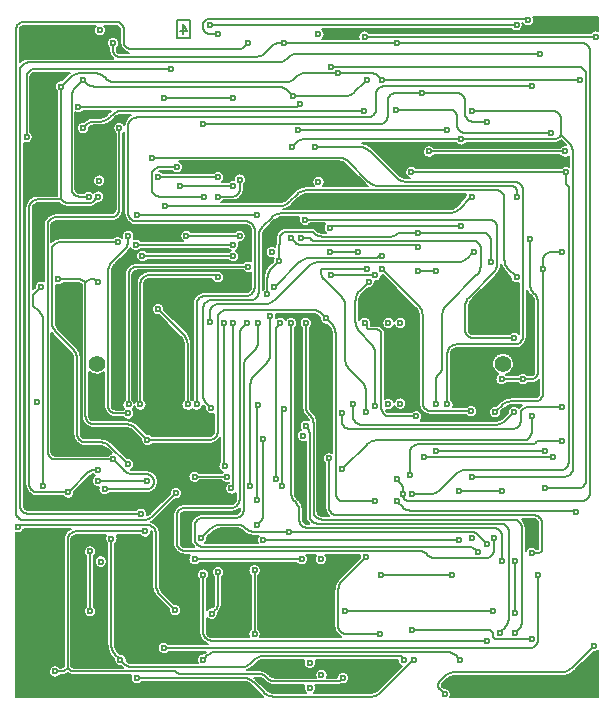
<source format=gbr>
G04 GENERATED BY PULSONIX 10.0 GERBER.DLL 7250*
G04 #@! TF.GenerationSoftware,Pulsonix,Pulsonix,10.0.7250*
G04 #@! TF.CreationDate,2019-09-19T08:44:45--1:00*
G04 #@! TF.Part,Single*
%FSLAX25Y25*%
%LPD*%
%MOIN*%
G04 #@! TF.FileFunction,Copper,L4,Bot*
G04 #@! TF.FilePolarity,Positive*
G04 #@! TA.AperFunction,OtherCopper*
%ADD10C,0.00591*%
G04 #@! TA.AperFunction,ViaPad*
%ADD11C,0.02362X0.00984*%
G04 #@! TA.AperFunction,ComponentPad*
%ADD17C,0.03543X0.01181*%
G04 #@! TD.AperFunction*
%ADD86C,0.00500*%
G04 #@! TA.AperFunction,OtherCopper*
%ADD115C,0.00600*%
G04 #@! TD.AperFunction*
%ADD126C,0.05512*%
G04 #@! TA.AperFunction,Conductor*
%ADD149C,0.00787*%
G04 #@! TA.AperFunction,WasherPad*
%ADD154C,0.23622X0.12205*%
X0Y0D02*
D02*
D10*
X-94774Y22556D02*
Y-32372D01*
X-12134*
X-12432Y-32151*
X-12717Y-31912*
X-12987Y-31657*
X-16264Y-28381*
X-16509Y-28156*
X-16773Y-27953*
X-17053Y-27775*
X-17348Y-27621*
X-17656Y-27494*
X-17973Y-27394*
X-18298Y-27322*
X-18627Y-27278*
X-18960Y-27264*
X-52747*
X-52914Y-27451*
X-53103Y-27617*
X-53310Y-27759*
X-53533Y-27874*
X-53768Y-27962*
X-54012Y-28020*
X-54262Y-28048*
X-54513Y-28046*
X-54762Y-28014*
X-55005Y-27951*
X-55239Y-27860*
X-55460Y-27741*
X-55665Y-27596*
X-55850Y-27427*
X-56014Y-27237*
X-56154Y-27028*
X-56267Y-26804*
X-56353Y-26568*
X-56409Y-26323*
X-56435Y-26074*
X-56431Y-25823*
X-56396Y-25574*
X-56331Y-25331*
X-56238Y-25098*
X-74884*
X-75224Y-25086*
X-75561Y-25047*
X-75895Y-24984*
X-76223Y-24895*
X-76543Y-24782*
X-76854Y-24645*
X-77154Y-24485*
X-77441Y-24303*
X-77723Y-24482*
X-78017Y-24640*
X-78322Y-24775*
X-78637Y-24888*
X-78959Y-24977*
X-79286Y-25042*
X-79618Y-25082*
X-79951Y-25098*
X-80113Y-25280*
X-80295Y-25442*
X-80494Y-25581*
X-80709Y-25696*
X-80936Y-25785*
X-81171Y-25846*
X-81412Y-25879*
X-81656Y-25884*
X-81898Y-25860*
X-82136Y-25808*
X-82366Y-25729*
X-82585Y-25622*
X-82790Y-25491*
X-82978Y-25337*
X-83146Y-25161*
X-83293Y-24967*
X-83416Y-24757*
X-83514Y-24534*
X-83585Y-24301*
X-83627Y-24062*
X-83642Y-23819*
X-83627Y-23576*
X-83585Y-23336*
X-83514Y-23104*
X-83416Y-22881*
X-83293Y-22671*
X-83147Y-22477*
X-82978Y-22301*
X-82790Y-22147*
X-82585Y-22016*
X-82366Y-21909*
X-82136Y-21830*
X-81898Y-21777*
X-81656Y-21754*
X-81413Y-21758*
X-81172Y-21792*
X-80936Y-21853*
X-80710Y-21942*
X-80495Y-22056*
X-80296Y-22195*
X-80114Y-22357*
X-79952Y-22539*
X-79728Y-22521*
X-79508Y-22477*
X-79295Y-22408*
X-79090Y-22315*
X-78898Y-22199*
X-78720Y-22062*
Y20079*
X-78705Y20428*
X-78660Y20774*
X-78585Y21115*
X-78481Y21448*
X-78348Y21771*
X-78188Y22082*
X-78002Y22377*
X-77791Y22655*
X-77556Y22914*
X-77300Y23152*
X-77025Y23366*
X-76732Y23556*
X-76424Y23720*
X-91910*
X-92007Y23491*
X-92131Y23275*
X-92280Y23075*
X-92452Y22894*
X-92645Y22736*
X-92855Y22602*
X-93080Y22495*
X-93316Y22415*
X-93561Y22364*
X-93809Y22343*
X-94058Y22352*
X-94304Y22391*
X-94544Y22460*
X-94774Y22556*
X-94775Y22557D02*
X-94774Y22556D02*
G36*
Y-32372D01*
X-12134D01*
X-12432Y-32151D01*
X-12717Y-31912D01*
X-12987Y-31657D01*
X-16264Y-28381D01*
X-16509Y-28156D01*
X-16773Y-27953D01*
X-17053Y-27775D01*
X-17348Y-27621D01*
X-17656Y-27494D01*
X-17973Y-27394D01*
X-18298Y-27322D01*
X-18627Y-27278D01*
X-18960Y-27264D01*
X-52747D01*
X-52914Y-27451D01*
X-53103Y-27617D01*
X-53310Y-27759D01*
X-53533Y-27874D01*
X-53768Y-27962D01*
X-54012Y-28020D01*
X-54262Y-28048D01*
X-54513Y-28046D01*
X-54762Y-28014D01*
X-55005Y-27951D01*
X-55239Y-27860D01*
X-55460Y-27741D01*
X-55665Y-27596D01*
X-55850Y-27427D01*
X-56014Y-27237D01*
X-56154Y-27028D01*
X-56267Y-26804D01*
X-56353Y-26568D01*
X-56409Y-26323D01*
X-56435Y-26074D01*
X-56431Y-25823D01*
X-56396Y-25574D01*
X-56331Y-25331D01*
X-56238Y-25098D01*
X-74884D01*
X-75224Y-25086D01*
X-75561Y-25047D01*
X-75895Y-24984D01*
X-76223Y-24895D01*
X-76543Y-24782D01*
X-76854Y-24645D01*
X-77154Y-24485D01*
X-77441Y-24303D01*
X-77723Y-24482D01*
X-78017Y-24640D01*
X-78322Y-24775D01*
X-78637Y-24888D01*
X-78959Y-24977D01*
X-79286Y-25042D01*
X-79618Y-25082D01*
X-79951Y-25098D01*
X-80113Y-25280D01*
X-80295Y-25442D01*
X-80494Y-25581D01*
X-80709Y-25696D01*
X-80936Y-25785D01*
X-81171Y-25846D01*
X-81412Y-25879D01*
X-81656Y-25884D01*
X-81898Y-25860D01*
X-82136Y-25808D01*
X-82366Y-25729D01*
X-82585Y-25622D01*
X-82790Y-25491D01*
X-82978Y-25337D01*
X-83146Y-25161D01*
X-83293Y-24967D01*
X-83416Y-24757D01*
X-83514Y-24534D01*
X-83585Y-24301D01*
X-83627Y-24062D01*
X-83642Y-23819D01*
X-83627Y-23576D01*
X-83585Y-23336D01*
X-83514Y-23104D01*
X-83416Y-22881D01*
X-83293Y-22671D01*
X-83147Y-22477D01*
X-82978Y-22301D01*
X-82790Y-22147D01*
X-82585Y-22016D01*
X-82366Y-21909D01*
X-82136Y-21830D01*
X-81898Y-21777D01*
X-81656Y-21754D01*
X-81413Y-21758D01*
X-81172Y-21792D01*
X-80936Y-21853D01*
X-80710Y-21942D01*
X-80495Y-22056D01*
X-80296Y-22195D01*
X-80114Y-22357D01*
X-79952Y-22539D01*
X-79728Y-22521D01*
X-79508Y-22477D01*
X-79295Y-22408D01*
X-79090Y-22315D01*
X-78898Y-22199D01*
X-78720Y-22062D01*
Y20079D01*
X-78705Y20428D01*
X-78660Y20774D01*
X-78585Y21115D01*
X-78481Y21448D01*
X-78348Y21771D01*
X-78188Y22082D01*
X-78002Y22377D01*
X-77791Y22655D01*
X-77556Y22914D01*
X-77300Y23152D01*
X-77025Y23366D01*
X-76732Y23556D01*
X-76424Y23720D01*
X-91910D01*
X-92007Y23491D01*
X-92131Y23275D01*
X-92280Y23075D01*
X-92452Y22894D01*
X-92645Y22736D01*
X-92855Y22602D01*
X-93080Y22495D01*
X-93316Y22415D01*
X-93561Y22364D01*
X-93809Y22343D01*
X-94058Y22352D01*
X-94304Y22391D01*
X-94544Y22460D01*
X-94774Y22556D01*
G37*
X-93366Y190000D02*
Y179270D01*
X-93107Y179508*
X-92827Y179722*
X-92530Y179912*
X-92218Y180074*
X-91893Y180209*
X-91557Y180315*
X-91213Y180391*
X-90864Y180437*
X-90512Y180453*
X-62171*
X-62412Y180651*
X-62635Y180872*
X-62836Y181112*
X-63013Y181369*
X-63166Y181642*
X-63294Y181928*
X-63394Y182225*
X-63466Y182529*
X-63509Y182839*
X-63524Y183152*
Y184007*
X-63698Y184161*
X-63855Y184334*
X-63990Y184524*
X-64104Y184728*
X-64194Y184943*
X-64259Y185167*
X-64298Y185397*
X-64311Y185630*
X-64296Y185879*
X-64251Y186125*
X-64177Y186363*
X-64074Y186590*
X-63945Y186804*
X-63791Y187001*
X-63615Y187177*
X-63418Y187331*
X-63205Y187460*
X-62977Y187563*
X-62739Y187637*
X-62493Y187682*
X-62244Y187697*
X-61995Y187682*
X-61749Y187637*
X-61511Y187563*
X-61284Y187460*
X-61070Y187331*
X-60874Y187177*
X-60697Y187001*
X-60543Y186804*
X-60414Y186590*
X-60311Y186363*
X-60237Y186125*
X-60192Y185879*
X-60177Y185630*
X-60190Y185397*
X-60230Y185167*
X-60295Y184943*
X-60384Y184728*
X-60498Y184524*
X-60634Y184334*
X-60790Y184161*
X-60965Y184007*
Y183152*
X-60949Y182994*
X-60903Y182842*
X-60828Y182702*
X-60728Y182579*
X-60605Y182479*
X-60465Y182404*
X-60313Y182358*
X-60156Y182343*
X-56914*
X-57236Y182436*
X-57548Y182557*
X-57850Y182702*
X-58138Y182872*
X-58411Y183066*
X-58668Y183282*
X-58905Y183518*
X-59123Y183773*
X-59318Y184045*
X-59490Y184332*
X-59638Y184633*
X-59760Y184944*
X-59856Y185265*
X-59925Y185593*
X-59966Y185925*
X-59980Y186260*
Y190000*
X-59995Y190210*
X-60040Y190416*
X-60114Y190613*
X-60215Y190798*
X-60341Y190967*
X-60490Y191116*
X-60658Y191242*
X-60843Y191343*
X-61041Y191417*
X-61247Y191461*
X-61457Y191476*
X-65188*
X-65025Y191302*
X-64883Y191110*
X-64764Y190902*
X-64670Y190683*
X-64602Y190454*
X-64561Y190219*
X-64547Y189980*
X-64562Y189731*
X-64607Y189486*
X-64682Y189247*
X-64784Y189020*
X-64913Y188806*
X-65067Y188610*
X-65244Y188433*
X-65440Y188279*
X-65654Y188150*
X-65881Y188048*
X-66120Y187973*
X-66365Y187928*
X-66614Y187913*
X-66863Y187928*
X-67109Y187973*
X-67347Y188048*
X-67575Y188150*
X-67788Y188279*
X-67985Y188433*
X-68161Y188610*
X-68315Y188806*
X-68444Y189020*
X-68547Y189247*
X-68621Y189486*
X-68666Y189731*
X-68681Y189980*
X-68667Y190219*
X-68626Y190454*
X-68558Y190683*
X-68464Y190902*
X-68345Y191110*
X-68203Y191302*
X-68040Y191476*
X-91890*
X-92100Y191461*
X-92306Y191417*
X-92503Y191343*
X-92688Y191242*
X-92857Y191116*
X-93006Y190967*
X-93132Y190798*
X-93233Y190613*
X-93306Y190416*
X-93351Y190210*
X-93366Y190000*
X-93367Y190001D02*
X-93366Y190000D02*
G36*
Y179270D01*
X-93107Y179508D01*
X-92827Y179722D01*
X-92530Y179912D01*
X-92218Y180074D01*
X-91893Y180209D01*
X-91557Y180315D01*
X-91213Y180391D01*
X-90864Y180437D01*
X-90512Y180453D01*
X-62171D01*
X-62412Y180651D01*
X-62635Y180872D01*
X-62836Y181112D01*
X-63013Y181369D01*
X-63166Y181642D01*
X-63294Y181928D01*
X-63394Y182225D01*
X-63466Y182529D01*
X-63509Y182839D01*
X-63524Y183152D01*
Y184007D01*
X-63698Y184161D01*
X-63855Y184334D01*
X-63990Y184524D01*
X-64104Y184728D01*
X-64194Y184943D01*
X-64259Y185167D01*
X-64298Y185397D01*
X-64311Y185630D01*
X-64296Y185879D01*
X-64251Y186125D01*
X-64177Y186363D01*
X-64074Y186590D01*
X-63945Y186804D01*
X-63791Y187001D01*
X-63615Y187177D01*
X-63418Y187331D01*
X-63205Y187460D01*
X-62977Y187563D01*
X-62739Y187637D01*
X-62493Y187682D01*
X-62244Y187697D01*
X-61995Y187682D01*
X-61749Y187637D01*
X-61511Y187563D01*
X-61284Y187460D01*
X-61070Y187331D01*
X-60874Y187177D01*
X-60697Y187001D01*
X-60543Y186804D01*
X-60414Y186590D01*
X-60311Y186363D01*
X-60237Y186125D01*
X-60192Y185879D01*
X-60177Y185630D01*
X-60190Y185397D01*
X-60230Y185167D01*
X-60295Y184943D01*
X-60384Y184728D01*
X-60498Y184524D01*
X-60634Y184334D01*
X-60790Y184161D01*
X-60965Y184007D01*
Y183152D01*
X-60949Y182994D01*
X-60903Y182842D01*
X-60828Y182702D01*
X-60728Y182579D01*
X-60605Y182479D01*
X-60465Y182404D01*
X-60313Y182358D01*
X-60156Y182343D01*
X-56914D01*
X-57236Y182436D01*
X-57548Y182557D01*
X-57850Y182702D01*
X-58138Y182872D01*
X-58411Y183066D01*
X-58668Y183282D01*
X-58905Y183518D01*
X-59123Y183773D01*
X-59318Y184045D01*
X-59490Y184332D01*
X-59638Y184633D01*
X-59760Y184944D01*
X-59856Y185265D01*
X-59925Y185593D01*
X-59966Y185925D01*
X-59980Y186260D01*
Y190000D01*
X-59995Y190210D01*
X-60040Y190416D01*
X-60114Y190613D01*
X-60215Y190798D01*
X-60341Y190967D01*
X-60490Y191116D01*
X-60658Y191242D01*
X-60843Y191343D01*
X-61041Y191417D01*
X-61247Y191461D01*
X-61457Y191476D01*
X-65188D01*
X-65025Y191302D01*
X-64883Y191110D01*
X-64764Y190902D01*
X-64670Y190683D01*
X-64602Y190454D01*
X-64561Y190219D01*
X-64547Y189980D01*
X-64562Y189731D01*
X-64607Y189486D01*
X-64682Y189247D01*
X-64784Y189020D01*
X-64913Y188806D01*
X-65067Y188610D01*
X-65244Y188433D01*
X-65440Y188279D01*
X-65654Y188150D01*
X-65881Y188048D01*
X-66120Y187973D01*
X-66365Y187928D01*
X-66614Y187913D01*
X-66863Y187928D01*
X-67109Y187973D01*
X-67347Y188048D01*
X-67575Y188150D01*
X-67788Y188279D01*
X-67985Y188433D01*
X-68161Y188610D01*
X-68315Y188806D01*
X-68444Y189020D01*
X-68547Y189247D01*
X-68621Y189486D01*
X-68666Y189731D01*
X-68681Y189980D01*
X-68667Y190219D01*
X-68626Y190454D01*
X-68558Y190683D01*
X-68464Y190902D01*
X-68345Y191110D01*
X-68203Y191302D01*
X-68040Y191476D01*
X-91890D01*
X-92100Y191461D01*
X-92306Y191417D01*
X-92503Y191343D01*
X-92688Y191242D01*
X-92857Y191116D01*
X-93006Y190967D01*
X-93132Y190798D01*
X-93233Y190613D01*
X-93306Y190416D01*
X-93351Y190210D01*
X-93366Y190000D01*
G37*
X-91988Y152424D02*
Y31496D01*
X-91973Y31286*
X-91928Y31080*
X-91855Y30883*
X-91754Y30698*
X-91628Y30529*
X-91479Y30380*
X-91310Y30254*
X-91125Y30153*
X-90928Y30079*
X-90722Y30035*
X-90512Y30020*
X-54615*
X-54451Y30205*
X-54265Y30369*
X-54061Y30509*
X-53841Y30624*
X-53610Y30713*
X-53369Y30772*
X-53124Y30803*
X-52876Y30804*
X-52630Y30775*
X-52389Y30717*
X-52156Y30631*
X-51936Y30517*
X-51731Y30378*
X-51544Y30215*
X-51378Y30031*
X-51235Y29829*
X-51118Y29611*
X-51027Y29380*
X-50964Y29141*
X-50931Y28895*
X-50927Y28647*
X-50953Y28401*
X-51008Y28159*
X-50745Y28284*
X-50491Y28428*
X-50249Y28592*
X-50021Y28773*
X-49807Y28971*
X-43391Y35387*
X-43406Y35630*
X-43390Y35879*
X-43345Y36125*
X-43271Y36363*
X-43169Y36590*
X-43040Y36804*
X-42886Y37001*
X-42709Y37177*
X-42513Y37331*
X-42299Y37460*
X-42072Y37563*
X-41833Y37637*
X-41588Y37682*
X-41339Y37697*
X-41089Y37682*
X-40844Y37637*
X-40606Y37563*
X-40378Y37460*
X-40164Y37331*
X-39968Y37177*
X-39791Y37001*
X-39638Y36804*
X-39508Y36590*
X-39406Y36363*
X-39332Y36125*
X-39287Y35879*
X-39272Y35630*
X-39287Y35381*
X-39331Y35136*
X-39406Y34898*
X-39508Y34671*
X-39636Y34458*
X-39790Y34261*
X-39966Y34085*
X-40162Y33931*
X-40375Y33802*
X-40602Y33699*
X-40839Y33624*
X-41084Y33579*
X-41333Y33563*
X-41582Y33577*
X-47997Y27162*
X-48264Y26910*
X-48544Y26674*
X-48838Y26455*
X-49144Y26253*
X-49460Y26069*
X-49148Y25949*
X-48846Y25803*
X-48557Y25633*
X-48283Y25439*
X-48027Y25224*
X-47789Y24988*
X-47571Y24733*
X-47376Y24461*
X-47204Y24173*
X-47056Y23872*
X-46933Y23560*
X-46837Y23239*
X-46768Y22911*
X-46727Y22579*
X-46713Y22244*
Y5141*
X-46698Y4808*
X-46655Y4479*
X-46583Y4154*
X-46483Y3837*
X-46355Y3529*
X-46202Y3234*
X-46023Y2954*
X-45821Y2690*
X-45596Y2445*
X-41818Y-1333*
X-41569Y-1319*
X-41320Y-1335*
X-41076Y-1380*
X-40838Y-1455*
X-40611Y-1557*
X-40398Y-1687*
X-40202Y-1841*
X-40026Y-2017*
X-39873Y-2213*
X-39744Y-2427*
X-39642Y-2654*
X-39568Y-2892*
X-39523Y-3137*
X-39508Y-3386*
X-39523Y-3635*
X-39568Y-3880*
X-39642Y-4119*
X-39745Y-4346*
X-39874Y-4560*
X-40028Y-4756*
X-40204Y-4933*
X-40401Y-5087*
X-40614Y-5216*
X-40842Y-5318*
X-41080Y-5393*
X-41326Y-5438*
X-41575Y-5453*
X-41824Y-5438*
X-42069Y-5393*
X-42308Y-5318*
X-42535Y-5216*
X-42749Y-5087*
X-42945Y-4933*
X-43122Y-4756*
X-43276Y-4560*
X-43405Y-4346*
X-43507Y-4119*
X-43582Y-3880*
X-43627Y-3635*
X-43642Y-3386*
X-43627Y-3143*
X-47405Y635*
X-47690Y940*
X-47955Y1262*
X-48198Y1601*
X-48418Y1955*
X-48615Y2323*
X-48787Y2702*
X-48934Y3093*
X-49055Y3492*
X-49149Y3898*
X-49217Y4309*
X-49258Y4724*
X-49272Y5141*
Y22244*
X-49284Y22434*
X-49321Y22621*
X-49381Y22802*
X-49464Y22973*
X-49569Y23132*
X-49548Y22887*
X-49556Y22642*
X-49594Y22399*
X-49660Y22162*
X-49754Y21934*
X-49874Y21720*
X-50018Y21521*
X-50186Y21341*
X-50373Y21182*
X-50578Y21046*
X-50798Y20936*
X-51029Y20852*
X-51269Y20797*
X-51513Y20770*
X-51759Y20773*
X-52003Y20805*
X-52241Y20865*
X-52470Y20953*
X-52688Y21068*
X-52890Y21208*
X-53074Y21371*
X-53237Y21555*
X-61074*
X-60956Y21334*
X-60866Y21101*
X-60804Y20858*
X-60772Y20610*
X-60771Y20359*
X-60800Y20111*
X-60858Y19867*
X-60946Y19633*
X-61061Y19410*
X-61203Y19204*
X-61368Y19016*
X-61555Y18849*
Y-15020*
X-61542Y-15318*
X-61503Y-15615*
X-61438Y-15906*
X-61349Y-16191*
X-61234Y-16467*
X-61096Y-16732*
X-60936Y-16984*
X-60754Y-17221*
X-60552Y-17442*
X-60046Y-17947*
X-59798Y-17933*
X-59550Y-17949*
X-59305Y-17994*
X-59068Y-18068*
X-58841Y-18171*
X-58628Y-18300*
X-58432Y-18453*
X-58256Y-18629*
X-58103Y-18825*
X-57974Y-19038*
X-57872Y-19264*
X-57797Y-19502*
X-57752Y-19746*
X-57736Y-19995*
X-57751Y-20243*
X-57540Y-20454*
X-57338Y-20634*
X-57117Y-20791*
X-56880Y-20922*
X-56629Y-21026*
X-56369Y-21101*
X-56102Y-21146*
X-55831Y-21161*
X-33867*
X-34006Y-20962*
X-34121Y-20747*
X-34210Y-20521*
X-34271Y-20285*
X-34305Y-20044*
X-34309Y-19801*
X-34286Y-19558*
X-34233Y-19321*
X-34154Y-19091*
X-34047Y-18872*
X-33916Y-18667*
X-33762Y-18479*
X-33586Y-18310*
X-33392Y-18163*
X-33182Y-18040*
X-32959Y-17943*
X-32727Y-17872*
X-32487Y-17829*
X-32244Y-17815*
X-32001Y-17829*
X-31751Y-17579*
X-31582Y-17418*
X-31405Y-17264*
X-43652*
X-43814Y-17446*
X-43996Y-17607*
X-44196Y-17747*
X-44410Y-17861*
X-44637Y-17950*
X-44872Y-18011*
X-45113Y-18045*
X-45357Y-18050*
X-45599Y-18026*
X-45837Y-17974*
X-46066Y-17894*
X-46285Y-17788*
X-46490Y-17656*
X-46679Y-17502*
X-46847Y-17327*
X-46994Y-17133*
X-47117Y-16923*
X-47215Y-16700*
X-47285Y-16467*
X-47328Y-16227*
X-47343Y-15984*
X-47328Y-15741*
X-47285Y-15502*
X-47215Y-15269*
X-47117Y-15046*
X-46994Y-14836*
X-46847Y-14642*
X-46679Y-14466*
X-46491Y-14312*
X-46286Y-14181*
X-46067Y-14075*
X-45837Y-13995*
X-45599Y-13943*
X-45357Y-13919*
X-45113Y-13924*
X-44872Y-13957*
X-44637Y-14018*
X-44410Y-14107*
X-44196Y-14222*
X-43996Y-14361*
X-43814Y-14523*
X-43652Y-14705*
X-30457*
X-30779Y-14611*
X-31091Y-14491*
X-31393Y-14345*
X-31681Y-14175*
X-31955Y-13981*
X-32211Y-13766*
X-32449Y-13530*
X-32666Y-13275*
X-32861Y-13003*
X-33033Y-12715*
X-33181Y-12415*
X-33303Y-12103*
X-33399Y-11782*
X-33468Y-11454*
X-33510Y-11122*
X-33524Y-10787*
Y6841*
X-33698Y6996*
X-33855Y7169*
X-33990Y7359*
X-34104Y7562*
X-34194Y7778*
X-34259Y8002*
X-34298Y8232*
X-34311Y8465*
X-34296Y8714*
X-34251Y8959*
X-34177Y9198*
X-34074Y9425*
X-33945Y9639*
X-33791Y9835*
X-33615Y10012*
X-33418Y10166*
X-33205Y10295*
X-32977Y10397*
X-32739Y10471*
X-32493Y10516*
X-32244Y10531*
X-31995Y10516*
X-31749Y10471*
X-31511Y10397*
X-31284Y10295*
X-31070Y10166*
X-30874Y10012*
X-30697Y9835*
X-30543Y9639*
X-30414Y9425*
X-30311Y9198*
X-30237Y8959*
X-30192Y8714*
X-30177Y8465*
X-30190Y8232*
X-30230Y8002*
X-30295Y7778*
X-30384Y7562*
X-30498Y7359*
X-30634Y7169*
X-30790Y6996*
X-30965Y6841*
Y-3252*
X-30809Y-3083*
X-30636Y-2933*
X-30447Y-2803*
X-30245Y-2694*
X-30032Y-2609*
X-29811Y-2548*
X-29585Y-2511*
X-29356Y-2500*
X-29127Y-2514*
X-29074Y-2461*
X-28934Y-2304*
X-28812Y-2132*
X-28710Y-1948*
X-28629Y-1753*
X-28571Y-1551*
X-28535Y-1343*
X-28524Y-1133*
Y7629*
X-28698Y7783*
X-28855Y7956*
X-28990Y8146*
X-29104Y8350*
X-29194Y8565*
X-29259Y8789*
X-29298Y9019*
X-29311Y9252*
X-29296Y9501*
X-29251Y9747*
X-29177Y9985*
X-29074Y10213*
X-28945Y10426*
X-28791Y10623*
X-28615Y10799*
X-28418Y10953*
X-28205Y11082*
X-27977Y11185*
X-27739Y11259*
X-27493Y11304*
X-27244Y11319*
X-26995Y11304*
X-26749Y11259*
X-26511Y11185*
X-26284Y11082*
X-26070Y10953*
X-25874Y10799*
X-25697Y10623*
X-25543Y10426*
X-25414Y10213*
X-25311Y9985*
X-25237Y9747*
X-25192Y9501*
X-25177Y9252*
X-25190Y9019*
X-25230Y8789*
X-25295Y8565*
X-25384Y8350*
X-25498Y8146*
X-25634Y7956*
X-25790Y7783*
X-25965Y7629*
Y-1133*
X-25978Y-1481*
X-26019Y-1827*
X-26087Y-2169*
X-26182Y-2504*
X-26302Y-2831*
X-26448Y-3147*
X-26619Y-3452*
X-26812Y-3741*
X-27028Y-4015*
X-27265Y-4271*
X-27317Y-4324*
X-27303Y-4576*
X-27320Y-4828*
X-27367Y-5077*
X-27444Y-5317*
X-27550Y-5547*
X-27683Y-5762*
X-27842Y-5959*
X-28023Y-6135*
X-28225Y-6288*
X-28443Y-6414*
X-28676Y-6514*
X-28919Y-6584*
X-29168Y-6624*
X-29421Y-6633*
X-29673Y-6612*
X-29920Y-6559*
X-30159Y-6477*
X-30386Y-6367*
X-30598Y-6229*
X-30792Y-6067*
X-30965Y-5882*
Y-10787*
X-30950Y-10998*
X-30905Y-11203*
X-30831Y-11401*
X-30730Y-11586*
X-30604Y-11754*
X-30455Y-11903*
X-30286Y-12029*
X-30102Y-12130*
X-29904Y-12204*
X-29698Y-12249*
X-29488Y-12264*
X-16946*
X-17040Y-12029*
X-17105Y-11785*
X-17140Y-11534*
X-17143Y-11282*
X-17116Y-11030*
X-17059Y-10784*
X-16971Y-10547*
X-16856Y-10322*
X-16714Y-10113*
X-16547Y-9923*
X-16358Y-9755*
Y8219*
X-16533Y8374*
X-16689Y8547*
X-16825Y8737*
X-16938Y8940*
X-17028Y9156*
X-17093Y9380*
X-17132Y9610*
X-17146Y9843*
X-17131Y10092*
X-17086Y10337*
X-17011Y10575*
X-16909Y10803*
X-16780Y11017*
X-16626Y11213*
X-16449Y11390*
X-16253Y11544*
X-16039Y11673*
X-15812Y11775*
X-15573Y11849*
X-15328Y11894*
X-15079Y11909*
X-14830Y11894*
X-14584Y11849*
X-14346Y11775*
X-14118Y11673*
X-13905Y11544*
X-13708Y11390*
X-13532Y11213*
X-13378Y11017*
X-13249Y10803*
X-13146Y10575*
X-13072Y10337*
X-13027Y10092*
X-13012Y9843*
X-13025Y9610*
X-13064Y9380*
X-13129Y9156*
X-13219Y8940*
X-13333Y8737*
X-13468Y8547*
X-13624Y8374*
X-13799Y8219*
Y-9755*
X-13611Y-9923*
X-13444Y-10113*
X-13302Y-10322*
X-13186Y-10547*
X-13099Y-10784*
X-13041Y-11030*
X-13014Y-11282*
X-13018Y-11534*
X-13052Y-11785*
X-13117Y-12029*
X-13211Y-12264*
X13813*
X13504Y-12100*
X13211Y-11910*
X12936Y-11695*
X12680Y-11458*
X12445Y-11199*
X12234Y-10921*
X12048Y-10625*
X11888Y-10315*
X11755Y-9992*
X11651Y-9658*
X11576Y-9317*
X11531Y-8971*
X11516Y-8622*
Y2930*
X11529Y3347*
X11570Y3762*
X11638Y4173*
X11733Y4579*
X11854Y4978*
X12001Y5368*
X12173Y5748*
X12369Y6116*
X12590Y6470*
X12832Y6809*
X13097Y7131*
X13382Y7436*
X19916Y13970*
X19902Y14201*
X19913Y14432*
X19951Y14661*
X20014Y14884*
X20101Y15098*
X8395*
X8558Y14924*
X8700Y14732*
X8818Y14524*
X8912Y14305*
X8980Y14076*
X9022Y13841*
X9035Y13602*
X9020Y13353*
X8975Y13108*
X8901Y12869*
X8799Y12642*
X8670Y12428*
X8516Y12232*
X8339Y12055*
X8143Y11901*
X7929Y11772*
X7701Y11670*
X7463Y11596*
X7218Y11551*
X6969Y11535*
X6719Y11551*
X6474Y11596*
X6236Y11670*
X6008Y11772*
X5794Y11901*
X5598Y12055*
X5421Y12232*
X5267Y12428*
X5138Y12642*
X5036Y12869*
X4962Y13108*
X4917Y13353*
X4902Y13602*
X4915Y13841*
X4957Y14076*
X5025Y14305*
X5119Y14525*
X5237Y14732*
X5379Y14924*
X5542Y15098*
X2035*
X2203Y14923*
X2350Y14729*
X2472Y14519*
X2570Y14297*
X2640Y14064*
X2683Y13825*
X2697Y13583*
X2683Y13340*
X2640Y13100*
X2569Y12867*
X2472Y12644*
X2349Y12434*
X2202Y12240*
X2033Y12065*
X1845Y11910*
X1640Y11779*
X1421Y11673*
X1191Y11593*
X953Y11541*
X711Y11517*
X468Y11522*
X227Y11555*
X-9Y11617*
X-235Y11706*
X-450Y11820*
X-650Y11959*
X-832Y12121*
X-993Y12303*
X-33455*
X-33617Y12121*
X-33799Y11960*
X-33999Y11820*
X-34213Y11706*
X-34440Y11617*
X-34675Y11556*
X-34916Y11522*
X-35160Y11517*
X-35402Y11541*
X-35640Y11593*
X-35870Y11673*
X-36089Y11779*
X-36294Y11910*
X-36482Y12065*
X-36650Y12240*
X-36797Y12434*
X-36920Y12644*
X-37018Y12867*
X-37089Y13100*
X-37131Y13340*
X-37146Y13583*
X-37131Y13825*
X-37089Y14064*
X-37018Y14297*
X-36921Y14520*
X-36799Y14729*
X-36652Y14923*
X-36484Y15098*
X-38268*
X-38619Y15114*
X-38968Y15160*
X-39312Y15236*
X-39648Y15342*
X-39973Y15476*
X-40285Y15639*
X-40582Y15828*
X-40862Y16042*
X-41121Y16280*
X-41359Y16540*
X-41573Y16819*
X-41763Y17116*
X-41925Y17428*
X-42060Y17754*
X-42166Y18089*
X-42242Y18433*
X-42288Y18782*
X-42303Y19134*
Y27992*
X-42288Y28344*
X-42242Y28693*
X-42166Y29037*
X-42060Y29372*
X-41925Y29698*
X-41763Y30010*
X-41573Y30307*
X-41359Y30586*
X-41121Y30846*
X-40862Y31083*
X-40582Y31298*
X-40285Y31487*
X-39973Y31649*
X-39648Y31784*
X-39312Y31890*
X-38969Y31966*
X-38619Y32012*
X-38268Y32028*
X-22835*
X-22625Y32043*
X-22419Y32087*
X-22221Y32161*
X-22036Y32262*
X-21868Y32388*
X-21719Y32537*
X-21593Y32706*
X-21492Y32891*
X-21418Y33088*
X-21373Y33294*
X-21358Y33504*
Y35758*
X-21539Y35594*
X-21739Y35452*
X-21953Y35335*
X-22180Y35244*
X-22416Y35181*
X-22658Y35145*
X-22902Y35139*
X-23145Y35161*
X-23384Y35212*
X-23616Y35291*
X-23836Y35397*
X-24043Y35528*
X-24232Y35682*
X-24402Y35858*
X-24550Y36052*
X-24674Y36263*
X-24773Y36486*
X-24844Y36720*
X-24887Y36961*
X-24902Y37205*
X-24886Y37459*
X-24839Y37708*
X-24762Y37951*
X-24656Y38182*
X-24522Y38398*
X-24363Y38596*
X-24181Y38773*
X-23978Y38927*
X-23758Y39054*
X-23524Y39153*
Y39235*
X-23758Y39141*
X-24003Y39076*
X-24253Y39041*
X-24506Y39038*
X-24757Y39065*
X-25003Y39123*
X-25240Y39210*
X-25465Y39325*
X-25674Y39468*
X-25864Y39634*
X-26033Y39823*
X-33455*
X-33617Y39641*
X-33799Y39479*
X-33999Y39340*
X-34213Y39225*
X-34440Y39137*
X-34675Y39075*
X-34916Y39042*
X-35160Y39037*
X-35402Y39061*
X-35640Y39113*
X-35870Y39193*
X-36089Y39299*
X-36294Y39430*
X-36482Y39584*
X-36650Y39760*
X-36797Y39954*
X-36920Y40164*
X-37018Y40387*
X-37089Y40620*
X-37131Y40859*
X-37146Y41102*
X-37131Y41345*
X-37089Y41585*
X-37018Y41818*
X-36920Y42041*
X-36797Y42251*
X-36650Y42445*
X-36482Y42620*
X-36294Y42775*
X-36089Y42906*
X-35870Y43012*
X-35640Y43092*
X-35402Y43144*
X-35160Y43168*
X-34916Y43163*
X-34675Y43130*
X-34440Y43068*
X-34213Y42979*
X-33999Y42865*
X-33799Y42726*
X-33617Y42564*
X-33455Y42382*
X-26033*
X-25877Y42558*
X-25703Y42715*
X-25940Y42806*
X-26164Y42926*
X-26372Y43073*
X-26560Y43244*
X-26726Y43436*
X-26867Y43648*
X-26980Y43875*
X-27065Y44115*
X-27120Y44363*
X-27144Y44616*
X-27137Y44870*
X-27099Y45122*
X-27030Y45366*
X-26932Y45601*
X-26805Y45821*
X-26653Y46025*
X-26476Y46208*
Y54403*
X-26640Y54095*
X-26830Y53802*
X-27045Y53526*
X-27283Y53270*
X-27541Y53036*
X-27820Y52825*
X-28115Y52639*
X-28425Y52478*
X-28748Y52346*
X-29082Y52242*
X-29423Y52167*
X-29769Y52121*
X-30118Y52106*
X-49204*
X-49373Y51916*
X-49565Y51748*
X-49777Y51606*
X-50004Y51490*
X-50243Y51403*
X-50492Y51346*
X-50746Y51321*
X-51000Y51326*
X-51253Y51363*
X-51498Y51431*
X-51734Y51529*
X-51956Y51654*
X-52160Y51807*
X-52345Y51983*
X-52506Y52180*
X-52641Y52396*
X-52749Y52627*
X-52828Y52870*
X-52876Y53120*
X-52894Y53374*
X-52879Y53629*
X-55476Y56226*
X-55721Y56451*
X-55985Y56653*
X-56266Y56832*
X-56561Y56985*
X-56868Y57113*
X-57185Y57213*
X-57510Y57285*
X-57840Y57328*
X-58172Y57343*
X-68701*
X-69052Y57358*
X-69401Y57404*
X-69745Y57480*
X-70081Y57586*
X-70406Y57721*
X-70718Y57883*
X-71015Y58072*
X-71295Y58287*
X-71554Y58524*
X-71792Y58784*
X-72006Y59063*
X-72196Y59360*
X-72358Y59672*
X-72493Y59998*
X-72599Y60333*
X-72675Y60677*
X-72721Y61026*
X-72736Y61378*
Y105172*
X-72920Y105314*
X-73120Y105432*
X-73332Y105526*
X-73553Y105594*
X-73782Y105636*
X-74013Y105650*
X-78928*
X-79096Y105461*
X-79286Y105294*
X-79495Y105152*
X-79720Y105037*
X-79957Y104949*
X-80204Y104892*
X-80455Y104864*
X-80708Y104868*
X-80958Y104903*
X-81202Y104968*
X-81437Y105062*
Y92818*
X-81422Y92486*
X-81379Y92156*
X-81307Y91831*
X-81207Y91514*
X-81080Y91207*
X-80926Y90912*
X-80747Y90631*
X-80545Y90367*
X-80320Y90122*
X-74799Y84601*
X-74514Y84297*
X-74250Y83974*
X-74007Y83635*
X-73787Y83281*
X-73590Y82914*
X-73418Y82534*
X-73271Y82144*
X-73150Y81745*
X-73055Y81338*
X-72988Y80927*
X-72947Y80512*
X-72933Y80095*
Y55315*
X-72918Y55105*
X-72873Y54899*
X-72800Y54702*
X-72699Y54517*
X-72572Y54348*
X-72424Y54199*
X-72255Y54073*
X-72070Y53972*
X-71873Y53898*
X-71667Y53854*
X-71457Y53839*
X-66755*
X-66338Y53825*
X-65923Y53784*
X-65512Y53716*
X-65106Y53621*
X-64707Y53500*
X-64317Y53354*
X-63937Y53181*
X-63569Y52985*
X-63215Y52765*
X-62876Y52522*
X-62554Y52257*
X-62249Y51972*
X-57566Y47289*
X-57314Y47303*
X-57063Y47287*
X-56815Y47240*
X-56575Y47163*
X-56346Y47058*
X-56132Y46925*
X-55935Y46768*
X-55759Y46587*
X-55606Y46387*
X-55479Y46170*
X-55379Y45938*
X-55308Y45696*
X-55267Y45448*
X-55256Y45196*
X-55277Y44945*
X-55327Y44698*
X-55408Y44459*
X-55517Y44231*
X-55652Y44019*
X-55813Y43825*
X-55996Y43652*
X-56199Y43502*
X-56418Y43378*
X-56115Y43287*
X-55805Y43222*
X-55491Y43182*
X-55174Y43169*
X-50827*
X-50509Y43155*
X-50194Y43111*
X-49884Y43038*
X-49582Y42937*
X-49291Y42808*
X-49013Y42653*
X-48751Y42473*
X-48506Y42270*
X-48281Y42045*
X-48078Y41800*
X-47898Y41538*
X-47743Y41260*
X-47614Y40969*
X-47513Y40667*
X-47441Y40357*
X-47397Y40042*
X-47382Y39724*
Y39254*
X-47397Y38929*
X-47442Y38606*
X-47516Y38289*
X-47620Y37980*
X-47752Y37682*
X-47910Y37398*
X-48094Y37129*
X-48302Y36879*
X-48532Y36648*
X-48783Y36440*
X-49052Y36256*
X-49336Y36098*
X-49634Y35966*
X-49943Y35863*
X-50260Y35788*
X-50582Y35743*
X-50907Y35728*
X-63455*
X-63623Y35541*
X-63812Y35375*
X-64019Y35233*
X-64243Y35118*
X-64478Y35030*
X-64723Y34972*
X-64973Y34944*
X-65224Y34946*
X-65473Y34979*
X-65717Y35042*
X-65951Y35134*
X-66172Y35253*
X-66376Y35399*
X-66562Y35569*
X-66726Y35759*
X-66865Y35968*
X-66978Y36193*
X-67063Y36430*
X-67119Y36675*
X-67144Y36925*
X-67139Y37176*
X-67103Y37425*
X-67037Y37668*
X-67291Y37658*
X-67544Y37679*
X-67792Y37731*
X-68032Y37813*
X-68260Y37924*
X-68473Y38062*
X-68667Y38225*
X-68840Y38410*
X-68989Y38616*
X-69111Y38838*
X-69206Y39073*
X-69271Y39318*
X-69305Y39569*
X-69309Y39823*
X-69281Y40075*
X-69223Y40322*
X-69135Y40560*
X-69018Y40785*
X-68875Y40994*
X-68707Y41184*
X-68518Y41352*
X-68309Y41496*
X-68512Y41635*
X-68697Y41797*
X-68861Y41981*
X-69040Y41949*
X-69213Y41894*
X-69377Y41815*
X-69529Y41715*
X-69665Y41596*
X-75191Y36070*
X-75177Y35815*
X-75194Y35561*
X-75243Y35311*
X-75321Y35068*
X-75429Y34837*
X-75565Y34621*
X-75726Y34424*
X-75911Y34248*
X-76115Y34095*
X-76337Y33970*
X-76572Y33872*
X-76818Y33804*
X-77070Y33767*
X-77325Y33761*
X-77579Y33787*
X-77827Y33844*
X-78067Y33931*
X-78294Y34047*
X-78506Y34189*
X-78698Y34357*
X-78867Y34547*
X-87441*
X-87793Y34563*
X-88142Y34609*
X-88485Y34685*
X-88821Y34791*
X-89146Y34925*
X-89459Y35088*
X-89756Y35277*
X-90035Y35491*
X-90294Y35729*
X-90532Y35989*
X-90747Y36268*
X-90936Y36565*
X-91098Y36877*
X-91233Y37202*
X-91339Y37538*
X-91415Y37882*
X-91461Y38231*
X-91476Y38583*
Y130748*
X-91461Y131100*
X-91415Y131449*
X-91339Y131792*
X-91233Y132128*
X-91098Y132453*
X-90936Y132766*
X-90747Y133063*
X-90532Y133342*
X-90294Y133601*
X-90035Y133839*
X-89756Y134054*
X-89459Y134243*
X-89146Y134405*
X-88821Y134540*
X-88485Y134646*
X-88142Y134722*
X-87793Y134768*
X-87441Y134783*
X-80886*
Y169518*
X-81076Y169688*
X-81244Y169880*
X-81387Y170091*
X-81502Y170319*
X-81589Y170558*
X-81646Y170807*
X-81672Y171061*
X-81666Y171315*
X-81629Y171568*
X-81561Y171813*
X-81463Y172049*
X-81338Y172271*
X-81185Y172475*
X-81009Y172660*
X-80812Y172821*
X-80596Y172956*
X-80365Y173064*
X-80122Y173143*
X-79872Y173191*
X-79618Y173209*
X-79363Y173194*
X-77554Y175004*
X-77280Y175262*
X-76991Y175504*
X-76688Y175728*
X-88346*
X-88557Y175713*
X-88762Y175669*
X-88960Y175595*
X-89145Y175494*
X-89313Y175368*
X-89462Y175219*
X-89588Y175050*
X-89689Y174865*
X-89763Y174668*
X-89808Y174462*
X-89823Y174252*
Y155915*
X-89635Y155747*
X-89470Y155559*
X-89328Y155352*
X-89213Y155129*
X-89125Y154893*
X-89067Y154649*
X-89038Y154400*
X-89040Y154149*
X-89073Y153900*
X-89135Y153657*
X-89227Y153423*
X-89346Y153202*
X-89491Y152997*
X-89660Y152811*
X-89850Y152647*
X-90058Y152507*
X-90282Y152394*
X-90519Y152309*
X-90763Y152252*
X-91013Y152226*
X-91264Y152231*
X-91513Y152266*
X-91755Y152330*
X-91988Y152424*
X-91989Y152425D02*
X-91988Y152424D02*
G36*
Y31496D01*
X-91973Y31286D01*
X-91928Y31080D01*
X-91855Y30883D01*
X-91754Y30698D01*
X-91628Y30529D01*
X-91479Y30380D01*
X-91310Y30254D01*
X-91125Y30153D01*
X-90928Y30079D01*
X-90722Y30035D01*
X-90512Y30020D01*
X-54615D01*
X-54451Y30205D01*
X-54265Y30369D01*
X-54061Y30509D01*
X-53841Y30624D01*
X-53610Y30713D01*
X-53369Y30772D01*
X-53124Y30803D01*
X-52876Y30804D01*
X-52630Y30775D01*
X-52389Y30717D01*
X-52156Y30631D01*
X-51936Y30517D01*
X-51731Y30378D01*
X-51544Y30215D01*
X-51378Y30031D01*
X-51235Y29829D01*
X-51118Y29611D01*
X-51027Y29380D01*
X-50964Y29141D01*
X-50931Y28895D01*
X-50927Y28647D01*
X-50953Y28401D01*
X-51008Y28159D01*
X-50745Y28284D01*
X-50491Y28428D01*
X-50249Y28592D01*
X-50021Y28773D01*
X-49807Y28971D01*
X-43391Y35387D01*
X-43406Y35630D01*
X-43390Y35879D01*
X-43345Y36125D01*
X-43271Y36363D01*
X-43169Y36590D01*
X-43040Y36804D01*
X-42886Y37001D01*
X-42709Y37177D01*
X-42513Y37331D01*
X-42299Y37460D01*
X-42072Y37563D01*
X-41833Y37637D01*
X-41588Y37682D01*
X-41339Y37697D01*
X-41089Y37682D01*
X-40844Y37637D01*
X-40606Y37563D01*
X-40378Y37460D01*
X-40164Y37331D01*
X-39968Y37177D01*
X-39791Y37001D01*
X-39638Y36804D01*
X-39508Y36590D01*
X-39406Y36363D01*
X-39332Y36125D01*
X-39287Y35879D01*
X-39272Y35630D01*
X-39287Y35381D01*
X-39331Y35136D01*
X-39406Y34898D01*
X-39508Y34671D01*
X-39636Y34458D01*
X-39790Y34261D01*
X-39966Y34085D01*
X-40162Y33931D01*
X-40375Y33802D01*
X-40602Y33699D01*
X-40839Y33624D01*
X-41084Y33579D01*
X-41333Y33563D01*
X-41582Y33577D01*
X-47997Y27162D01*
X-48264Y26910D01*
X-48544Y26674D01*
X-48838Y26455D01*
X-49144Y26253D01*
X-49460Y26069D01*
X-49148Y25949D01*
X-48846Y25803D01*
X-48557Y25633D01*
X-48283Y25439D01*
X-48027Y25224D01*
X-47789Y24988D01*
X-47571Y24733D01*
X-47376Y24461D01*
X-47204Y24173D01*
X-47056Y23872D01*
X-46933Y23560D01*
X-46837Y23239D01*
X-46768Y22911D01*
X-46727Y22579D01*
X-46713Y22244D01*
Y5141D01*
X-46698Y4808D01*
X-46655Y4479D01*
X-46583Y4154D01*
X-46483Y3837D01*
X-46355Y3529D01*
X-46202Y3234D01*
X-46023Y2954D01*
X-45821Y2690D01*
X-45596Y2445D01*
X-41818Y-1333D01*
X-41569Y-1319D01*
X-41320Y-1335D01*
X-41076Y-1380D01*
X-40838Y-1455D01*
X-40611Y-1557D01*
X-40398Y-1687D01*
X-40202Y-1841D01*
X-40026Y-2017D01*
X-39873Y-2213D01*
X-39744Y-2427D01*
X-39642Y-2654D01*
X-39568Y-2892D01*
X-39523Y-3137D01*
X-39508Y-3386D01*
X-39523Y-3635D01*
X-39568Y-3880D01*
X-39642Y-4119D01*
X-39745Y-4346D01*
X-39874Y-4560D01*
X-40028Y-4756D01*
X-40204Y-4933D01*
X-40401Y-5087D01*
X-40614Y-5216D01*
X-40842Y-5318D01*
X-41080Y-5393D01*
X-41326Y-5438D01*
X-41575Y-5453D01*
X-41824Y-5438D01*
X-42069Y-5393D01*
X-42308Y-5318D01*
X-42535Y-5216D01*
X-42749Y-5087D01*
X-42945Y-4933D01*
X-43122Y-4756D01*
X-43276Y-4560D01*
X-43405Y-4346D01*
X-43507Y-4119D01*
X-43582Y-3880D01*
X-43627Y-3635D01*
X-43642Y-3386D01*
X-43627Y-3143D01*
X-47405Y635D01*
X-47690Y940D01*
X-47955Y1262D01*
X-48198Y1601D01*
X-48418Y1955D01*
X-48615Y2323D01*
X-48787Y2702D01*
X-48934Y3093D01*
X-49055Y3492D01*
X-49149Y3898D01*
X-49217Y4309D01*
X-49258Y4724D01*
X-49272Y5141D01*
Y22244D01*
X-49284Y22434D01*
X-49321Y22621D01*
X-49381Y22802D01*
X-49464Y22973D01*
X-49569Y23132D01*
X-49548Y22887D01*
X-49556Y22642D01*
X-49594Y22399D01*
X-49660Y22162D01*
X-49754Y21934D01*
X-49874Y21720D01*
X-50018Y21521D01*
X-50186Y21341D01*
X-50373Y21182D01*
X-50578Y21046D01*
X-50798Y20936D01*
X-51029Y20852D01*
X-51269Y20797D01*
X-51513Y20770D01*
X-51759Y20773D01*
X-52003Y20805D01*
X-52241Y20865D01*
X-52470Y20953D01*
X-52688Y21068D01*
X-52890Y21208D01*
X-53074Y21371D01*
X-53237Y21555D01*
X-61074D01*
X-60956Y21334D01*
X-60866Y21101D01*
X-60804Y20858D01*
X-60772Y20610D01*
X-60771Y20359D01*
X-60800Y20111D01*
X-60858Y19867D01*
X-60946Y19633D01*
X-61061Y19410D01*
X-61203Y19204D01*
X-61368Y19016D01*
X-61555Y18849D01*
Y-15020D01*
X-61542Y-15318D01*
X-61503Y-15615D01*
X-61438Y-15906D01*
X-61349Y-16191D01*
X-61234Y-16467D01*
X-61096Y-16732D01*
X-60936Y-16984D01*
X-60754Y-17221D01*
X-60552Y-17442D01*
X-60046Y-17947D01*
X-59798Y-17933D01*
X-59550Y-17949D01*
X-59305Y-17994D01*
X-59068Y-18068D01*
X-58841Y-18171D01*
X-58628Y-18300D01*
X-58432Y-18453D01*
X-58256Y-18629D01*
X-58103Y-18825D01*
X-57974Y-19038D01*
X-57872Y-19264D01*
X-57797Y-19502D01*
X-57752Y-19746D01*
X-57736Y-19995D01*
X-57751Y-20243D01*
X-57540Y-20454D01*
X-57338Y-20634D01*
X-57117Y-20791D01*
X-56880Y-20922D01*
X-56629Y-21026D01*
X-56369Y-21101D01*
X-56102Y-21146D01*
X-55831Y-21161D01*
X-33867D01*
X-34006Y-20962D01*
X-34121Y-20747D01*
X-34210Y-20521D01*
X-34271Y-20285D01*
X-34305Y-20044D01*
X-34309Y-19801D01*
X-34286Y-19558D01*
X-34233Y-19321D01*
X-34154Y-19091D01*
X-34047Y-18872D01*
X-33916Y-18667D01*
X-33762Y-18479D01*
X-33586Y-18310D01*
X-33392Y-18163D01*
X-33182Y-18040D01*
X-32959Y-17943D01*
X-32727Y-17872D01*
X-32487Y-17829D01*
X-32244Y-17815D01*
X-32001Y-17829D01*
X-31751Y-17579D01*
X-31582Y-17418D01*
X-31405Y-17264D01*
X-43652D01*
X-43814Y-17446D01*
X-43996Y-17607D01*
X-44196Y-17747D01*
X-44410Y-17861D01*
X-44637Y-17950D01*
X-44872Y-18011D01*
X-45113Y-18045D01*
X-45357Y-18050D01*
X-45599Y-18026D01*
X-45837Y-17974D01*
X-46066Y-17894D01*
X-46285Y-17788D01*
X-46490Y-17656D01*
X-46679Y-17502D01*
X-46847Y-17327D01*
X-46994Y-17133D01*
X-47117Y-16923D01*
X-47215Y-16700D01*
X-47285Y-16467D01*
X-47328Y-16227D01*
X-47343Y-15984D01*
X-47328Y-15741D01*
X-47285Y-15502D01*
X-47215Y-15269D01*
X-47117Y-15046D01*
X-46994Y-14836D01*
X-46847Y-14642D01*
X-46679Y-14466D01*
X-46491Y-14312D01*
X-46286Y-14181D01*
X-46067Y-14075D01*
X-45837Y-13995D01*
X-45599Y-13943D01*
X-45357Y-13919D01*
X-45113Y-13924D01*
X-44872Y-13957D01*
X-44637Y-14018D01*
X-44410Y-14107D01*
X-44196Y-14222D01*
X-43996Y-14361D01*
X-43814Y-14523D01*
X-43652Y-14705D01*
X-30457D01*
X-30779Y-14611D01*
X-31091Y-14491D01*
X-31393Y-14345D01*
X-31681Y-14175D01*
X-31955Y-13981D01*
X-32211Y-13766D01*
X-32449Y-13530D01*
X-32666Y-13275D01*
X-32861Y-13003D01*
X-33033Y-12715D01*
X-33181Y-12415D01*
X-33303Y-12103D01*
X-33399Y-11782D01*
X-33468Y-11454D01*
X-33510Y-11122D01*
X-33524Y-10787D01*
Y6841D01*
X-33698Y6996D01*
X-33855Y7169D01*
X-33990Y7359D01*
X-34104Y7562D01*
X-34194Y7778D01*
X-34259Y8002D01*
X-34298Y8232D01*
X-34311Y8465D01*
X-34296Y8714D01*
X-34251Y8959D01*
X-34177Y9198D01*
X-34074Y9425D01*
X-33945Y9639D01*
X-33791Y9835D01*
X-33615Y10012D01*
X-33418Y10166D01*
X-33205Y10295D01*
X-32977Y10397D01*
X-32739Y10471D01*
X-32493Y10516D01*
X-32244Y10531D01*
X-31995Y10516D01*
X-31749Y10471D01*
X-31511Y10397D01*
X-31284Y10295D01*
X-31070Y10166D01*
X-30874Y10012D01*
X-30697Y9835D01*
X-30543Y9639D01*
X-30414Y9425D01*
X-30311Y9198D01*
X-30237Y8959D01*
X-30192Y8714D01*
X-30177Y8465D01*
X-30190Y8232D01*
X-30230Y8002D01*
X-30295Y7778D01*
X-30384Y7562D01*
X-30498Y7359D01*
X-30634Y7169D01*
X-30790Y6996D01*
X-30965Y6841D01*
Y-3252D01*
X-30809Y-3083D01*
X-30636Y-2933D01*
X-30447Y-2803D01*
X-30245Y-2694D01*
X-30032Y-2609D01*
X-29811Y-2548D01*
X-29585Y-2511D01*
X-29356Y-2500D01*
X-29127Y-2514D01*
X-29074Y-2461D01*
X-28934Y-2304D01*
X-28812Y-2132D01*
X-28710Y-1948D01*
X-28629Y-1753D01*
X-28571Y-1551D01*
X-28535Y-1343D01*
X-28524Y-1133D01*
Y7629D01*
X-28698Y7783D01*
X-28855Y7956D01*
X-28990Y8146D01*
X-29104Y8350D01*
X-29194Y8565D01*
X-29259Y8789D01*
X-29298Y9019D01*
X-29311Y9252D01*
X-29296Y9501D01*
X-29251Y9747D01*
X-29177Y9985D01*
X-29074Y10213D01*
X-28945Y10426D01*
X-28791Y10623D01*
X-28615Y10799D01*
X-28418Y10953D01*
X-28205Y11082D01*
X-27977Y11185D01*
X-27739Y11259D01*
X-27493Y11304D01*
X-27244Y11319D01*
X-26995Y11304D01*
X-26749Y11259D01*
X-26511Y11185D01*
X-26284Y11082D01*
X-26070Y10953D01*
X-25874Y10799D01*
X-25697Y10623D01*
X-25543Y10426D01*
X-25414Y10213D01*
X-25311Y9985D01*
X-25237Y9747D01*
X-25192Y9501D01*
X-25177Y9252D01*
X-25190Y9019D01*
X-25230Y8789D01*
X-25295Y8565D01*
X-25384Y8350D01*
X-25498Y8146D01*
X-25634Y7956D01*
X-25790Y7783D01*
X-25965Y7629D01*
Y-1133D01*
X-25978Y-1481D01*
X-26019Y-1827D01*
X-26087Y-2169D01*
X-26182Y-2504D01*
X-26302Y-2831D01*
X-26448Y-3147D01*
X-26619Y-3452D01*
X-26812Y-3741D01*
X-27028Y-4015D01*
X-27265Y-4271D01*
X-27317Y-4324D01*
X-27303Y-4576D01*
X-27320Y-4828D01*
X-27367Y-5077D01*
X-27444Y-5317D01*
X-27550Y-5547D01*
X-27683Y-5762D01*
X-27842Y-5959D01*
X-28023Y-6135D01*
X-28225Y-6288D01*
X-28443Y-6414D01*
X-28676Y-6514D01*
X-28919Y-6584D01*
X-29168Y-6624D01*
X-29421Y-6633D01*
X-29673Y-6612D01*
X-29920Y-6559D01*
X-30159Y-6477D01*
X-30386Y-6367D01*
X-30598Y-6229D01*
X-30792Y-6067D01*
X-30965Y-5882D01*
Y-10787D01*
X-30950Y-10998D01*
X-30905Y-11203D01*
X-30831Y-11401D01*
X-30730Y-11586D01*
X-30604Y-11754D01*
X-30455Y-11903D01*
X-30286Y-12029D01*
X-30102Y-12130D01*
X-29904Y-12204D01*
X-29698Y-12249D01*
X-29488Y-12264D01*
X-16946D01*
X-17040Y-12029D01*
X-17105Y-11785D01*
X-17140Y-11534D01*
X-17143Y-11282D01*
X-17116Y-11030D01*
X-17059Y-10784D01*
X-16971Y-10547D01*
X-16856Y-10322D01*
X-16714Y-10113D01*
X-16547Y-9923D01*
X-16358Y-9755D01*
Y8219D01*
X-16533Y8374D01*
X-16689Y8547D01*
X-16825Y8737D01*
X-16938Y8940D01*
X-17028Y9156D01*
X-17093Y9380D01*
X-17132Y9610D01*
X-17146Y9843D01*
X-17131Y10092D01*
X-17086Y10337D01*
X-17011Y10575D01*
X-16909Y10803D01*
X-16780Y11017D01*
X-16626Y11213D01*
X-16449Y11390D01*
X-16253Y11544D01*
X-16039Y11673D01*
X-15812Y11775D01*
X-15573Y11849D01*
X-15328Y11894D01*
X-15079Y11909D01*
X-14830Y11894D01*
X-14584Y11849D01*
X-14346Y11775D01*
X-14118Y11673D01*
X-13905Y11544D01*
X-13708Y11390D01*
X-13532Y11213D01*
X-13378Y11017D01*
X-13249Y10803D01*
X-13146Y10575D01*
X-13072Y10337D01*
X-13027Y10092D01*
X-13012Y9843D01*
X-13025Y9610D01*
X-13064Y9380D01*
X-13129Y9156D01*
X-13219Y8940D01*
X-13333Y8737D01*
X-13468Y8547D01*
X-13624Y8374D01*
X-13799Y8219D01*
Y-9755D01*
X-13611Y-9923D01*
X-13444Y-10113D01*
X-13302Y-10322D01*
X-13186Y-10547D01*
X-13099Y-10784D01*
X-13041Y-11030D01*
X-13014Y-11282D01*
X-13018Y-11534D01*
X-13052Y-11785D01*
X-13117Y-12029D01*
X-13211Y-12264D01*
X13813D01*
X13504Y-12100D01*
X13211Y-11910D01*
X12936Y-11695D01*
X12680Y-11458D01*
X12445Y-11199D01*
X12234Y-10921D01*
X12048Y-10625D01*
X11888Y-10315D01*
X11755Y-9992D01*
X11651Y-9658D01*
X11576Y-9317D01*
X11531Y-8971D01*
X11516Y-8622D01*
Y2930D01*
X11529Y3347D01*
X11570Y3762D01*
X11638Y4173D01*
X11733Y4579D01*
X11854Y4978D01*
X12001Y5368D01*
X12173Y5748D01*
X12369Y6116D01*
X12590Y6470D01*
X12832Y6809D01*
X13097Y7131D01*
X13382Y7436D01*
X19916Y13970D01*
X19902Y14201D01*
X19913Y14432D01*
X19951Y14661D01*
X20014Y14884D01*
X20101Y15098D01*
X8395D01*
X8558Y14924D01*
X8700Y14732D01*
X8818Y14524D01*
X8912Y14305D01*
X8980Y14076D01*
X9022Y13841D01*
X9035Y13602D01*
X9020Y13353D01*
X8975Y13108D01*
X8901Y12869D01*
X8799Y12642D01*
X8670Y12428D01*
X8516Y12232D01*
X8339Y12055D01*
X8143Y11901D01*
X7929Y11772D01*
X7701Y11670D01*
X7463Y11596D01*
X7218Y11551D01*
X6969Y11535D01*
X6719Y11551D01*
X6474Y11596D01*
X6236Y11670D01*
X6008Y11772D01*
X5794Y11901D01*
X5598Y12055D01*
X5421Y12232D01*
X5267Y12428D01*
X5138Y12642D01*
X5036Y12869D01*
X4962Y13108D01*
X4917Y13353D01*
X4902Y13602D01*
X4915Y13841D01*
X4957Y14076D01*
X5025Y14305D01*
X5119Y14525D01*
X5237Y14732D01*
X5379Y14924D01*
X5542Y15098D01*
X2035D01*
X2203Y14923D01*
X2350Y14729D01*
X2472Y14519D01*
X2570Y14297D01*
X2640Y14064D01*
X2683Y13825D01*
X2697Y13583D01*
X2683Y13340D01*
X2640Y13100D01*
X2569Y12867D01*
X2472Y12644D01*
X2349Y12434D01*
X2202Y12240D01*
X2033Y12065D01*
X1845Y11910D01*
X1640Y11779D01*
X1421Y11673D01*
X1191Y11593D01*
X953Y11541D01*
X711Y11517D01*
X468Y11522D01*
X227Y11555D01*
X-9Y11617D01*
X-235Y11706D01*
X-450Y11820D01*
X-650Y11959D01*
X-832Y12121D01*
X-993Y12303D01*
X-33455D01*
X-33617Y12121D01*
X-33799Y11960D01*
X-33999Y11820D01*
X-34213Y11706D01*
X-34440Y11617D01*
X-34675Y11556D01*
X-34916Y11522D01*
X-35160Y11517D01*
X-35402Y11541D01*
X-35640Y11593D01*
X-35870Y11673D01*
X-36089Y11779D01*
X-36294Y11910D01*
X-36482Y12065D01*
X-36650Y12240D01*
X-36797Y12434D01*
X-36920Y12644D01*
X-37018Y12867D01*
X-37089Y13100D01*
X-37131Y13340D01*
X-37146Y13583D01*
X-37131Y13825D01*
X-37089Y14064D01*
X-37018Y14297D01*
X-36921Y14520D01*
X-36799Y14729D01*
X-36652Y14923D01*
X-36484Y15098D01*
X-38268D01*
X-38619Y15114D01*
X-38968Y15160D01*
X-39312Y15236D01*
X-39648Y15342D01*
X-39973Y15476D01*
X-40285Y15639D01*
X-40582Y15828D01*
X-40862Y16042D01*
X-41121Y16280D01*
X-41359Y16540D01*
X-41573Y16819D01*
X-41763Y17116D01*
X-41925Y17428D01*
X-42060Y17754D01*
X-42166Y18089D01*
X-42242Y18433D01*
X-42288Y18782D01*
X-42303Y19134D01*
Y27992D01*
X-42288Y28344D01*
X-42242Y28693D01*
X-42166Y29037D01*
X-42060Y29372D01*
X-41925Y29698D01*
X-41763Y30010D01*
X-41573Y30307D01*
X-41359Y30586D01*
X-41121Y30846D01*
X-40862Y31083D01*
X-40582Y31298D01*
X-40285Y31487D01*
X-39973Y31649D01*
X-39648Y31784D01*
X-39312Y31890D01*
X-38969Y31966D01*
X-38619Y32012D01*
X-38268Y32028D01*
X-22835D01*
X-22625Y32043D01*
X-22419Y32087D01*
X-22221Y32161D01*
X-22036Y32262D01*
X-21868Y32388D01*
X-21719Y32537D01*
X-21593Y32706D01*
X-21492Y32891D01*
X-21418Y33088D01*
X-21373Y33294D01*
X-21358Y33504D01*
Y35758D01*
X-21539Y35594D01*
X-21739Y35452D01*
X-21953Y35335D01*
X-22180Y35244D01*
X-22416Y35181D01*
X-22658Y35145D01*
X-22902Y35139D01*
X-23145Y35161D01*
X-23384Y35212D01*
X-23616Y35291D01*
X-23836Y35397D01*
X-24043Y35528D01*
X-24232Y35682D01*
X-24402Y35858D01*
X-24550Y36052D01*
X-24674Y36263D01*
X-24773Y36486D01*
X-24844Y36720D01*
X-24887Y36961D01*
X-24902Y37205D01*
X-24886Y37459D01*
X-24839Y37708D01*
X-24762Y37951D01*
X-24656Y38182D01*
X-24522Y38398D01*
X-24363Y38596D01*
X-24181Y38773D01*
X-23978Y38927D01*
X-23758Y39054D01*
X-23524Y39153D01*
Y39235D01*
X-23758Y39141D01*
X-24003Y39076D01*
X-24253Y39041D01*
X-24506Y39038D01*
X-24757Y39065D01*
X-25003Y39123D01*
X-25240Y39210D01*
X-25465Y39325D01*
X-25674Y39468D01*
X-25864Y39634D01*
X-26033Y39823D01*
X-33455D01*
X-33617Y39641D01*
X-33799Y39479D01*
X-33999Y39340D01*
X-34213Y39225D01*
X-34440Y39137D01*
X-34675Y39075D01*
X-34916Y39042D01*
X-35160Y39037D01*
X-35402Y39061D01*
X-35640Y39113D01*
X-35870Y39193D01*
X-36089Y39299D01*
X-36294Y39430D01*
X-36482Y39584D01*
X-36650Y39760D01*
X-36797Y39954D01*
X-36920Y40164D01*
X-37018Y40387D01*
X-37089Y40620D01*
X-37131Y40859D01*
X-37146Y41102D01*
X-37131Y41345D01*
X-37089Y41585D01*
X-37018Y41818D01*
X-36920Y42041D01*
X-36797Y42251D01*
X-36650Y42445D01*
X-36482Y42620D01*
X-36294Y42775D01*
X-36089Y42906D01*
X-35870Y43012D01*
X-35640Y43092D01*
X-35402Y43144D01*
X-35160Y43168D01*
X-34916Y43163D01*
X-34675Y43130D01*
X-34440Y43068D01*
X-34213Y42979D01*
X-33999Y42865D01*
X-33799Y42726D01*
X-33617Y42564D01*
X-33455Y42382D01*
X-26033D01*
X-25877Y42558D01*
X-25703Y42715D01*
X-25940Y42806D01*
X-26164Y42926D01*
X-26372Y43073D01*
X-26560Y43244D01*
X-26726Y43436D01*
X-26867Y43648D01*
X-26980Y43875D01*
X-27065Y44115D01*
X-27120Y44363D01*
X-27144Y44616D01*
X-27137Y44870D01*
X-27099Y45122D01*
X-27030Y45366D01*
X-26932Y45601D01*
X-26805Y45821D01*
X-26653Y46025D01*
X-26476Y46208D01*
Y54403D01*
X-26640Y54095D01*
X-26830Y53802D01*
X-27045Y53526D01*
X-27283Y53270D01*
X-27541Y53036D01*
X-27820Y52825D01*
X-28115Y52639D01*
X-28425Y52478D01*
X-28748Y52346D01*
X-29082Y52242D01*
X-29423Y52167D01*
X-29769Y52121D01*
X-30118Y52106D01*
X-49204D01*
X-49373Y51916D01*
X-49565Y51748D01*
X-49777Y51606D01*
X-50004Y51490D01*
X-50243Y51403D01*
X-50492Y51346D01*
X-50746Y51321D01*
X-51000Y51326D01*
X-51253Y51363D01*
X-51498Y51431D01*
X-51734Y51529D01*
X-51956Y51654D01*
X-52160Y51807D01*
X-52345Y51983D01*
X-52506Y52180D01*
X-52641Y52396D01*
X-52749Y52627D01*
X-52828Y52870D01*
X-52876Y53120D01*
X-52894Y53374D01*
X-52879Y53629D01*
X-55476Y56226D01*
X-55721Y56451D01*
X-55985Y56653D01*
X-56266Y56832D01*
X-56561Y56985D01*
X-56868Y57113D01*
X-57185Y57213D01*
X-57510Y57285D01*
X-57840Y57328D01*
X-58172Y57343D01*
X-68701D01*
X-69052Y57358D01*
X-69401Y57404D01*
X-69745Y57480D01*
X-70081Y57586D01*
X-70406Y57721D01*
X-70718Y57883D01*
X-71015Y58072D01*
X-71295Y58287D01*
X-71554Y58524D01*
X-71792Y58784D01*
X-72006Y59063D01*
X-72196Y59360D01*
X-72358Y59672D01*
X-72493Y59998D01*
X-72599Y60333D01*
X-72675Y60677D01*
X-72721Y61026D01*
X-72736Y61378D01*
Y105172D01*
X-72920Y105314D01*
X-73120Y105432D01*
X-73332Y105526D01*
X-73553Y105594D01*
X-73782Y105636D01*
X-74013Y105650D01*
X-78928D01*
X-79096Y105461D01*
X-79286Y105294D01*
X-79495Y105152D01*
X-79720Y105037D01*
X-79957Y104949D01*
X-80204Y104892D01*
X-80455Y104864D01*
X-80708Y104868D01*
X-80958Y104903D01*
X-81202Y104968D01*
X-81437Y105062D01*
Y92818D01*
X-81422Y92486D01*
X-81379Y92156D01*
X-81307Y91831D01*
X-81207Y91514D01*
X-81080Y91207D01*
X-80926Y90912D01*
X-80747Y90631D01*
X-80545Y90367D01*
X-80320Y90122D01*
X-74799Y84601D01*
X-74514Y84297D01*
X-74250Y83974D01*
X-74007Y83635D01*
X-73787Y83281D01*
X-73590Y82914D01*
X-73418Y82534D01*
X-73271Y82144D01*
X-73150Y81745D01*
X-73055Y81338D01*
X-72988Y80927D01*
X-72947Y80512D01*
X-72933Y80095D01*
Y55315D01*
X-72918Y55105D01*
X-72873Y54899D01*
X-72800Y54702D01*
X-72699Y54517D01*
X-72572Y54348D01*
X-72424Y54199D01*
X-72255Y54073D01*
X-72070Y53972D01*
X-71873Y53898D01*
X-71667Y53854D01*
X-71457Y53839D01*
X-66755D01*
X-66338Y53825D01*
X-65923Y53784D01*
X-65512Y53716D01*
X-65106Y53621D01*
X-64707Y53500D01*
X-64317Y53354D01*
X-63937Y53181D01*
X-63569Y52985D01*
X-63215Y52765D01*
X-62876Y52522D01*
X-62554Y52257D01*
X-62249Y51972D01*
X-57566Y47289D01*
X-57314Y47303D01*
X-57063Y47287D01*
X-56815Y47240D01*
X-56575Y47163D01*
X-56346Y47058D01*
X-56132Y46925D01*
X-55935Y46768D01*
X-55759Y46587D01*
X-55606Y46387D01*
X-55479Y46170D01*
X-55379Y45938D01*
X-55308Y45696D01*
X-55267Y45448D01*
X-55256Y45196D01*
X-55277Y44945D01*
X-55327Y44698D01*
X-55408Y44459D01*
X-55517Y44231D01*
X-55652Y44019D01*
X-55813Y43825D01*
X-55996Y43652D01*
X-56199Y43502D01*
X-56418Y43378D01*
X-56115Y43287D01*
X-55805Y43222D01*
X-55491Y43182D01*
X-55174Y43169D01*
X-50827D01*
X-50509Y43155D01*
X-50194Y43111D01*
X-49884Y43038D01*
X-49582Y42937D01*
X-49291Y42808D01*
X-49013Y42653D01*
X-48751Y42473D01*
X-48506Y42270D01*
X-48281Y42045D01*
X-48078Y41800D01*
X-47898Y41538D01*
X-47743Y41260D01*
X-47614Y40969D01*
X-47513Y40667D01*
X-47441Y40357D01*
X-47397Y40042D01*
X-47382Y39724D01*
Y39254D01*
X-47397Y38929D01*
X-47442Y38606D01*
X-47516Y38289D01*
X-47620Y37980D01*
X-47752Y37682D01*
X-47910Y37398D01*
X-48094Y37129D01*
X-48302Y36879D01*
X-48532Y36648D01*
X-48783Y36440D01*
X-49052Y36256D01*
X-49336Y36098D01*
X-49634Y35966D01*
X-49943Y35863D01*
X-50260Y35788D01*
X-50582Y35743D01*
X-50907Y35728D01*
X-63455D01*
X-63623Y35541D01*
X-63812Y35375D01*
X-64019Y35233D01*
X-64243Y35118D01*
X-64478Y35030D01*
X-64723Y34972D01*
X-64973Y34944D01*
X-65224Y34946D01*
X-65473Y34979D01*
X-65717Y35042D01*
X-65951Y35134D01*
X-66172Y35253D01*
X-66376Y35399D01*
X-66562Y35569D01*
X-66726Y35759D01*
X-66865Y35968D01*
X-66978Y36193D01*
X-67063Y36430D01*
X-67119Y36675D01*
X-67144Y36925D01*
X-67139Y37176D01*
X-67103Y37425D01*
X-67037Y37668D01*
X-67291Y37658D01*
X-67544Y37679D01*
X-67792Y37731D01*
X-68032Y37813D01*
X-68260Y37924D01*
X-68473Y38062D01*
X-68667Y38225D01*
X-68840Y38410D01*
X-68989Y38616D01*
X-69111Y38838D01*
X-69206Y39073D01*
X-69271Y39318D01*
X-69305Y39569D01*
X-69309Y39823D01*
X-69281Y40075D01*
X-69223Y40322D01*
X-69135Y40560D01*
X-69018Y40785D01*
X-68875Y40994D01*
X-68707Y41184D01*
X-68518Y41352D01*
X-68309Y41496D01*
X-68512Y41635D01*
X-68697Y41797D01*
X-68861Y41981D01*
X-69040Y41949D01*
X-69213Y41894D01*
X-69377Y41815D01*
X-69529Y41715D01*
X-69665Y41596D01*
X-75191Y36070D01*
X-75177Y35815D01*
X-75194Y35561D01*
X-75243Y35311D01*
X-75321Y35068D01*
X-75429Y34837D01*
X-75565Y34621D01*
X-75726Y34424D01*
X-75911Y34248D01*
X-76115Y34095D01*
X-76337Y33970D01*
X-76572Y33872D01*
X-76818Y33804D01*
X-77070Y33767D01*
X-77325Y33761D01*
X-77579Y33787D01*
X-77827Y33844D01*
X-78067Y33931D01*
X-78294Y34047D01*
X-78506Y34189D01*
X-78698Y34357D01*
X-78867Y34547D01*
X-87441D01*
X-87793Y34563D01*
X-88142Y34609D01*
X-88485Y34685D01*
X-88821Y34791D01*
X-89146Y34925D01*
X-89459Y35088D01*
X-89756Y35277D01*
X-90035Y35491D01*
X-90294Y35729D01*
X-90532Y35989D01*
X-90747Y36268D01*
X-90936Y36565D01*
X-91098Y36877D01*
X-91233Y37202D01*
X-91339Y37538D01*
X-91415Y37882D01*
X-91461Y38231D01*
X-91476Y38583D01*
Y130748D01*
X-91461Y131100D01*
X-91415Y131449D01*
X-91339Y131792D01*
X-91233Y132128D01*
X-91098Y132453D01*
X-90936Y132766D01*
X-90747Y133063D01*
X-90532Y133342D01*
X-90294Y133601D01*
X-90035Y133839D01*
X-89756Y134054D01*
X-89459Y134243D01*
X-89146Y134405D01*
X-88821Y134540D01*
X-88485Y134646D01*
X-88142Y134722D01*
X-87793Y134768D01*
X-87441Y134783D01*
X-80886D01*
Y169518D01*
X-81076Y169688D01*
X-81244Y169880D01*
X-81387Y170091D01*
X-81502Y170319D01*
X-81589Y170558D01*
X-81646Y170807D01*
X-81672Y171061D01*
X-81666Y171315D01*
X-81629Y171568D01*
X-81561Y171813D01*
X-81463Y172049D01*
X-81338Y172271D01*
X-81185Y172475D01*
X-81009Y172660D01*
X-80812Y172821D01*
X-80596Y172956D01*
X-80365Y173064D01*
X-80122Y173143D01*
X-79872Y173191D01*
X-79618Y173209D01*
X-79363Y173194D01*
X-77554Y175004D01*
X-77280Y175262D01*
X-76991Y175504D01*
X-76688Y175728D01*
X-88346D01*
X-88557Y175713D01*
X-88762Y175669D01*
X-88960Y175595D01*
X-89145Y175494D01*
X-89313Y175368D01*
X-89462Y175219D01*
X-89588Y175050D01*
X-89689Y174865D01*
X-89763Y174668D01*
X-89808Y174462D01*
X-89823Y174252D01*
Y155915D01*
X-89635Y155747D01*
X-89470Y155559D01*
X-89328Y155352D01*
X-89213Y155129D01*
X-89125Y154893D01*
X-89067Y154649D01*
X-89038Y154400D01*
X-89040Y154149D01*
X-89073Y153900D01*
X-89135Y153657D01*
X-89227Y153423D01*
X-89346Y153202D01*
X-89491Y152997D01*
X-89660Y152811D01*
X-89850Y152647D01*
X-90058Y152507D01*
X-90282Y152394D01*
X-90519Y152309D01*
X-90763Y152252D01*
X-91013Y152226D01*
X-91264Y152231D01*
X-91513Y152266D01*
X-91755Y152330D01*
X-91988Y152424D01*
G37*
X-88917Y130748D02*
Y103522D01*
X-88312Y104127*
X-88327Y104371*
X-88312Y104615*
X-88269Y104856*
X-88197Y105090*
X-88099Y105314*
X-87974Y105525*
X-87826Y105719*
X-87656Y105895*
X-87466Y106049*
X-87259Y106180*
X-87038Y106285*
X-86806Y106363*
X-86567Y106414*
X-86323Y106436*
X-86079Y106429*
X-85837Y106393*
X-85601Y106329*
X-85374Y106238*
Y124803*
X-85359Y125155*
X-85313Y125504*
X-85237Y125848*
X-85131Y126183*
X-84996Y126509*
X-84833Y126821*
X-84644Y127118*
X-84430Y127397*
X-84192Y127657*
X-83933Y127894*
X-83653Y128109*
X-83356Y128298*
X-83044Y128461*
X-82719Y128595*
X-82383Y128701*
X-82039Y128777*
X-81690Y128823*
X-81339Y128839*
X-62913*
X-62703Y128854*
X-62497Y128898*
X-62300Y128972*
X-62115Y129073*
X-61947Y129199*
X-61798Y129348*
X-61671Y129517*
X-61570Y129702*
X-61497Y129899*
X-61452Y130105*
X-61437Y130315*
Y155660*
X-61612Y155815*
X-61768Y155988*
X-61904Y156178*
X-62017Y156381*
X-62107Y156597*
X-62172Y156821*
X-62211Y157051*
X-62224Y157283*
X-62209Y157532*
X-62165Y157777*
X-62091Y158015*
X-61989Y158242*
X-61860Y158455*
X-61707Y158651*
X-61532Y158827*
X-61336Y158981*
X-61123Y159111*
X-60897Y159214*
X-60659Y159289*
X-60415Y159334*
X-60166Y159350*
X-59918Y159336*
X-59673Y159293*
X-59435Y159220*
X-59207Y159119*
X-58993Y158991*
X-58796Y158839*
X-58619Y158664*
X-58465Y158469*
X-58416Y158811*
X-58338Y159147*
X-58232Y159476*
X-58098Y159794*
X-57938Y160099*
X-57751Y160390*
X-57541Y160663*
X-57309Y160918*
X-57055Y161152*
X-56782Y161363*
X-56492Y161551*
X-56187Y161713*
X-59925*
X-60154Y161698*
X-60379Y161653*
X-60596Y161579*
X-60801Y161478*
X-60992Y161350*
X-61164Y161199*
X-62328Y160036*
X-62632Y159751*
X-62955Y159486*
X-63294Y159243*
X-63648Y159023*
X-64016Y158826*
X-64395Y158654*
X-64786Y158507*
X-65185Y158386*
X-65591Y158292*
X-66002Y158224*
X-66417Y158183*
X-66834Y158169*
X-68742*
X-68960Y158157*
X-69176Y158120*
X-69385Y158060*
X-69587Y157976*
X-69778Y157871*
X-69956Y157745*
X-70119Y157599*
X-70191Y157527*
X-70177Y157283*
X-70192Y157034*
X-70237Y156789*
X-70311Y156551*
X-70414Y156323*
X-70543Y156109*
X-70697Y155913*
X-70874Y155736*
X-71070Y155582*
X-71284Y155453*
X-71511Y155351*
X-71749Y155277*
X-71995Y155232*
X-72244Y155217*
X-72493Y155232*
X-72739Y155277*
X-72977Y155351*
X-73205Y155453*
X-73418Y155582*
X-73615Y155736*
X-73791Y155913*
X-73945Y156109*
X-74074Y156323*
X-74177Y156551*
X-74251Y156789*
X-74296Y157034*
X-74311Y157283*
X-74296Y157532*
X-74251Y157777*
X-74177Y158015*
X-74075Y158242*
X-73946Y158456*
X-73793Y158652*
X-73617Y158829*
X-73421Y158982*
X-73208Y159112*
X-72981Y159214*
X-72743Y159289*
X-72498Y159335*
X-72250Y159350*
X-72001Y159336*
X-71928Y159409*
X-71669Y159649*
X-71391Y159868*
X-71097Y160064*
X-70788Y160237*
X-70467Y160385*
X-70135Y160508*
X-69794Y160604*
X-69447Y160673*
X-69096Y160714*
X-68742Y160728*
X-66834*
X-66501Y160743*
X-66172Y160786*
X-65847Y160858*
X-65530Y160958*
X-65222Y161086*
X-64927Y161239*
X-64647Y161418*
X-64383Y161620*
X-64138Y161845*
X-62974Y163009*
X-62890Y163091*
X-72274*
X-72443Y162902*
X-72633Y162735*
X-72842Y162593*
X-73067Y162478*
X-73304Y162390*
X-73550Y162333*
X-73801Y162305*
X-74054Y162309*
X-74305Y162344*
X-74549Y162409*
X-74783Y162503*
Y137108*
X-74769Y136912*
X-74728Y136719*
X-74659Y136535*
X-74564Y136362*
X-74446Y136205*
X-74307Y136065*
X-74150Y135947*
X-73977Y135853*
X-73792Y135784*
X-73600Y135742*
X-73404Y135728*
X-71978*
X-71817Y135909*
X-71637Y136070*
X-71439Y136208*
X-71226Y136323*
X-71001Y136412*
X-70768Y136474*
X-70528Y136508*
X-70287Y136515*
X-70046Y136493*
X-69810Y136443*
X-69581Y136365*
X-69362Y136262*
X-69157Y136134*
X-68969Y135983*
X-68799Y135810*
X-68623Y135988*
X-68427Y136144*
X-68214Y136274*
X-67986Y136378*
X-67748Y136453*
X-67502Y136500*
X-67252Y136516*
X-67002Y136502*
X-66756Y136457*
X-66517Y136384*
X-66288Y136282*
X-66074Y136153*
X-65877Y135999*
X-65699Y135822*
X-65545Y135626*
X-65415Y135412*
X-65312Y135184*
X-65238Y134945*
X-65192Y134699*
X-65177Y134449*
X-65192Y134200*
X-65237Y133955*
X-65311Y133717*
X-65413Y133490*
X-65542Y133276*
X-65695Y133080*
X-65871Y132904*
X-66067Y132750*
X-66280Y132621*
X-66507Y132518*
X-66745Y132443*
X-66990Y132398*
X-67238Y132382*
X-67487Y132396*
X-67835Y132048*
X-68065Y131838*
X-68311Y131649*
X-68574Y131482*
X-68849Y131338*
X-69137Y131219*
X-69433Y131125*
X-69737Y131058*
X-70045Y131018*
X-70356Y131004*
X-77050*
X-77389Y131017*
X-77726Y131055*
X-78060Y131119*
X-78388Y131207*
X-78708Y131320*
X-79019Y131457*
X-79318Y131617*
X-79605Y131799*
X-79877Y132002*
X-80133Y132224*
X-87441*
X-87651Y132209*
X-87857Y132165*
X-88054Y132091*
X-88239Y131990*
X-88408Y131864*
X-88557Y131715*
X-88683Y131546*
X-88784Y131361*
X-88858Y131164*
X-88902Y130958*
X-88917Y130748*
X-68957Y139783D02*
X-68942Y140033D01*
X-68897Y140278*
X-68822Y140516*
X-68720Y140744*
X-68591Y140958*
X-68437Y141154*
X-68260Y141331*
X-68064Y141484*
X-67850Y141614*
X-67623Y141716*
X-67384Y141790*
X-67139Y141835*
X-66890Y141850*
X-66641Y141835*
X-66395Y141790*
X-66157Y141716*
X-65929Y141614*
X-65716Y141484*
X-65519Y141331*
X-65343Y141154*
X-65189Y140958*
X-65060Y140744*
X-64957Y140516*
X-64883Y140278*
X-64838Y140033*
X-64823Y139783*
X-64838Y139534*
X-64883Y139289*
X-64957Y139051*
X-65060Y138823*
X-65189Y138609*
X-65343Y138413*
X-65519Y138236*
X-65716Y138082*
X-65929Y137953*
X-66157Y137851*
X-66395Y137777*
X-66641Y137732*
X-66890Y137717*
X-67139Y137732*
X-67384Y137777*
X-67623Y137851*
X-67850Y137953*
X-68064Y138082*
X-68260Y138236*
X-68437Y138413*
X-68591Y138609*
X-68720Y138823*
X-68822Y139051*
X-68897Y139289*
X-68942Y139534*
X-68957Y139783*
X-68958Y139784D02*
X-88917Y130748D02*
G36*
Y103522D01*
X-88312Y104127D01*
X-88327Y104370D01*
X-88312Y104614D01*
X-88269Y104855D01*
X-88198Y105089D01*
X-88099Y105313D01*
X-87975Y105524D01*
X-87826Y105719D01*
X-87656Y105894D01*
X-87466Y106049D01*
X-87259Y106179D01*
X-87039Y106285D01*
X-86807Y106363D01*
X-86567Y106414D01*
X-86324Y106436D01*
X-86079Y106429D01*
X-85837Y106393D01*
X-85601Y106329D01*
X-85374Y106238D01*
Y124803D01*
X-85359Y125155D01*
X-85313Y125504D01*
X-85237Y125848D01*
X-85131Y126183D01*
X-84996Y126509D01*
X-84833Y126821D01*
X-84644Y127118D01*
X-84430Y127397D01*
X-84192Y127657D01*
X-83933Y127894D01*
X-83653Y128109D01*
X-83356Y128298D01*
X-83044Y128461D01*
X-82719Y128595D01*
X-82383Y128701D01*
X-82039Y128777D01*
X-81690Y128823D01*
X-81339Y128839D01*
X-62913D01*
X-62703Y128854D01*
X-62497Y128898D01*
X-62300Y128972D01*
X-62115Y129073D01*
X-61947Y129199D01*
X-61798Y129348D01*
X-61671Y129517D01*
X-61570Y129702D01*
X-61497Y129899D01*
X-61452Y130105D01*
X-61437Y130315D01*
Y139783D01*
X-64823D01*
X-64838Y139534D01*
X-64883Y139289D01*
X-64957Y139051D01*
X-65060Y138823D01*
X-65189Y138609D01*
X-65343Y138413D01*
X-65519Y138236D01*
X-65716Y138082D01*
X-65929Y137953D01*
X-66157Y137851D01*
X-66395Y137777D01*
X-66641Y137732D01*
X-66890Y137717D01*
X-67139Y137732D01*
X-67384Y137777D01*
X-67623Y137851D01*
X-67850Y137953D01*
X-68064Y138082D01*
X-68260Y138236D01*
X-68437Y138413D01*
X-68591Y138609D01*
X-68720Y138823D01*
X-68822Y139051D01*
X-68897Y139289D01*
X-68942Y139534D01*
X-68957Y139783D01*
X-74783D01*
Y137108D01*
X-74769Y136912D01*
X-74728Y136719D01*
X-74659Y136535D01*
X-74564Y136362D01*
X-74446Y136205D01*
X-74307Y136065D01*
X-74150Y135947D01*
X-73977Y135853D01*
X-73792Y135784D01*
X-73600Y135742D01*
X-73404Y135728D01*
X-71978D01*
X-71817Y135909D01*
X-71637Y136070D01*
X-71439Y136208D01*
X-71226Y136323D01*
X-71001Y136412D01*
X-70768Y136474D01*
X-70528Y136508D01*
X-70287Y136515D01*
X-70046Y136493D01*
X-69810Y136443D01*
X-69581Y136365D01*
X-69362Y136262D01*
X-69157Y136134D01*
X-68969Y135983D01*
X-68799Y135810D01*
X-68623Y135988D01*
X-68427Y136144D01*
X-68214Y136274D01*
X-67986Y136378D01*
X-67748Y136453D01*
X-67502Y136500D01*
X-67252Y136516D01*
X-67002Y136502D01*
X-66756Y136457D01*
X-66517Y136384D01*
X-66288Y136282D01*
X-66074Y136153D01*
X-65877Y135999D01*
X-65699Y135822D01*
X-65545Y135626D01*
X-65415Y135412D01*
X-65312Y135184D01*
X-65238Y134945D01*
X-65192Y134699D01*
X-65177Y134449D01*
X-65192Y134200D01*
X-65237Y133955D01*
X-65311Y133717D01*
X-65413Y133490D01*
X-65542Y133276D01*
X-65695Y133080D01*
X-65871Y132904D01*
X-66067Y132750D01*
X-66280Y132621D01*
X-66507Y132518D01*
X-66745Y132443D01*
X-66990Y132398D01*
X-67238Y132382D01*
X-67487Y132396D01*
X-67835Y132048D01*
X-68065Y131838D01*
X-68311Y131649D01*
X-68574Y131482D01*
X-68849Y131338D01*
X-69137Y131219D01*
X-69433Y131125D01*
X-69737Y131058D01*
X-70045Y131018D01*
X-70356Y131004D01*
X-77050D01*
X-77389Y131017D01*
X-77726Y131055D01*
X-78060Y131119D01*
X-78388Y131207D01*
X-78708Y131320D01*
X-79019Y131457D01*
X-79318Y131617D01*
X-79605Y131799D01*
X-79877Y132002D01*
X-80133Y132224D01*
X-87441D01*
X-87651Y132209D01*
X-87857Y132165D01*
X-88054Y132091D01*
X-88239Y131990D01*
X-88408Y131864D01*
X-88557Y131715D01*
X-88683Y131546D01*
X-88784Y131361D01*
X-88858Y131164D01*
X-88902Y130958D01*
X-88917Y130748D01*
G37*
X-74783Y162503D02*
G36*
Y139783D01*
X-68957D01*
X-68942Y140033D01*
X-68897Y140278D01*
X-68822Y140516D01*
X-68720Y140744D01*
X-68591Y140958D01*
X-68437Y141154D01*
X-68260Y141331D01*
X-68064Y141484D01*
X-67850Y141614D01*
X-67623Y141716D01*
X-67384Y141790D01*
X-67139Y141835D01*
X-66890Y141850D01*
X-66641Y141835D01*
X-66395Y141790D01*
X-66157Y141716D01*
X-65929Y141614D01*
X-65716Y141484D01*
X-65519Y141331D01*
X-65343Y141154D01*
X-65189Y140958D01*
X-65060Y140744D01*
X-64957Y140516D01*
X-64883Y140278D01*
X-64838Y140033D01*
X-64823Y139783D01*
X-61437D01*
Y155660D01*
X-61612Y155815D01*
X-61768Y155988D01*
X-61904Y156178D01*
X-62017Y156381D01*
X-62107Y156597D01*
X-62172Y156821D01*
X-62211Y157051D01*
X-62224Y157283D01*
X-62209Y157532D01*
X-62165Y157777D01*
X-62091Y158015D01*
X-61989Y158242D01*
X-61860Y158455D01*
X-61707Y158651D01*
X-61532Y158827D01*
X-61336Y158981D01*
X-61123Y159111D01*
X-60897Y159214D01*
X-60659Y159289D01*
X-60415Y159334D01*
X-60166Y159350D01*
X-59918Y159336D01*
X-59673Y159293D01*
X-59435Y159220D01*
X-59207Y159119D01*
X-58993Y158991D01*
X-58796Y158839D01*
X-58619Y158664D01*
X-58465Y158469D01*
X-58416Y158811D01*
X-58338Y159147D01*
X-58232Y159476D01*
X-58098Y159794D01*
X-57938Y160099D01*
X-57751Y160390D01*
X-57541Y160663D01*
X-57309Y160918D01*
X-57055Y161152D01*
X-56782Y161363D01*
X-56492Y161551D01*
X-56187Y161713D01*
X-59925D01*
X-60154Y161698D01*
X-60379Y161653D01*
X-60596Y161579D01*
X-60801Y161478D01*
X-60992Y161350D01*
X-61164Y161199D01*
X-62328Y160036D01*
X-62632Y159751D01*
X-62955Y159486D01*
X-63294Y159243D01*
X-63648Y159023D01*
X-64016Y158826D01*
X-64395Y158654D01*
X-64786Y158507D01*
X-65185Y158386D01*
X-65591Y158292D01*
X-66002Y158224D01*
X-66417Y158183D01*
X-66834Y158169D01*
X-68742D01*
X-68960Y158157D01*
X-69176Y158120D01*
X-69385Y158060D01*
X-69587Y157976D01*
X-69778Y157871D01*
X-69956Y157745D01*
X-70119Y157599D01*
X-70191Y157527D01*
X-70177Y157284D01*
Y157283D01*
X-70192Y157034D01*
X-70237Y156789D01*
X-70311Y156551D01*
X-70414Y156323D01*
X-70543Y156109D01*
X-70697Y155913D01*
X-70874Y155736D01*
X-71070Y155582D01*
X-71284Y155453D01*
X-71511Y155351D01*
X-71749Y155277D01*
X-71995Y155232D01*
X-72244Y155217D01*
X-72493Y155232D01*
X-72739Y155277D01*
X-72977Y155351D01*
X-73205Y155453D01*
X-73418Y155582D01*
X-73615Y155736D01*
X-73791Y155913D01*
X-73945Y156109D01*
X-74074Y156323D01*
X-74177Y156551D01*
X-74251Y156789D01*
X-74296Y157034D01*
X-74311Y157283D01*
X-74296Y157532D01*
X-74251Y157777D01*
X-74177Y158015D01*
X-74075Y158242D01*
X-73946Y158456D01*
X-73793Y158652D01*
X-73617Y158829D01*
X-73421Y158982D01*
X-73208Y159112D01*
X-72981Y159214D01*
X-72743Y159289D01*
X-72498Y159335D01*
X-72250Y159350D01*
X-72001Y159336D01*
X-71928Y159409D01*
X-71669Y159649D01*
X-71391Y159868D01*
X-71097Y160064D01*
X-70788Y160237D01*
X-70467Y160385D01*
X-70135Y160508D01*
X-69794Y160604D01*
X-69447Y160673D01*
X-69096Y160714D01*
X-68742Y160728D01*
X-66834D01*
X-66501Y160743D01*
X-66172Y160786D01*
X-65847Y160858D01*
X-65530Y160958D01*
X-65222Y161086D01*
X-64927Y161239D01*
X-64647Y161418D01*
X-64383Y161620D01*
X-64138Y161845D01*
X-62974Y163009D01*
X-62890Y163091D01*
X-72274D01*
X-72443Y162902D01*
X-72633Y162735D01*
X-72842Y162593D01*
X-73067Y162478D01*
X-73304Y162390D01*
X-73550Y162333D01*
X-73801Y162305D01*
X-74054Y162309D01*
X-74305Y162344D01*
X-74549Y162409D01*
X-74783Y162503D01*
G37*
X-82815Y89122D02*
Y49606D01*
X-82800Y49396*
X-82755Y49190*
X-82682Y48993*
X-82581Y48808*
X-82454Y48639*
X-82305Y48491*
X-82137Y48364*
X-81952Y48263*
X-81755Y48190*
X-81549Y48145*
X-81339Y48130*
X-63867*
X-63718Y48299*
X-63551Y48451*
X-63369Y48584*
X-63173Y48697*
X-62966Y48787*
X-62750Y48854*
X-64059Y50163*
X-64304Y50388*
X-64568Y50590*
X-64849Y50769*
X-65144Y50922*
X-65451Y51050*
X-65768Y51150*
X-66093Y51222*
X-66423Y51265*
X-66755Y51280*
X-71457*
X-71808Y51295*
X-72157Y51341*
X-72501Y51417*
X-72837Y51523*
X-73162Y51658*
X-73474Y51820*
X-73771Y52009*
X-74051Y52224*
X-74310Y52461*
X-74548Y52721*
X-74762Y53000*
X-74951Y53297*
X-75114Y53609*
X-75249Y53935*
X-75355Y54270*
X-75431Y54614*
X-75477Y54963*
X-75492Y55315*
Y80095*
X-75507Y80428*
X-75550Y80758*
X-75622Y81082*
X-75722Y81399*
X-75849Y81707*
X-76003Y82002*
X-76182Y82282*
X-76384Y82546*
X-76609Y82791*
X-82130Y88312*
X-82373Y88570*
X-82602Y88840*
X-82815Y89122*
X-82816Y89123D02*
X-82815Y89122D02*
G36*
Y49606D01*
X-82800Y49396D01*
X-82755Y49190D01*
X-82682Y48993D01*
X-82581Y48808D01*
X-82454Y48639D01*
X-82305Y48491D01*
X-82137Y48364D01*
X-81952Y48263D01*
X-81755Y48190D01*
X-81549Y48145D01*
X-81339Y48130D01*
X-63867D01*
X-63718Y48299D01*
X-63551Y48451D01*
X-63369Y48584D01*
X-63173Y48697D01*
X-62966Y48787D01*
X-62750Y48854D01*
X-64059Y50163D01*
X-64304Y50388D01*
X-64568Y50590D01*
X-64849Y50769D01*
X-65144Y50922D01*
X-65451Y51050D01*
X-65768Y51150D01*
X-66093Y51222D01*
X-66423Y51265D01*
X-66755Y51280D01*
X-71457D01*
X-71808Y51295D01*
X-72157Y51341D01*
X-72501Y51417D01*
X-72837Y51523D01*
X-73162Y51658D01*
X-73474Y51820D01*
X-73771Y52009D01*
X-74051Y52224D01*
X-74310Y52461D01*
X-74548Y52721D01*
X-74762Y53000D01*
X-74951Y53297D01*
X-75114Y53609D01*
X-75249Y53935D01*
X-75355Y54270D01*
X-75431Y54614D01*
X-75477Y54963D01*
X-75492Y55315D01*
Y80095D01*
X-75507Y80428D01*
X-75550Y80758D01*
X-75622Y81082D01*
X-75722Y81399D01*
X-75849Y81707D01*
X-76003Y82002D01*
X-76182Y82282D01*
X-76384Y82546D01*
X-76609Y82791D01*
X-82130Y88312D01*
X-82373Y88570D01*
X-82602Y88840D01*
X-82815Y89122D01*
G37*
Y124803D02*
Y119349D01*
X-82555Y119587*
X-82276Y119801*
X-81979Y119990*
X-81667Y120153*
X-81341Y120288*
X-81005Y120394*
X-80662Y120470*
X-80312Y120516*
X-79961Y120531*
X-62332*
X-62163Y120721*
X-61971Y120889*
X-61761Y121031*
X-61534Y121147*
X-61295Y121234*
X-61047Y121291*
X-60794Y121317*
X-60540Y121312*
X-60288Y121276*
X-60043Y121209*
X-59808Y121112*
X-59586Y120987*
X-59382Y120837*
X-59197Y120662*
X-59260Y120883*
X-59298Y121109*
X-59311Y121339*
X-59296Y121588*
X-59251Y121833*
X-59177Y122072*
X-59074Y122299*
X-58945Y122513*
X-58791Y122709*
X-58615Y122886*
X-58418Y123040*
X-58205Y123169*
X-57977Y123271*
X-57739Y123345*
X-57493Y123390*
X-57244Y123406*
X-56995Y123390*
X-56749Y123345*
X-56511Y123271*
X-56284Y123169*
X-56070Y123040*
X-55874Y122886*
X-55697Y122709*
X-55543Y122513*
X-55414Y122299*
X-55311Y122072*
X-55237Y121833*
X-55192Y121588*
X-55177Y121339*
X-55187Y121134*
X-55218Y120931*
X-55268Y120732*
X-55338Y120540*
X-55426Y120355*
X-55199Y120427*
X-54965Y120473*
X-54727Y120492*
X-54489Y120483*
X-54253Y120446*
X-54023Y120383*
X-53802Y120294*
X-53593Y120180*
X-53398Y120042*
X-53220Y119883*
X-53062Y119705*
X-39009*
X-39197Y119859*
X-39366Y120035*
X-39513Y120229*
X-39636Y120439*
X-39734Y120662*
X-39805Y120895*
X-39848Y121135*
X-39862Y121378*
X-39848Y121621*
X-39805Y121860*
X-39734Y122093*
X-39637Y122316*
X-39514Y122526*
X-39367Y122720*
X-39198Y122896*
X-39010Y123050*
X-38805Y123181*
X-38586Y123288*
X-38356Y123367*
X-38119Y123419*
X-37876Y123443*
X-37633Y123439*
X-37392Y123405*
X-37156Y123344*
X-36930Y123255*
X-36715Y123140*
X-36516Y123001*
X-36334Y122839*
X-36172Y122657*
X-21702*
X-21540Y122839*
X-21358Y123001*
X-21159Y123140*
X-20944Y123255*
X-20718Y123344*
X-20482Y123405*
X-20241Y123438*
X-19998Y123443*
X-19756Y123419*
X-19518Y123367*
X-19288Y123288*
X-19069Y123181*
X-18864Y123050*
X-18676Y122896*
X-18507Y122720*
X-18360Y122526*
X-18237Y122316*
X-18140Y122093*
X-18069Y121861*
X-18026Y121621*
X-18012Y121378*
X-18027Y121125*
X-18074Y120875*
X-18151Y120633*
X-18257Y120402*
X-18390Y120186*
X-18549Y119988*
X-18731Y119811*
X-18933Y119657*
X-19153Y119530*
X-19386Y119430*
X-19630Y119360*
X-19881Y119321*
X-20135Y119312*
X-20388Y119334*
X-20296Y119115*
X-20229Y118887*
X-20190Y118653*
X-20177Y118416*
X-20192Y118179*
X-20234Y117945*
X-20302Y117718*
X-20396Y117500*
X-20514Y117294*
X-20655Y117103*
X-20817Y116930*
X-20998Y116776*
X-21196Y116644*
X-21407Y116535*
X-21195Y116426*
X-20997Y116294*
X-20815Y116139*
X-20653Y115965*
X-20512Y115773*
X-20393Y115566*
X-20300Y115347*
X-20232Y115118*
X-20191Y114884*
X-20177Y114646*
X-20191Y114403*
X-20234Y114163*
X-20305Y113930*
X-20402Y113707*
X-20526Y113497*
X-20672Y113303*
X-20841Y113128*
X-21029Y112973*
X-21234Y112842*
X-21453Y112736*
X-21683Y112656*
X-21921Y112604*
X-22163Y112580*
X-22406Y112585*
X-22647Y112618*
X-22883Y112680*
X-23109Y112769*
X-23324Y112883*
X-23524Y113022*
X-23706Y113184*
X-23867Y113366*
X-50896*
X-51058Y113184*
X-51240Y113023*
X-51440Y112883*
X-51654Y112769*
X-51881Y112680*
X-52116Y112619*
X-52357Y112585*
X-52601Y112580*
X-52843Y112604*
X-53081Y112656*
X-53311Y112736*
X-53530Y112842*
X-53734Y112973*
X-53923Y113128*
X-54091Y113303*
X-54238Y113497*
X-54361Y113707*
X-54459Y113930*
X-54529Y114163*
X-54572Y114403*
X-54587Y114646*
X-54572Y114889*
X-54529Y115128*
X-54459Y115361*
X-54361Y115584*
X-54238Y115794*
X-54091Y115988*
X-53923Y116163*
X-53735Y116318*
X-53530Y116449*
X-53311Y116555*
X-53081Y116635*
X-52843Y116687*
X-52601Y116711*
X-52357Y116706*
X-52116Y116673*
X-51881Y116611*
X-51654Y116523*
X-51440Y116408*
X-51240Y116269*
X-51058Y116107*
X-50896Y115925*
X-23867*
X-23700Y116113*
X-23512Y116278*
X-23304Y116420*
X-23081Y116535*
X-23304Y116651*
X-23512Y116793*
X-23700Y116958*
X-23867Y117146*
X-53062*
X-53228Y116959*
X-53416Y116794*
X-53622Y116653*
X-53844Y116537*
X-54078Y116450*
X-54321Y116391*
X-54569Y116362*
X-54819Y116363*
X-55067Y116394*
X-55309Y116455*
X-55543Y116545*
X-55763Y116662*
X-55968Y116805*
X-56154Y116972*
X-56319Y117160*
X-56460Y117366*
X-56608Y117089*
X-56774Y116822*
X-56957Y116567*
X-57156Y116325*
X-57371Y116095*
X-61580Y111886*
X-61805Y111641*
X-62007Y111377*
X-62186Y111096*
X-62340Y110801*
X-62467Y110494*
X-62567Y110177*
X-62639Y109852*
X-62682Y109522*
X-62697Y109190*
Y64921*
X-62682Y64711*
X-62637Y64505*
X-62563Y64308*
X-62462Y64123*
X-62336Y63954*
X-62187Y63806*
X-62019Y63679*
X-61834Y63578*
X-61636Y63505*
X-61431Y63460*
X-61220Y63445*
X-58867*
X-58735Y63597*
X-58587Y63736*
X-58745Y63924*
X-58879Y64129*
X-58989Y64348*
X-59071Y64579*
X-59126Y64818*
X-59151Y65062*
X-59148Y65307*
X-59116Y65550*
X-59055Y65788*
X-58967Y66016*
X-58852Y66233*
X-58712Y66434*
X-58549Y66618*
X-58366Y66781*
Y108346*
X-58351Y108698*
X-58305Y109047*
X-58229Y109391*
X-58123Y109727*
X-57988Y110052*
X-57826Y110364*
X-57636Y110661*
X-57422Y110940*
X-57184Y111200*
X-56925Y111438*
X-56645Y111652*
X-56348Y111841*
X-56036Y112004*
X-55711Y112139*
X-55375Y112244*
X-55031Y112321*
X-54682Y112367*
X-54331Y112382*
X-18867*
X-18699Y112570*
X-18509Y112737*
X-18300Y112879*
X-18075Y112995*
X-17838Y113082*
X-17592Y113140*
X-17340Y113167*
X-17088Y113163*
X-16837Y113129*
X-16593Y113064*
X-16358Y112970*
Y123425*
X-16373Y123635*
X-16418Y123841*
X-16492Y124039*
X-16593Y124223*
X-16719Y124392*
X-16868Y124541*
X-17036Y124667*
X-17221Y124768*
X-17419Y124842*
X-17624Y124887*
X-17835Y124902*
X-54449*
X-54801Y124917*
X-55150Y124963*
X-55493Y125039*
X-55829Y125145*
X-56154Y125280*
X-56466Y125442*
X-56763Y125631*
X-57043Y125846*
X-57302Y126083*
X-57540Y126343*
X-57754Y126622*
X-57944Y126919*
X-58106Y127232*
X-58241Y127557*
X-58347Y127893*
X-58423Y128236*
X-58469Y128585*
X-58484Y128937*
Y156070*
X-58603Y155921*
X-58734Y155785*
X-58878Y155660*
Y130315*
X-58893Y129963*
X-58939Y129614*
X-59015Y129271*
X-59121Y128935*
X-59256Y128610*
X-59419Y128297*
X-59608Y128000*
X-59822Y127721*
X-60060Y127461*
X-60319Y127224*
X-60599Y127009*
X-60896Y126820*
X-61208Y126658*
X-61533Y126523*
X-61869Y126417*
X-62213Y126341*
X-62562Y126295*
X-62913Y126280*
X-81339*
X-81549Y126264*
X-81755Y126220*
X-81952Y126146*
X-82137Y126045*
X-82305Y125919*
X-82454Y125770*
X-82581Y125601*
X-82682Y125416*
X-82755Y125219*
X-82800Y125013*
X-82815Y124803*
X-82816Y124804D02*
X-82815Y124803D02*
G36*
Y119349D01*
X-82555Y119587D01*
X-82276Y119801D01*
X-81979Y119990D01*
X-81667Y120153D01*
X-81341Y120288D01*
X-81005Y120394D01*
X-80662Y120470D01*
X-80312Y120516D01*
X-79961Y120531D01*
X-62332D01*
X-62163Y120721D01*
X-61971Y120889D01*
X-61761Y121031D01*
X-61534Y121147D01*
X-61295Y121234D01*
X-61047Y121291D01*
X-60794Y121317D01*
X-60540Y121312D01*
X-60288Y121276D01*
X-60043Y121209D01*
X-59808Y121112D01*
X-59586Y120987D01*
X-59382Y120837D01*
X-59197Y120662D01*
X-59260Y120883D01*
X-59298Y121109D01*
X-59311Y121339D01*
X-59296Y121588D01*
X-59251Y121833D01*
X-59177Y122072D01*
X-59074Y122299D01*
X-58945Y122513D01*
X-58791Y122709D01*
X-58615Y122886D01*
X-58418Y123040D01*
X-58205Y123169D01*
X-57977Y123271D01*
X-57739Y123345D01*
X-57493Y123390D01*
X-57244Y123406D01*
X-56995Y123390D01*
X-56749Y123345D01*
X-56511Y123271D01*
X-56284Y123169D01*
X-56070Y123040D01*
X-55874Y122886D01*
X-55697Y122709D01*
X-55543Y122513D01*
X-55414Y122299D01*
X-55311Y122072D01*
X-55237Y121833D01*
X-55192Y121588D01*
X-55177Y121339D01*
X-55187Y121134D01*
X-55218Y120931D01*
X-55268Y120732D01*
X-55338Y120540D01*
X-55426Y120355D01*
X-55199Y120427D01*
X-54965Y120473D01*
X-54727Y120492D01*
X-54489Y120483D01*
X-54253Y120446D01*
X-54023Y120383D01*
X-53802Y120294D01*
X-53593Y120180D01*
X-53398Y120042D01*
X-53220Y119883D01*
X-53062Y119705D01*
X-39009D01*
X-39197Y119859D01*
X-39366Y120035D01*
X-39513Y120229D01*
X-39636Y120439D01*
X-39734Y120662D01*
X-39805Y120895D01*
X-39848Y121135D01*
X-39862Y121378D01*
X-39848Y121621D01*
X-39805Y121860D01*
X-39734Y122093D01*
X-39637Y122316D01*
X-39514Y122526D01*
X-39367Y122720D01*
X-39198Y122896D01*
X-39010Y123050D01*
X-38805Y123181D01*
X-38586Y123288D01*
X-38356Y123367D01*
X-38119Y123419D01*
X-37876Y123443D01*
X-37633Y123439D01*
X-37392Y123405D01*
X-37156Y123344D01*
X-36930Y123255D01*
X-36715Y123140D01*
X-36516Y123001D01*
X-36334Y122839D01*
X-36172Y122657D01*
X-21702D01*
X-21540Y122839D01*
X-21358Y123001D01*
X-21159Y123140D01*
X-20944Y123255D01*
X-20718Y123344D01*
X-20482Y123405D01*
X-20241Y123438D01*
X-19998Y123443D01*
X-19756Y123419D01*
X-19518Y123367D01*
X-19288Y123288D01*
X-19069Y123181D01*
X-18864Y123050D01*
X-18676Y122896D01*
X-18507Y122720D01*
X-18360Y122526D01*
X-18237Y122316D01*
X-18140Y122093D01*
X-18069Y121861D01*
X-18026Y121621D01*
X-18012Y121378D01*
X-18027Y121125D01*
X-18074Y120875D01*
X-18151Y120633D01*
X-18257Y120402D01*
X-18390Y120186D01*
X-18549Y119988D01*
X-18731Y119811D01*
X-18933Y119657D01*
X-19153Y119530D01*
X-19386Y119430D01*
X-19630Y119360D01*
X-19881Y119321D01*
X-20135Y119312D01*
X-20388Y119334D01*
X-20296Y119115D01*
X-20229Y118887D01*
X-20190Y118653D01*
X-20177Y118416D01*
X-20192Y118179D01*
X-20234Y117945D01*
X-20302Y117718D01*
X-20396Y117500D01*
X-20514Y117294D01*
X-20655Y117103D01*
X-20817Y116930D01*
X-20998Y116776D01*
X-21196Y116644D01*
X-21407Y116535D01*
X-21195Y116426D01*
X-20997Y116294D01*
X-20815Y116139D01*
X-20653Y115965D01*
X-20512Y115773D01*
X-20393Y115566D01*
X-20300Y115347D01*
X-20232Y115118D01*
X-20191Y114884D01*
X-20177Y114646D01*
X-20191Y114403D01*
X-20234Y114163D01*
X-20305Y113930D01*
X-20402Y113707D01*
X-20526Y113497D01*
X-20672Y113303D01*
X-20841Y113128D01*
X-21029Y112973D01*
X-21234Y112842D01*
X-21453Y112736D01*
X-21683Y112656D01*
X-21921Y112604D01*
X-22163Y112580D01*
X-22406Y112585D01*
X-22647Y112618D01*
X-22883Y112680D01*
X-23109Y112769D01*
X-23324Y112883D01*
X-23524Y113022D01*
X-23706Y113184D01*
X-23867Y113366D01*
X-50896D01*
X-51058Y113184D01*
X-51240Y113023D01*
X-51440Y112883D01*
X-51654Y112769D01*
X-51881Y112680D01*
X-52116Y112619D01*
X-52357Y112585D01*
X-52601Y112580D01*
X-52843Y112604D01*
X-53081Y112656D01*
X-53311Y112736D01*
X-53530Y112842D01*
X-53734Y112973D01*
X-53923Y113128D01*
X-54091Y113303D01*
X-54238Y113497D01*
X-54361Y113707D01*
X-54459Y113930D01*
X-54529Y114163D01*
X-54572Y114403D01*
X-54587Y114646D01*
X-54572Y114889D01*
X-54529Y115128D01*
X-54459Y115361D01*
X-54361Y115584D01*
X-54238Y115794D01*
X-54091Y115988D01*
X-53923Y116163D01*
X-53735Y116318D01*
X-53530Y116449D01*
X-53311Y116555D01*
X-53081Y116635D01*
X-52843Y116687D01*
X-52601Y116711D01*
X-52357Y116706D01*
X-52116Y116673D01*
X-51881Y116611D01*
X-51654Y116523D01*
X-51440Y116408D01*
X-51240Y116269D01*
X-51058Y116107D01*
X-50896Y115925D01*
X-23867D01*
X-23700Y116113D01*
X-23512Y116278D01*
X-23304Y116420D01*
X-23081Y116535D01*
X-23304Y116651D01*
X-23512Y116793D01*
X-23700Y116958D01*
X-23867Y117146D01*
X-53062D01*
X-53228Y116959D01*
X-53416Y116794D01*
X-53622Y116653D01*
X-53844Y116537D01*
X-54078Y116450D01*
X-54321Y116391D01*
X-54569Y116362D01*
X-54819Y116363D01*
X-55067Y116394D01*
X-55309Y116455D01*
X-55543Y116545D01*
X-55763Y116662D01*
X-55968Y116805D01*
X-56154Y116972D01*
X-56319Y117160D01*
X-56460Y117366D01*
X-56608Y117089D01*
X-56774Y116822D01*
X-56957Y116567D01*
X-57156Y116325D01*
X-57371Y116095D01*
X-61580Y111886D01*
X-61805Y111641D01*
X-62007Y111377D01*
X-62186Y111096D01*
X-62340Y110801D01*
X-62467Y110494D01*
X-62567Y110177D01*
X-62639Y109852D01*
X-62682Y109522D01*
X-62697Y109190D01*
Y64921D01*
X-62682Y64711D01*
X-62637Y64505D01*
X-62563Y64308D01*
X-62462Y64123D01*
X-62336Y63954D01*
X-62187Y63806D01*
X-62019Y63679D01*
X-61834Y63578D01*
X-61636Y63505D01*
X-61431Y63460D01*
X-61220Y63445D01*
X-58867D01*
X-58735Y63597D01*
X-58587Y63736D01*
X-58745Y63924D01*
X-58879Y64129D01*
X-58989Y64348D01*
X-59071Y64579D01*
X-59126Y64818D01*
X-59151Y65062D01*
X-59148Y65307D01*
X-59116Y65550D01*
X-59055Y65788D01*
X-58967Y66016D01*
X-58852Y66233D01*
X-58712Y66434D01*
X-58549Y66618D01*
X-58366Y66781D01*
Y108346D01*
X-58351Y108698D01*
X-58305Y109047D01*
X-58229Y109391D01*
X-58123Y109727D01*
X-57988Y110052D01*
X-57826Y110364D01*
X-57636Y110661D01*
X-57422Y110940D01*
X-57184Y111200D01*
X-56925Y111438D01*
X-56645Y111652D01*
X-56348Y111841D01*
X-56036Y112004D01*
X-55711Y112139D01*
X-55375Y112244D01*
X-55031Y112321D01*
X-54682Y112367D01*
X-54331Y112382D01*
X-18867D01*
X-18699Y112570D01*
X-18509Y112737D01*
X-18300Y112879D01*
X-18075Y112995D01*
X-17838Y113082D01*
X-17592Y113140D01*
X-17340Y113167D01*
X-17088Y113163D01*
X-16837Y113129D01*
X-16593Y113064D01*
X-16358Y112970D01*
Y123425D01*
X-16373Y123635D01*
X-16418Y123841D01*
X-16492Y124039D01*
X-16593Y124223D01*
X-16719Y124392D01*
X-16868Y124541D01*
X-17036Y124667D01*
X-17221Y124768D01*
X-17419Y124842D01*
X-17624Y124887D01*
X-17835Y124902D01*
X-54449D01*
X-54801Y124917D01*
X-55150Y124963D01*
X-55493Y125039D01*
X-55829Y125145D01*
X-56154Y125280D01*
X-56466Y125442D01*
X-56763Y125631D01*
X-57043Y125846D01*
X-57302Y126083D01*
X-57540Y126343D01*
X-57754Y126622D01*
X-57944Y126919D01*
X-58106Y127232D01*
X-58241Y127557D01*
X-58347Y127893D01*
X-58423Y128236D01*
X-58469Y128585D01*
X-58484Y128937D01*
Y156070D01*
X-58603Y155921D01*
X-58734Y155785D01*
X-58878Y155660D01*
Y130315D01*
X-58893Y129963D01*
X-58939Y129614D01*
X-59015Y129271D01*
X-59121Y128935D01*
X-59256Y128610D01*
X-59419Y128297D01*
X-59608Y128000D01*
X-59822Y127721D01*
X-60060Y127461D01*
X-60319Y127224D01*
X-60599Y127009D01*
X-60896Y126820D01*
X-61208Y126658D01*
X-61533Y126523D01*
X-61869Y126417D01*
X-62213Y126341D01*
X-62562Y126295D01*
X-62913Y126280D01*
X-81339D01*
X-81549Y126264D01*
X-81755Y126220D01*
X-81952Y126146D01*
X-82137Y126045D01*
X-82305Y125919D01*
X-82454Y125770D01*
X-82581Y125601D01*
X-82682Y125416D01*
X-82755Y125219D01*
X-82800Y125013D01*
X-82815Y124803D01*
G37*
X-76161Y20079D02*
Y-22062D01*
X-75978Y-22203*
X-75778Y-22322*
X-75566Y-22416*
X-75344Y-22484*
X-75116Y-22526*
X-74884Y-22539*
X-59050*
X-59202Y-22404*
X-59350Y-22263*
X-59560Y-22053*
X-59808Y-22067*
X-60057Y-22051*
X-60301Y-22006*
X-60539Y-21932*
X-60766Y-21829*
X-60978Y-21700*
X-61174Y-21547*
X-61350Y-21371*
X-61504Y-21175*
X-61632Y-20962*
X-61735Y-20736*
X-61809Y-20498*
X-61854Y-20254*
X-61870Y-20005*
X-61856Y-19757*
X-62361Y-19251*
X-62653Y-18939*
X-62921Y-18606*
X-63164Y-18255*
X-63382Y-17888*
X-63573Y-17506*
X-63737Y-17111*
X-63872Y-16706*
X-63977Y-16292*
X-64053Y-15871*
X-64099Y-15447*
X-64114Y-15020*
Y18849*
X-64301Y19016*
X-64466Y19204*
X-64608Y19410*
X-64723Y19633*
X-64811Y19867*
X-64870Y20111*
X-64898Y20359*
X-64897Y20610*
X-64865Y20858*
X-64804Y21101*
X-64713Y21334*
X-64595Y21555*
X-74685*
X-74895Y21540*
X-75101Y21495*
X-75298Y21422*
X-75483Y21321*
X-75652Y21195*
X-75801Y21046*
X-75927Y20877*
X-76028Y20692*
X-76102Y20495*
X-76146Y20289*
X-76161Y20079*
X-71988Y16181D02*
X-71973Y16430D01*
X-71928Y16676*
X-71854Y16914*
X-71751Y17142*
X-71622Y17355*
X-71468Y17552*
X-71292Y17728*
X-71095Y17882*
X-70882Y18011*
X-70654Y18114*
X-70416Y18188*
X-70170Y18233*
X-69921Y18248*
X-69672Y18233*
X-69427Y18188*
X-69188Y18114*
X-68961Y18011*
X-68747Y17882*
X-68551Y17728*
X-68374Y17552*
X-68220Y17355*
X-68091Y17142*
X-67989Y16914*
X-67914Y16676*
X-67869Y16430*
X-67854Y16181*
X-67867Y15948*
X-67907Y15718*
X-67972Y15494*
X-68062Y15279*
X-68175Y15075*
X-68311Y14886*
X-68467Y14712*
X-68642Y14558*
Y-2078*
X-68467Y-2232*
X-68311Y-2405*
X-68175Y-2595*
X-68062Y-2799*
X-67972Y-3014*
X-67907Y-3238*
X-67868Y-3468*
X-67854Y-3701*
X-67869Y-3950*
X-67914Y-4195*
X-67989Y-4434*
X-68091Y-4661*
X-68220Y-4875*
X-68374Y-5071*
X-68551Y-5248*
X-68747Y-5402*
X-68961Y-5531*
X-69188Y-5633*
X-69427Y-5708*
X-69672Y-5753*
X-69921Y-5768*
X-70170Y-5753*
X-70416Y-5708*
X-70654Y-5633*
X-70882Y-5531*
X-71095Y-5402*
X-71292Y-5248*
X-71468Y-5071*
X-71622Y-4875*
X-71751Y-4661*
X-71854Y-4434*
X-71928Y-4195*
X-71973Y-3950*
X-71988Y-3701*
X-71975Y-3468*
X-71936Y-3238*
X-71871Y-3014*
X-71781Y-2799*
X-71667Y-2595*
X-71532Y-2405*
X-71376Y-2232*
X-71201Y-2078*
Y14558*
X-71376Y14712*
X-71532Y14886*
X-71667Y15075*
X-71781Y15279*
X-71871Y15494*
X-71936Y15718*
X-71975Y15948*
X-71988Y16181*
X-68445Y12815D02*
X-68430Y13064D01*
X-68385Y13310*
X-68311Y13548*
X-68208Y13776*
X-68079Y13989*
X-67925Y14186*
X-67749Y14362*
X-67552Y14516*
X-67339Y14645*
X-67111Y14748*
X-66873Y14822*
X-66627Y14867*
X-66378Y14882*
X-66129Y14867*
X-65883Y14822*
X-65645Y14748*
X-65417Y14645*
X-65204Y14516*
X-65007Y14362*
X-64831Y14186*
X-64677Y13989*
X-64548Y13776*
X-64445Y13548*
X-64371Y13310*
X-64326Y13064*
X-64311Y12815*
X-64326Y12566*
X-64371Y12320*
X-64445Y12082*
X-64548Y11854*
X-64677Y11641*
X-64831Y11444*
X-65007Y11268*
X-65204Y11114*
X-65417Y10985*
X-65645Y10882*
X-65883Y10808*
X-66129Y10763*
X-66378Y10748*
X-66627Y10763*
X-66873Y10808*
X-67111Y10882*
X-67339Y10985*
X-67552Y11114*
X-67749Y11268*
X-67925Y11444*
X-68079Y11641*
X-68208Y11854*
X-68311Y12082*
X-68385Y12320*
X-68430Y12566*
X-68445Y12815*
X-68446Y12816D02*
X-76161Y6240D02*
G36*
Y-22062D01*
X-75978Y-22203D01*
X-75778Y-22322D01*
X-75566Y-22416D01*
X-75344Y-22484D01*
X-75116Y-22526D01*
X-74884Y-22539D01*
X-59050D01*
X-59202Y-22404D01*
X-59350Y-22263D01*
X-59560Y-22053D01*
X-59809Y-22067D01*
X-60057Y-22051D01*
X-60302Y-22006D01*
X-60540Y-21931D01*
X-60767Y-21828D01*
X-60980Y-21699D01*
X-61176Y-21545D01*
X-61352Y-21369D01*
X-61505Y-21172D01*
X-61634Y-20959D01*
X-61736Y-20732D01*
X-61810Y-20494D01*
X-61855Y-20249D01*
X-61870Y-20000D01*
X-61856Y-19757D01*
X-62361Y-19251D01*
X-62653Y-18939D01*
X-62921Y-18606D01*
X-63164Y-18255D01*
X-63382Y-17888D01*
X-63573Y-17506D01*
X-63737Y-17111D01*
X-63872Y-16706D01*
X-63977Y-16292D01*
X-64053Y-15871D01*
X-64099Y-15447D01*
X-64114Y-15020D01*
Y6240D01*
X-68642D01*
Y-2078D01*
X-68467Y-2232D01*
X-68311Y-2405D01*
X-68175Y-2595D01*
X-68062Y-2799D01*
X-67972Y-3014D01*
X-67907Y-3238D01*
X-67868Y-3468D01*
X-67854Y-3701D01*
X-67869Y-3950D01*
X-67914Y-4195D01*
X-67989Y-4434D01*
X-68091Y-4661D01*
X-68220Y-4875D01*
X-68374Y-5071D01*
X-68551Y-5248D01*
X-68747Y-5402D01*
X-68961Y-5531D01*
X-69188Y-5633D01*
X-69427Y-5708D01*
X-69672Y-5753D01*
X-69921Y-5768D01*
X-70170Y-5753D01*
X-70416Y-5708D01*
X-70654Y-5633D01*
X-70882Y-5531D01*
X-71095Y-5402D01*
X-71292Y-5248D01*
X-71468Y-5071D01*
X-71622Y-4875D01*
X-71751Y-4661D01*
X-71854Y-4434D01*
X-71928Y-4195D01*
X-71973Y-3950D01*
X-71988Y-3701D01*
X-71975Y-3468D01*
X-71936Y-3238D01*
X-71871Y-3014D01*
X-71781Y-2799D01*
X-71667Y-2595D01*
X-71532Y-2405D01*
X-71376Y-2232D01*
X-71201Y-2078D01*
Y6240D01*
X-76161D01*
G37*
Y12815D02*
G36*
Y6240D01*
X-71201D01*
Y12815D01*
X-76161D01*
G37*
X-68642D02*
G36*
Y6240D01*
X-64114D01*
Y12815D01*
X-64311D01*
X-64326Y12566D01*
X-64371Y12320D01*
X-64445Y12082D01*
X-64548Y11854D01*
X-64677Y11641D01*
X-64831Y11444D01*
X-65007Y11268D01*
X-65204Y11114D01*
X-65417Y10985D01*
X-65645Y10882D01*
X-65883Y10808D01*
X-66129Y10763D01*
X-66378Y10748D01*
X-66627Y10763D01*
X-66873Y10808D01*
X-67111Y10882D01*
X-67339Y10985D01*
X-67552Y11114D01*
X-67749Y11268D01*
X-67925Y11444D01*
X-68079Y11641D01*
X-68208Y11854D01*
X-68311Y12082D01*
X-68385Y12320D01*
X-68430Y12566D01*
X-68445Y12815D01*
X-68642D01*
G37*
X-76161Y20079D02*
G36*
Y12815D01*
X-71201D01*
Y14558D01*
X-71376Y14712D01*
X-71532Y14886D01*
X-71667Y15075D01*
X-71781Y15279D01*
X-71871Y15494D01*
X-71936Y15718D01*
X-71975Y15948D01*
X-71988Y16181D01*
X-71973Y16430D01*
X-71928Y16676D01*
X-71854Y16914D01*
X-71751Y17142D01*
X-71622Y17355D01*
X-71468Y17552D01*
X-71292Y17728D01*
X-71095Y17882D01*
X-70882Y18011D01*
X-70654Y18114D01*
X-70416Y18188D01*
X-70170Y18233D01*
X-69921Y18248D01*
X-69672Y18233D01*
X-69427Y18188D01*
X-69188Y18114D01*
X-68961Y18011D01*
X-68747Y17882D01*
X-68551Y17728D01*
X-68374Y17552D01*
X-68220Y17355D01*
X-68091Y17142D01*
X-67989Y16914D01*
X-67914Y16676D01*
X-67869Y16430D01*
X-67854Y16181D01*
X-67867Y15948D01*
X-67907Y15718D01*
X-67972Y15494D01*
X-68062Y15279D01*
X-68175Y15075D01*
X-68311Y14886D01*
X-68467Y14712D01*
X-68642Y14558D01*
Y12815D01*
X-68445D01*
X-68430Y13064D01*
X-68385Y13310D01*
X-68311Y13548D01*
X-68208Y13776D01*
X-68079Y13989D01*
X-67925Y14186D01*
X-67749Y14362D01*
X-67552Y14516D01*
X-67339Y14645D01*
X-67111Y14748D01*
X-66873Y14822D01*
X-66627Y14867D01*
X-66378Y14882D01*
X-66129Y14867D01*
X-65883Y14822D01*
X-65645Y14748D01*
X-65417Y14645D01*
X-65204Y14516D01*
X-65007Y14362D01*
X-64831Y14186D01*
X-64677Y13989D01*
X-64548Y13776D01*
X-64445Y13548D01*
X-64371Y13310D01*
X-64326Y13064D01*
X-64311Y12815D01*
X-64114D01*
Y18849D01*
X-64289Y19004D01*
X-64445Y19177D01*
X-64581Y19367D01*
X-64694Y19570D01*
X-64784Y19786D01*
X-64849Y20010D01*
X-64888Y20240D01*
X-64902Y20472D01*
X-64889Y20700D01*
X-64851Y20925D01*
X-64789Y21144D01*
X-64704Y21355D01*
X-64595Y21555D01*
X-74685D01*
X-74895Y21540D01*
X-75101Y21495D01*
X-75298Y21422D01*
X-75483Y21321D01*
X-75652Y21195D01*
X-75801Y21046D01*
X-75927Y20877D01*
X-76028Y20692D01*
X-76102Y20495D01*
X-76146Y20289D01*
X-76161Y20079D01*
G37*
X-70177Y76055D02*
Y61378D01*
X-70162Y61168*
X-70117Y60962*
X-70044Y60765*
X-69943Y60580*
X-69817Y60411*
X-69668Y60262*
X-69499Y60136*
X-69314Y60035*
X-69117Y59961*
X-68911Y59917*
X-68701Y59902*
X-58172*
X-57756Y59888*
X-57341Y59847*
X-56929Y59779*
X-56523Y59684*
X-56124Y59563*
X-55734Y59417*
X-55354Y59244*
X-54986Y59048*
X-54632Y58828*
X-54293Y58585*
X-53971Y58320*
X-53667Y58035*
X-51070Y55438*
X-50836Y55453*
X-50602Y55441*
X-50371Y55402*
X-50145Y55337*
X-49929Y55248*
X-49724Y55134*
X-49533Y54998*
X-49359Y54841*
X-49204Y54665*
X-30118*
X-29908Y54680*
X-29702Y54725*
X-29505Y54799*
X-29320Y54900*
X-29151Y55026*
X-29002Y55175*
X-28876Y55344*
X-28775Y55528*
X-28702Y55726*
X-28657Y55932*
X-28642Y56142*
Y62109*
X-28869Y62017*
X-29105Y61953*
X-29347Y61917*
X-29591Y61910*
X-29835Y61932*
X-30074Y61983*
X-30306Y62062*
X-30527Y62167*
X-30733Y62298*
X-30923Y62452*
X-31094Y62627*
X-31242Y62822*
X-31366Y63033*
X-31465Y63256*
X-31536Y63490*
X-31580Y63731*
X-31594Y63975*
X-31580Y64219*
X-31928Y64568*
X-32144Y64796*
X-32346Y65037*
X-32376Y64786*
X-32437Y64541*
X-32526Y64305*
X-32644Y64082*
X-32789Y63875*
X-32957Y63687*
X-33147Y63521*
X-33356Y63379*
X-33581Y63264*
X-33818Y63177*
X-34063Y63120*
X-34314Y63093*
X-34567Y63097*
X-34817Y63131*
X-35061Y63196*
X-35295Y63290*
X-35516Y63412*
X-35721Y63560*
X-35906Y63731*
X-36085Y63564*
X-36284Y63419*
X-36498Y63298*
X-36725Y63204*
X-36962Y63138*
X-37205Y63100*
X-37451Y63091*
X-37696Y63112*
X-37936Y63161*
X-38170Y63239*
X-38392Y63343*
X-38600Y63474*
X-38792Y63628*
X-38964Y63804*
X-39113Y63999*
X-39239Y64210*
X-39338Y64435*
X-39410Y64670*
X-39454Y64912*
X-39469Y65157*
X-39455Y65390*
X-39416Y65620*
X-39351Y65844*
X-39261Y66060*
X-39148Y66263*
X-39012Y66453*
X-38856Y66626*
X-38681Y66781*
Y85056*
X-38696Y85388*
X-38739Y85718*
X-38811Y86043*
X-38911Y86360*
X-39038Y86667*
X-39192Y86962*
X-39371Y87243*
X-39573Y87507*
X-39798Y87752*
X-46962Y94916*
X-47210Y94902*
X-47459Y94917*
X-47704Y94963*
X-47942Y95037*
X-48169Y95140*
X-48382Y95269*
X-48578Y95423*
X-48754Y95600*
X-48907Y95796*
X-49036Y96009*
X-49138Y96237*
X-49212Y96475*
X-49257Y96720*
X-49272Y96969*
X-49257Y97218*
X-49212Y97463*
X-49137Y97701*
X-49035Y97929*
X-48906Y98143*
X-48752Y98339*
X-48575Y98516*
X-48379Y98670*
X-48165Y98799*
X-47938Y98901*
X-47699Y98975*
X-47454Y99020*
X-47205Y99035*
X-46956Y99020*
X-46710Y98975*
X-46472Y98901*
X-46244Y98799*
X-46031Y98670*
X-45834Y98516*
X-45658Y98339*
X-45504Y98143*
X-45375Y97929*
X-45272Y97701*
X-45198Y97463*
X-45153Y97218*
X-45138Y96969*
X-45152Y96725*
X-37988Y89562*
X-37703Y89257*
X-37439Y88935*
X-37196Y88596*
X-36976Y88242*
X-36779Y87874*
X-36607Y87494*
X-36460Y87104*
X-36339Y86705*
X-36244Y86299*
X-36177Y85888*
X-36136Y85473*
X-36122Y85056*
Y66781*
X-36010Y66686*
X-35906Y66584*
X-35801Y66686*
X-35689Y66781*
Y98622*
X-35674Y98974*
X-35628Y99323*
X-35551Y99666*
X-35446Y100002*
X-35311Y100327*
X-35148Y100640*
X-34959Y100937*
X-34745Y101216*
X-34507Y101476*
X-34248Y101713*
X-33968Y101928*
X-33671Y102117*
X-33359Y102279*
X-33034Y102414*
X-32698Y102520*
X-32354Y102596*
X-32005Y102642*
X-31654Y102657*
X-17835*
X-17625Y102673*
X-17419Y102717*
X-17221Y102791*
X-17036Y102892*
X-16868Y103018*
X-16719Y103167*
X-16593Y103336*
X-16492Y103521*
X-16418Y103718*
X-16373Y103924*
X-16358Y104134*
Y109235*
X-16593Y109141*
X-16837Y109076*
X-17088Y109041*
X-17340Y109038*
X-17592Y109065*
X-17838Y109123*
X-18075Y109210*
X-18300Y109325*
X-18509Y109468*
X-18699Y109634*
X-18867Y109823*
X-54331*
X-54541Y109808*
X-54747Y109763*
X-54944Y109689*
X-55129Y109588*
X-55298Y109462*
X-55446Y109313*
X-55573Y109145*
X-55674Y108960*
X-55747Y108762*
X-55792Y108557*
X-55807Y108346*
Y66781*
X-55624Y66618*
X-55461Y66434*
X-55321Y66233*
X-55207Y66016*
X-55118Y65788*
X-55030Y66016*
X-54915Y66233*
X-54775Y66434*
X-54612Y66618*
X-54429Y66781*
Y105512*
X-54414Y105864*
X-54368Y106213*
X-54292Y106556*
X-54186Y106892*
X-54051Y107217*
X-53889Y107529*
X-53699Y107826*
X-53485Y108106*
X-53247Y108365*
X-52988Y108603*
X-52708Y108817*
X-52411Y109007*
X-52099Y109169*
X-51774Y109304*
X-51438Y109410*
X-51094Y109486*
X-50745Y109532*
X-50394Y109547*
X-28565*
X-28276Y109532*
X-27990Y109487*
X-27752Y109563*
X-27505Y109609*
X-27256Y109626*
X-27005Y109612*
X-26759Y109568*
X-26519Y109495*
X-26291Y109393*
X-26076Y109264*
X-25878Y109110*
X-25701Y108934*
X-25546Y108737*
X-25416Y108523*
X-25312Y108295*
X-25238Y108056*
X-25192Y107809*
X-25177Y107559*
X-25192Y107313*
X-25236Y107071*
X-25308Y106835*
X-25408Y106610*
X-25534Y106399*
X-25684Y106203*
X-25856Y106027*
X-26048Y105873*
X-26257Y105743*
X-26481Y105638*
X-26714Y105561*
X-26956Y105512*
X-27201Y105493*
X-27447Y105502*
X-27691Y105541*
X-27928Y105608*
X-28155Y105704*
X-28369Y105825*
X-28567Y105971*
X-28747Y106140*
X-28905Y106329*
X-29039Y106535*
X-29149Y106756*
X-29231Y106988*
X-50394*
X-50604Y106973*
X-50810Y106928*
X-51007Y106855*
X-51192Y106754*
X-51361Y106628*
X-51509Y106479*
X-51636Y106310*
X-51737Y106125*
X-51810Y105928*
X-51855Y105722*
X-51870Y105512*
Y66781*
X-51695Y66626*
X-51539Y66453*
X-51403Y66263*
X-51290Y66060*
X-51200Y65844*
X-51135Y65620*
X-51096Y65390*
X-51083Y65157*
X-51098Y64904*
X-51145Y64654*
X-51222Y64411*
X-51328Y64180*
X-51462Y63964*
X-51621Y63766*
X-51804Y63589*
X-52007Y63435*
X-52227Y63308*
X-52461Y63209*
X-52706Y63139*
X-52957Y63100*
X-53211Y63091*
X-53464Y63115*
X-53713Y63169*
X-53953Y63253*
X-54181Y63366*
X-54393Y63506*
X-54586Y63671*
X-54758Y63859*
X-54905Y64066*
X-55026Y64290*
X-55118Y64527*
X-55200Y64314*
X-55305Y64110*
X-55431Y63920*
X-55578Y63745*
X-55743Y63587*
X-55598Y63416*
X-55473Y63231*
X-55368Y63033*
X-55285Y62825*
X-55225Y62610*
X-55189Y62389*
X-55177Y62165*
X-55191Y61922*
X-55234Y61683*
X-55305Y61450*
X-55402Y61227*
X-55526Y61017*
X-55672Y60823*
X-55841Y60648*
X-56029Y60493*
X-56234Y60362*
X-56453Y60256*
X-56683Y60176*
X-56921Y60124*
X-57163Y60100*
X-57406Y60105*
X-57647Y60138*
X-57883Y60200*
X-58109Y60288*
X-58324Y60403*
X-58524Y60542*
X-58706Y60704*
X-58867Y60886*
X-61220*
X-61572Y60901*
X-61921Y60947*
X-62265Y61023*
X-62601Y61129*
X-62926Y61264*
X-63238Y61426*
X-63535Y61616*
X-63814Y61830*
X-64074Y62068*
X-64312Y62327*
X-64526Y62607*
X-64715Y62904*
X-64878Y63216*
X-65013Y63541*
X-65118Y63877*
X-65195Y64220*
X-65241Y64569*
X-65256Y64921*
Y76055*
X-65515Y75839*
X-65793Y75648*
X-66088Y75483*
X-66396Y75346*
X-66716Y75238*
X-67045Y75161*
X-67379Y75114*
X-67717Y75098*
X-68054Y75114*
X-68388Y75161*
X-68717Y75238*
X-69037Y75346*
X-69345Y75483*
X-69640Y75648*
X-69918Y75839*
X-70177Y76055*
X-70178Y76056D02*
X-70177Y76055D02*
G36*
Y61378D01*
X-70162Y61168D01*
X-70117Y60962D01*
X-70044Y60765D01*
X-69943Y60580D01*
X-69817Y60411D01*
X-69668Y60262D01*
X-69499Y60136D01*
X-69314Y60035D01*
X-69117Y59961D01*
X-68911Y59917D01*
X-68701Y59902D01*
X-58172D01*
X-57756Y59888D01*
X-57341Y59847D01*
X-56929Y59779D01*
X-56523Y59684D01*
X-56124Y59563D01*
X-55734Y59417D01*
X-55354Y59244D01*
X-54986Y59048D01*
X-54632Y58828D01*
X-54293Y58585D01*
X-53971Y58320D01*
X-53667Y58035D01*
X-51070Y55438D01*
X-50836Y55453D01*
X-50602Y55441D01*
X-50371Y55402D01*
X-50145Y55337D01*
X-49929Y55248D01*
X-49724Y55134D01*
X-49533Y54998D01*
X-49359Y54841D01*
X-49204Y54665D01*
X-30118D01*
X-29908Y54680D01*
X-29702Y54725D01*
X-29505Y54799D01*
X-29320Y54900D01*
X-29151Y55026D01*
X-29002Y55175D01*
X-28876Y55344D01*
X-28775Y55528D01*
X-28702Y55726D01*
X-28657Y55932D01*
X-28642Y56142D01*
Y62109D01*
X-28869Y62017D01*
X-29105Y61953D01*
X-29347Y61917D01*
X-29591Y61910D01*
X-29835Y61932D01*
X-30074Y61983D01*
X-30306Y62062D01*
X-30527Y62167D01*
X-30733Y62298D01*
X-30923Y62452D01*
X-31094Y62627D01*
X-31242Y62822D01*
X-31366Y63033D01*
X-31465Y63256D01*
X-31536Y63490D01*
X-31580Y63731D01*
X-31594Y63975D01*
X-31580Y64219D01*
X-31928Y64568D01*
X-32144Y64796D01*
X-32346Y65037D01*
X-32376Y64786D01*
X-32437Y64541D01*
X-32526Y64305D01*
X-32644Y64082D01*
X-32789Y63875D01*
X-32957Y63687D01*
X-33147Y63521D01*
X-33356Y63379D01*
X-33581Y63264D01*
X-33818Y63177D01*
X-34063Y63120D01*
X-34314Y63093D01*
X-34567Y63097D01*
X-34817Y63131D01*
X-35061Y63196D01*
X-35295Y63290D01*
X-35516Y63412D01*
X-35721Y63560D01*
X-35906Y63731D01*
X-36085Y63564D01*
X-36284Y63419D01*
X-36498Y63298D01*
X-36725Y63204D01*
X-36962Y63138D01*
X-37205Y63100D01*
X-37451Y63091D01*
X-37696Y63112D01*
X-37936Y63161D01*
X-38170Y63239D01*
X-38392Y63343D01*
X-38600Y63474D01*
X-38792Y63628D01*
X-38964Y63804D01*
X-39113Y63999D01*
X-39239Y64210D01*
X-39338Y64435D01*
X-39410Y64670D01*
X-39454Y64912D01*
X-39469Y65157D01*
X-39455Y65390D01*
X-39416Y65620D01*
X-39351Y65844D01*
X-39261Y66060D01*
X-39148Y66263D01*
X-39012Y66453D01*
X-38856Y66626D01*
X-38681Y66781D01*
Y85056D01*
X-38696Y85388D01*
X-38739Y85718D01*
X-38811Y86043D01*
X-38911Y86360D01*
X-39038Y86667D01*
X-39192Y86962D01*
X-39371Y87243D01*
X-39573Y87507D01*
X-39798Y87752D01*
X-46962Y94916D01*
X-47210Y94902D01*
X-47459Y94917D01*
X-47704Y94963D01*
X-47942Y95037D01*
X-48169Y95140D01*
X-48382Y95269D01*
X-48578Y95423D01*
X-48754Y95600D01*
X-48907Y95796D01*
X-49036Y96009D01*
X-49138Y96237D01*
X-49212Y96475D01*
X-49257Y96720D01*
X-49272Y96969D01*
X-49257Y97218D01*
X-49212Y97463D01*
X-49137Y97701D01*
X-49035Y97929D01*
X-48906Y98143D01*
X-48752Y98339D01*
X-48575Y98516D01*
X-48379Y98670D01*
X-48165Y98799D01*
X-47938Y98901D01*
X-47699Y98975D01*
X-47454Y99020D01*
X-47205Y99035D01*
X-46956Y99020D01*
X-46710Y98975D01*
X-46472Y98901D01*
X-46244Y98799D01*
X-46031Y98670D01*
X-45834Y98516D01*
X-45658Y98339D01*
X-45504Y98143D01*
X-45375Y97929D01*
X-45272Y97701D01*
X-45198Y97463D01*
X-45153Y97218D01*
X-45138Y96969D01*
X-45152Y96725D01*
X-37988Y89562D01*
X-37703Y89257D01*
X-37439Y88935D01*
X-37196Y88596D01*
X-36976Y88242D01*
X-36779Y87874D01*
X-36607Y87494D01*
X-36460Y87104D01*
X-36339Y86705D01*
X-36244Y86299D01*
X-36177Y85888D01*
X-36136Y85473D01*
X-36122Y85056D01*
Y66781D01*
X-36010Y66686D01*
X-35906Y66584D01*
X-35801Y66686D01*
X-35689Y66781D01*
Y98622D01*
X-35674Y98974D01*
X-35628Y99323D01*
X-35551Y99666D01*
X-35446Y100002D01*
X-35311Y100327D01*
X-35148Y100640D01*
X-34959Y100937D01*
X-34745Y101216D01*
X-34507Y101476D01*
X-34248Y101713D01*
X-33968Y101928D01*
X-33671Y102117D01*
X-33359Y102279D01*
X-33034Y102414D01*
X-32698Y102520D01*
X-32354Y102596D01*
X-32005Y102642D01*
X-31654Y102657D01*
X-17835D01*
X-17625Y102673D01*
X-17419Y102717D01*
X-17221Y102791D01*
X-17036Y102892D01*
X-16868Y103018D01*
X-16719Y103167D01*
X-16593Y103336D01*
X-16492Y103521D01*
X-16418Y103718D01*
X-16373Y103924D01*
X-16358Y104134D01*
Y109235D01*
X-16593Y109141D01*
X-16837Y109076D01*
X-17088Y109041D01*
X-17340Y109038D01*
X-17592Y109065D01*
X-17838Y109123D01*
X-18075Y109210D01*
X-18300Y109325D01*
X-18509Y109468D01*
X-18699Y109634D01*
X-18867Y109823D01*
X-54331D01*
X-54541Y109808D01*
X-54747Y109763D01*
X-54944Y109689D01*
X-55129Y109588D01*
X-55298Y109462D01*
X-55446Y109313D01*
X-55573Y109145D01*
X-55674Y108960D01*
X-55747Y108762D01*
X-55792Y108557D01*
X-55807Y108346D01*
Y66781D01*
X-55624Y66618D01*
X-55461Y66434D01*
X-55321Y66233D01*
X-55207Y66016D01*
X-55118Y65788D01*
X-55030Y66016D01*
X-54915Y66233D01*
X-54775Y66434D01*
X-54612Y66618D01*
X-54429Y66781D01*
Y105512D01*
X-54414Y105864D01*
X-54368Y106213D01*
X-54292Y106556D01*
X-54186Y106892D01*
X-54051Y107217D01*
X-53889Y107529D01*
X-53699Y107826D01*
X-53485Y108106D01*
X-53247Y108365D01*
X-52988Y108603D01*
X-52708Y108817D01*
X-52411Y109007D01*
X-52099Y109169D01*
X-51774Y109304D01*
X-51438Y109410D01*
X-51094Y109486D01*
X-50745Y109532D01*
X-50394Y109547D01*
X-28565D01*
X-28276Y109532D01*
X-27990Y109487D01*
X-27752Y109563D01*
X-27505Y109609D01*
X-27256Y109626D01*
X-27005Y109612D01*
X-26759Y109568D01*
X-26519Y109495D01*
X-26291Y109393D01*
X-26076Y109264D01*
X-25878Y109110D01*
X-25701Y108934D01*
X-25546Y108737D01*
X-25416Y108523D01*
X-25312Y108295D01*
X-25238Y108056D01*
X-25192Y107809D01*
X-25177Y107559D01*
X-25192Y107313D01*
X-25236Y107071D01*
X-25308Y106835D01*
X-25408Y106610D01*
X-25534Y106399D01*
X-25684Y106203D01*
X-25856Y106027D01*
X-26048Y105873D01*
X-26257Y105743D01*
X-26481Y105638D01*
X-26714Y105561D01*
X-26956Y105512D01*
X-27201Y105493D01*
X-27447Y105502D01*
X-27691Y105541D01*
X-27928Y105608D01*
X-28155Y105704D01*
X-28369Y105825D01*
X-28567Y105971D01*
X-28747Y106140D01*
X-28905Y106329D01*
X-29039Y106535D01*
X-29149Y106756D01*
X-29231Y106988D01*
X-50394D01*
X-50604Y106973D01*
X-50810Y106928D01*
X-51007Y106855D01*
X-51192Y106754D01*
X-51361Y106628D01*
X-51509Y106479D01*
X-51636Y106310D01*
X-51737Y106125D01*
X-51810Y105928D01*
X-51855Y105722D01*
X-51870Y105512D01*
Y66781D01*
X-51695Y66626D01*
X-51539Y66453D01*
X-51403Y66263D01*
X-51290Y66060D01*
X-51200Y65844D01*
X-51135Y65620D01*
X-51096Y65390D01*
X-51083Y65157D01*
X-51098Y64904D01*
X-51145Y64654D01*
X-51222Y64411D01*
X-51328Y64180D01*
X-51462Y63964D01*
X-51621Y63766D01*
X-51804Y63589D01*
X-52007Y63435D01*
X-52227Y63308D01*
X-52461Y63209D01*
X-52706Y63139D01*
X-52957Y63100D01*
X-53211Y63091D01*
X-53464Y63115D01*
X-53713Y63169D01*
X-53953Y63253D01*
X-54181Y63366D01*
X-54393Y63506D01*
X-54586Y63671D01*
X-54758Y63859D01*
X-54905Y64066D01*
X-55026Y64290D01*
X-55118Y64527D01*
X-55200Y64314D01*
X-55305Y64110D01*
X-55431Y63920D01*
X-55578Y63745D01*
X-55743Y63587D01*
X-55598Y63416D01*
X-55473Y63231D01*
X-55368Y63033D01*
X-55285Y62825D01*
X-55225Y62610D01*
X-55189Y62389D01*
X-55177Y62165D01*
X-55191Y61922D01*
X-55234Y61683D01*
X-55305Y61450D01*
X-55402Y61227D01*
X-55526Y61017D01*
X-55672Y60823D01*
X-55841Y60648D01*
X-56029Y60493D01*
X-56234Y60362D01*
X-56453Y60256D01*
X-56683Y60176D01*
X-56921Y60124D01*
X-57163Y60100D01*
X-57406Y60105D01*
X-57647Y60138D01*
X-57883Y60200D01*
X-58109Y60288D01*
X-58324Y60403D01*
X-58524Y60542D01*
X-58706Y60704D01*
X-58867Y60886D01*
X-61220D01*
X-61572Y60901D01*
X-61921Y60947D01*
X-62265Y61023D01*
X-62601Y61129D01*
X-62926Y61264D01*
X-63238Y61426D01*
X-63535Y61616D01*
X-63814Y61830D01*
X-64074Y62068D01*
X-64312Y62327D01*
X-64526Y62607D01*
X-64715Y62904D01*
X-64878Y63216D01*
X-65013Y63541D01*
X-65118Y63877D01*
X-65195Y64220D01*
X-65241Y64569D01*
X-65256Y64921D01*
Y76055D01*
X-65515Y75839D01*
X-65793Y75648D01*
X-66088Y75483D01*
X-66396Y75346D01*
X-66716Y75238D01*
X-67045Y75161D01*
X-67379Y75114D01*
X-67717Y75098D01*
X-68054Y75114D01*
X-68388Y75161D01*
X-68717Y75238D01*
X-69037Y75346D01*
X-69345Y75483D01*
X-69640Y75648D01*
X-69918Y75839D01*
X-70177Y76055D01*
G37*
X-46614Y143012D02*
X-46750Y143006D01*
X-46884Y142987*
X-46669Y142941*
X-46459Y142873*
X-46258Y142782*
X-46067Y142671*
X-45890Y142539*
X-45727Y142390*
X-45581Y142224*
X-28867*
X-28706Y142406*
X-28524Y142568*
X-28324Y142707*
X-28110Y142822*
X-27883Y142911*
X-27647Y142972*
X-27406Y143005*
X-27163Y143010*
X-26921Y142986*
X-26683Y142934*
X-26453Y142854*
X-26234Y142748*
X-26029Y142617*
X-25841Y142463*
X-25672Y142287*
X-25526Y142093*
X-25402Y141883*
X-25305Y141660*
X-25234Y141427*
X-25191Y141188*
X-25177Y140945*
X-25192Y140702*
X-25234Y140462*
X-25305Y140229*
X-25403Y140006*
X-25526Y139796*
X-25673Y139602*
X-25842Y139426*
X-26031Y139272*
X-23867*
X-23714Y139445*
X-23542Y139601*
X-23354Y139736*
X-23152Y139849*
X-22939Y139939*
X-22717Y140004*
X-22489Y140045*
X-22258Y140059*
X-22026Y140048*
X-22028Y140118*
X-22012Y140367*
X-21967Y140613*
X-21893Y140851*
X-21791Y141079*
X-21662Y141292*
X-21508Y141489*
X-21331Y141665*
X-21135Y141819*
X-20921Y141948*
X-20694Y142051*
X-20455Y142125*
X-20210Y142170*
X-19961Y142185*
X-19711Y142170*
X-19466Y142125*
X-19228Y142051*
X-19000Y141948*
X-18786Y141819*
X-18590Y141665*
X-18414Y141489*
X-18260Y141292*
X-18130Y141079*
X-18028Y140851*
X-17954Y140613*
X-17909Y140367*
X-17894Y140118*
X-17907Y139885*
X-17946Y139655*
X-18011Y139431*
X-18101Y139216*
X-18214Y139012*
X-18350Y138823*
X-18506Y138649*
X-18681Y138495*
Y137089*
X-18696Y136747*
X-18741Y136408*
X-18815Y136074*
X-18917Y135748*
X-19048Y135432*
X-19206Y135129*
X-19390Y134841*
X-19598Y134569*
X-19829Y134317*
X-20081Y134086*
X-20352Y133878*
X-20641Y133694*
X-20944Y133536*
X-21260Y133406*
X-21586Y133303*
X-21920Y133229*
X-22259Y133184*
X-22600Y133169*
X-25621*
X-25764Y133006*
X-25924Y132859*
X-26098Y132729*
X-26285Y132618*
X-6952*
X-6619Y132633*
X-6290Y132676*
X-5965Y132748*
X-5648Y132848*
X-5341Y132975*
X-5045Y133129*
X-4765Y133308*
X-4501Y133510*
X-4256Y133735*
X-1963Y136027*
X-1659Y136312*
X-1337Y136577*
X-998Y136820*
X-644Y137040*
X-276Y137237*
X104Y137409*
X494Y137556*
X893Y137677*
X1299Y137771*
X1711Y137839*
X2126Y137880*
X2542Y137894*
X4755*
X4592Y138068*
X4450Y138260*
X4331Y138468*
X4237Y138687*
X4169Y138916*
X4128Y139151*
X4114Y139390*
X4129Y139639*
X4174Y139884*
X4249Y140123*
X4351Y140350*
X4480Y140564*
X4634Y140760*
X4811Y140937*
X5007Y141091*
X5221Y141220*
X5448Y141322*
X5686Y141397*
X5932Y141442*
X6181Y141457*
X6430Y141442*
X6676Y141397*
X6914Y141322*
X7142Y141220*
X7355Y141091*
X7552Y140937*
X7728Y140760*
X7882Y140564*
X8011Y140350*
X8114Y140123*
X8188Y139884*
X8233Y139639*
X8248Y139390*
X8234Y139151*
X8193Y138916*
X8125Y138687*
X8031Y138468*
X7912Y138260*
X7770Y138068*
X7607Y137894*
X22745*
X22462Y138107*
X22192Y138336*
X21934Y138579*
X15429Y145084*
X15184Y145309*
X14920Y145511*
X14640Y145690*
X14345Y145844*
X14037Y145971*
X13720Y146071*
X13395Y146143*
X13066Y146186*
X12733Y146201*
X-40154*
X-39932Y146093*
X-39724Y145959*
X-39534Y145802*
X-39364Y145623*
X-39216Y145425*
X-39094Y145211*
X-38997Y144983*
X-38929Y144746*
X-38889Y144502*
X-38878Y144256*
X-38897Y144010*
X-38945Y143768*
X-39022Y143533*
X-39126Y143309*
X-39256Y143099*
X-39410Y142906*
X-39587Y142733*
X-39782Y142583*
X-39994Y142456*
X-40220Y142356*
X-40456Y142283*
X-40698Y142239*
X-40945Y142224*
X-41178Y142238*
X-41408Y142277*
X-41632Y142342*
X-41847Y142432*
X-42051Y142545*
X-42240Y142681*
X-42414Y142837*
X-42568Y143012*
X-46614*
X-46615Y143013D02*
X-46614Y143012D02*
G36*
X-46750Y143006D01*
X-46884Y142987D01*
X-46669Y142941D01*
X-46459Y142873D01*
X-46258Y142782D01*
X-46067Y142671D01*
X-45890Y142539D01*
X-45727Y142390D01*
X-45581Y142224D01*
X-28867D01*
X-28706Y142406D01*
X-28524Y142568D01*
X-28324Y142707D01*
X-28110Y142822D01*
X-27883Y142911D01*
X-27647Y142972D01*
X-27406Y143005D01*
X-27163Y143010D01*
X-26921Y142986D01*
X-26683Y142934D01*
X-26453Y142854D01*
X-26234Y142748D01*
X-26029Y142617D01*
X-25841Y142463D01*
X-25672Y142287D01*
X-25526Y142093D01*
X-25402Y141883D01*
X-25305Y141660D01*
X-25234Y141427D01*
X-25191Y141188D01*
X-25177Y140945D01*
X-25192Y140702D01*
X-25234Y140462D01*
X-25305Y140229D01*
X-25403Y140006D01*
X-25526Y139796D01*
X-25673Y139602D01*
X-25842Y139426D01*
X-26031Y139272D01*
X-23867D01*
X-23714Y139445D01*
X-23542Y139601D01*
X-23354Y139736D01*
X-23152Y139849D01*
X-22939Y139939D01*
X-22717Y140004D01*
X-22489Y140045D01*
X-22258Y140059D01*
X-22026Y140048D01*
X-22028Y140118D01*
X-22012Y140367D01*
X-21967Y140613D01*
X-21893Y140851D01*
X-21791Y141079D01*
X-21662Y141292D01*
X-21508Y141489D01*
X-21331Y141665D01*
X-21135Y141819D01*
X-20921Y141948D01*
X-20694Y142051D01*
X-20455Y142125D01*
X-20210Y142170D01*
X-19961Y142185D01*
X-19711Y142170D01*
X-19466Y142125D01*
X-19228Y142051D01*
X-19000Y141948D01*
X-18786Y141819D01*
X-18590Y141665D01*
X-18414Y141489D01*
X-18260Y141292D01*
X-18130Y141079D01*
X-18028Y140851D01*
X-17954Y140613D01*
X-17909Y140367D01*
X-17894Y140118D01*
X-17907Y139885D01*
X-17946Y139655D01*
X-18011Y139431D01*
X-18101Y139216D01*
X-18214Y139012D01*
X-18350Y138823D01*
X-18506Y138649D01*
X-18681Y138495D01*
Y137089D01*
X-18696Y136747D01*
X-18741Y136408D01*
X-18815Y136074D01*
X-18917Y135748D01*
X-19048Y135432D01*
X-19206Y135129D01*
X-19390Y134841D01*
X-19598Y134569D01*
X-19829Y134317D01*
X-20081Y134086D01*
X-20352Y133878D01*
X-20641Y133694D01*
X-20944Y133536D01*
X-21260Y133406D01*
X-21586Y133303D01*
X-21920Y133229D01*
X-22259Y133184D01*
X-22600Y133169D01*
X-25621D01*
X-25764Y133006D01*
X-25924Y132859D01*
X-26098Y132729D01*
X-26285Y132618D01*
X-6952D01*
X-6619Y132633D01*
X-6290Y132676D01*
X-5965Y132748D01*
X-5648Y132848D01*
X-5341Y132975D01*
X-5045Y133129D01*
X-4765Y133308D01*
X-4501Y133510D01*
X-4256Y133735D01*
X-1963Y136027D01*
X-1659Y136312D01*
X-1337Y136577D01*
X-998Y136820D01*
X-644Y137040D01*
X-276Y137237D01*
X104Y137409D01*
X494Y137556D01*
X893Y137677D01*
X1299Y137771D01*
X1711Y137839D01*
X2126Y137880D01*
X2542Y137894D01*
X4755D01*
X4592Y138068D01*
X4450Y138260D01*
X4331Y138468D01*
X4237Y138687D01*
X4169Y138916D01*
X4128Y139151D01*
X4114Y139390D01*
X4129Y139639D01*
X4174Y139884D01*
X4249Y140123D01*
X4351Y140350D01*
X4480Y140564D01*
X4634Y140760D01*
X4811Y140937D01*
X5007Y141091D01*
X5221Y141220D01*
X5448Y141322D01*
X5686Y141397D01*
X5932Y141442D01*
X6181Y141457D01*
X6430Y141442D01*
X6676Y141397D01*
X6914Y141322D01*
X7142Y141220D01*
X7355Y141091D01*
X7552Y140937D01*
X7728Y140760D01*
X7882Y140564D01*
X8011Y140350D01*
X8114Y140123D01*
X8188Y139884D01*
X8233Y139639D01*
X8248Y139390D01*
X8234Y139151D01*
X8193Y138916D01*
X8125Y138687D01*
X8031Y138468D01*
X7912Y138260D01*
X7770Y138068D01*
X7607Y137894D01*
X22745D01*
X22462Y138107D01*
X22192Y138336D01*
X21934Y138579D01*
X15429Y145084D01*
X15184Y145309D01*
X14920Y145511D01*
X14640Y145690D01*
X14345Y145844D01*
X14037Y145971D01*
X13720Y146071D01*
X13395Y146143D01*
X13066Y146186D01*
X12733Y146201D01*
X-40154D01*
X-39932Y146093D01*
X-39724Y145959D01*
X-39534Y145802D01*
X-39364Y145623D01*
X-39216Y145425D01*
X-39094Y145211D01*
X-38997Y144983D01*
X-38929Y144746D01*
X-38889Y144502D01*
X-38878Y144256D01*
X-38897Y144010D01*
X-38945Y143768D01*
X-39022Y143533D01*
X-39126Y143309D01*
X-39256Y143099D01*
X-39410Y142906D01*
X-39587Y142733D01*
X-39782Y142583D01*
X-39994Y142456D01*
X-40220Y142356D01*
X-40456Y142283D01*
X-40698Y142239D01*
X-40945Y142224D01*
X-41178Y142238D01*
X-41408Y142277D01*
X-41632Y142342D01*
X-41847Y142432D01*
X-42051Y142545D01*
X-42240Y142681D01*
X-42414Y142837D01*
X-42568Y143012D01*
X-46614D01*
G37*
X-39744Y27992D02*
Y19134D01*
X-39729Y18924*
X-39684Y18718*
X-39611Y18521*
X-39510Y18336*
X-39384Y18167*
X-39235Y18018*
X-39066Y17892*
X-38881Y17791*
X-38684Y17717*
X-38478Y17673*
X-38268Y17657*
X-35175*
X-35413Y17917*
X-35628Y18196*
X-35817Y18493*
X-35980Y18806*
X-36115Y19131*
X-36221Y19467*
X-36297Y19811*
X-36343Y20160*
X-36358Y20512*
Y24615*
X-36343Y24967*
X-36297Y25316*
X-36221Y25659*
X-36115Y25995*
X-35980Y26320*
X-35818Y26633*
X-35629Y26929*
X-35414Y27209*
X-35176Y27468*
X-34917Y27706*
X-34638Y27920*
X-34341Y28110*
X-34028Y28272*
X-33703Y28407*
X-33367Y28513*
X-33024Y28589*
X-32675Y28635*
X-32323Y28650*
X-21457*
X-21247Y28665*
X-21041Y28710*
X-20843Y28784*
X-20659Y28885*
X-20490Y29011*
X-20341Y29160*
X-20215Y29328*
X-20114Y29513*
X-20040Y29711*
X-19995Y29916*
X-19980Y30127*
Y30651*
X-20240Y30413*
X-20519Y30199*
X-20816Y30010*
X-21129Y29847*
X-21454Y29712*
X-21790Y29606*
X-22134Y29530*
X-22483Y29484*
X-22835Y29469*
X-38268*
X-38478Y29453*
X-38684Y29409*
X-38881Y29335*
X-39066Y29234*
X-39235Y29108*
X-39383Y28959*
X-39510Y28790*
X-39611Y28605*
X-39684Y28408*
X-39729Y28202*
X-39744Y27992*
X-39745Y27993D02*
X-39744Y27992D02*
G36*
Y19134D01*
X-39729Y18924D01*
X-39684Y18718D01*
X-39611Y18521D01*
X-39510Y18336D01*
X-39384Y18167D01*
X-39235Y18018D01*
X-39066Y17892D01*
X-38881Y17791D01*
X-38684Y17717D01*
X-38478Y17673D01*
X-38268Y17657D01*
X-35175D01*
X-35413Y17917D01*
X-35628Y18196D01*
X-35817Y18493D01*
X-35980Y18806D01*
X-36115Y19131D01*
X-36221Y19467D01*
X-36297Y19811D01*
X-36343Y20160D01*
X-36358Y20512D01*
Y24615D01*
X-36343Y24967D01*
X-36297Y25316D01*
X-36221Y25659D01*
X-36115Y25995D01*
X-35980Y26320D01*
X-35818Y26633D01*
X-35629Y26929D01*
X-35414Y27209D01*
X-35176Y27468D01*
X-34917Y27706D01*
X-34638Y27920D01*
X-34341Y28110D01*
X-34028Y28272D01*
X-33703Y28407D01*
X-33367Y28513D01*
X-33024Y28589D01*
X-32675Y28635D01*
X-32323Y28650D01*
X-21457D01*
X-21247Y28665D01*
X-21041Y28710D01*
X-20843Y28784D01*
X-20659Y28885D01*
X-20490Y29011D01*
X-20341Y29160D01*
X-20215Y29328D01*
X-20114Y29513D01*
X-20040Y29711D01*
X-19995Y29916D01*
X-19980Y30127D01*
Y30651D01*
X-20240Y30413D01*
X-20519Y30199D01*
X-20816Y30010D01*
X-21129Y29847D01*
X-21454Y29712D01*
X-21790Y29606D01*
X-22134Y29530D01*
X-22483Y29484D01*
X-22835Y29469D01*
X-38268D01*
X-38478Y29453D01*
X-38684Y29409D01*
X-38881Y29335D01*
X-39066Y29234D01*
X-39235Y29108D01*
X-39383Y28959D01*
X-39510Y28790D01*
X-39611Y28605D01*
X-39684Y28408D01*
X-39729Y28202D01*
X-39744Y27992D01*
G37*
X-30861Y20912D02*
X-30846Y20676D01*
X-30859Y20441*
X-30899Y20208*
X-30965Y19981*
X-31056Y19763*
X-31171Y19557*
X-31310Y19365*
X-31469Y19191*
X-31647Y19035*
X-14072*
X-14161Y19253*
X-14224Y19480*
X-14261Y19712*
X-14272Y19947*
X-14255Y20182*
X-14212Y20413*
X-14144Y20638*
X-14050Y20853*
X-13932Y21057*
X-13792Y21246*
X-13631Y21417*
X-15254*
X-15641Y21432*
X-16025Y21478*
X-16404Y21553*
X-16776Y21657*
X-17139Y21791*
X-17491Y21952*
X-17829Y22141*
X-18151Y22355*
X-18455Y22593*
X-18739Y22855*
X-18749Y22865*
X-19025Y23140*
X-19032Y23147*
X-19231Y23324*
X-19448Y23477*
X-19681Y23605*
X-19927Y23706*
X-20183Y23779*
X-20445Y23824*
X-20710Y23839*
X-26355*
X-26688Y23824*
X-27017Y23781*
X-27342Y23709*
X-27659Y23609*
X-27967Y23481*
X-28262Y23328*
X-28542Y23149*
X-28806Y22947*
X-29051Y22722*
X-30861Y20912*
X-30862Y20913D02*
X-30861Y20912D02*
G36*
X-30846Y20676D01*
X-30859Y20441D01*
X-30899Y20208D01*
X-30965Y19981D01*
X-31056Y19763D01*
X-31171Y19557D01*
X-31310Y19365D01*
X-31469Y19191D01*
X-31647Y19035D01*
X-14072D01*
X-14161Y19253D01*
X-14224Y19480D01*
X-14261Y19712D01*
X-14272Y19947D01*
X-14255Y20182D01*
X-14212Y20413D01*
X-14144Y20638D01*
X-14050Y20853D01*
X-13932Y21057D01*
X-13792Y21246D01*
X-13631Y21417D01*
X-15254D01*
X-15641Y21432D01*
X-16025Y21478D01*
X-16404Y21553D01*
X-16776Y21657D01*
X-17139Y21791D01*
X-17491Y21952D01*
X-17829Y22141D01*
X-18151Y22355D01*
X-18455Y22593D01*
X-18739Y22855D01*
X-18749Y22865D01*
X-19025Y23140D01*
X-19032Y23147D01*
X-19231Y23324D01*
X-19448Y23477D01*
X-19681Y23605D01*
X-19927Y23706D01*
X-20183Y23779D01*
X-20445Y23824D01*
X-20710Y23839D01*
X-26355D01*
X-26688Y23824D01*
X-27017Y23781D01*
X-27342Y23709D01*
X-27659Y23609D01*
X-27967Y23481D01*
X-28262Y23328D01*
X-28542Y23149D01*
X-28806Y22947D01*
X-29051Y22722D01*
X-30861Y20912D01*
G37*
X-15320Y-21854D02*
X-15607Y-22124D01*
X-15909Y-22375*
X-16227Y-22607*
X-16558Y-22819*
X-16902Y-23010*
X-17256Y-23179*
X-17621Y-23327*
X-13924*
X-13558Y-23340*
X-13194Y-23379*
X-12834Y-23444*
X-12479Y-23534*
X-12132Y-23649*
X-11794Y-23789*
X-11466Y-23952*
X-11151Y-24138*
X-10850Y-24346*
X-10564Y-24575*
X-10296Y-24824*
X-10286Y-24833*
X-10011Y-25109*
X-10004Y-25116*
X-9816Y-25285*
X-9613Y-25435*
X-9396Y-25564*
X-9167Y-25671*
X-8930Y-25756*
X-8685Y-25817*
X-8435Y-25854*
X-8183Y-25866*
X5337*
X5251Y-25654*
X5188Y-25434*
X5150Y-25209*
X5138Y-24980*
X5153Y-24731*
X5198Y-24486*
X5272Y-24247*
X5375Y-24020*
X5504Y-23806*
X5658Y-23610*
X5834Y-23433*
X6031Y-23279*
X6244Y-23150*
X6472Y-23048*
X6710Y-22973*
X6956Y-22928*
X7205Y-22913*
X7454Y-22928*
X7699Y-22973*
X7938Y-23048*
X8165Y-23150*
X8379Y-23279*
X8575Y-23433*
X8752Y-23610*
X8906Y-23806*
X9035Y-24020*
X9137Y-24247*
X9212Y-24486*
X9257Y-24731*
X9272Y-24980*
X9259Y-25209*
X9221Y-25434*
X9159Y-25654*
X9072Y-25866*
X11956*
X12133Y-25857*
X12309Y-25830*
X12343Y-25579*
X12408Y-25334*
X12502Y-25099*
X12625Y-24877*
X12773Y-24672*
X12946Y-24486*
X13140Y-24323*
X13353Y-24185*
X13580Y-24074*
X13820Y-23992*
X14068Y-23940*
X14321Y-23918*
X14574Y-23927*
X14824Y-23968*
X15067Y-24038*
X15300Y-24138*
X15519Y-24266*
X15721Y-24420*
X15902Y-24597*
X16060Y-24794*
X16193Y-25010*
X16299Y-25241*
X16375Y-25482*
X16421Y-25731*
X16437Y-25984*
X16422Y-26235*
X16376Y-26482*
X16301Y-26722*
X16197Y-26951*
X16066Y-27165*
X15911Y-27362*
X15732Y-27539*
X15534Y-27693*
X15318Y-27821*
X15088Y-27923*
X14847Y-27995*
X14600Y-28038*
X14349Y-28051*
X14098Y-28033*
X13852Y-27985*
X13553Y-28118*
X13245Y-28228*
X12929Y-28314*
X12608Y-28376*
X12283Y-28413*
X11956Y-28425*
X5205*
X5307Y-28658*
X5380Y-28902*
X5422Y-29153*
X5433Y-29408*
X5413Y-29662*
X5361Y-29911*
X5280Y-30152*
X5169Y-30381*
X5031Y-30595*
X4868Y-30791*
X4681Y-30965*
X23560*
X23892Y-30950*
X24222Y-30907*
X24547Y-30835*
X24864Y-30735*
X25171Y-30607*
X25466Y-30454*
X25747Y-30275*
X26011Y-30073*
X26256Y-29848*
X34117Y-21987*
X33889Y-21908*
X33673Y-21802*
X33470Y-21672*
X33284Y-21519*
X33116Y-21346*
X32971Y-21154*
X32848Y-20947*
X32750Y-20727*
X32679Y-20497*
X32635Y-20260*
X32618Y-20020*
X5234*
X5320Y-20231*
X5383Y-20451*
X5421Y-20677*
X5433Y-20906*
X5418Y-21155*
X5373Y-21400*
X5299Y-21638*
X5196Y-21866*
X5067Y-22080*
X4913Y-22276*
X4737Y-22453*
X4540Y-22607*
X4327Y-22736*
X4099Y-22838*
X3861Y-22912*
X3615Y-22957*
X3366Y-22972*
X3117Y-22957*
X2872Y-22912*
X2633Y-22838*
X2406Y-22736*
X2192Y-22607*
X1996Y-22453*
X1819Y-22276*
X1665Y-22080*
X1536Y-21866*
X1434Y-21638*
X1359Y-21400*
X1314Y-21155*
X1299Y-20906*
X1312Y-20677*
X1350Y-20452*
X1412Y-20231*
X1499Y-20020*
X-12648*
X-12875Y-20032*
X-13098Y-20070*
X-13316Y-20133*
X-13526Y-20220*
X-13724Y-20330*
X-13909Y-20461*
X-14078Y-20612*
X-15320Y-21854*
X-15321Y-21855D02*
X-15320Y-21854D02*
G36*
X-15607Y-22124D01*
X-15909Y-22375D01*
X-16227Y-22607D01*
X-16558Y-22819D01*
X-16902Y-23010D01*
X-17256Y-23179D01*
X-17621Y-23327D01*
X-13924D01*
X-13558Y-23340D01*
X-13194Y-23379D01*
X-12834Y-23444D01*
X-12479Y-23534D01*
X-12132Y-23649D01*
X-11794Y-23789D01*
X-11466Y-23952D01*
X-11151Y-24138D01*
X-10850Y-24346D01*
X-10564Y-24575D01*
X-10296Y-24824D01*
X-10286Y-24833D01*
X-10011Y-25109D01*
X-10004Y-25116D01*
X-9816Y-25285D01*
X-9613Y-25435D01*
X-9396Y-25564D01*
X-9167Y-25671D01*
X-8930Y-25756D01*
X-8685Y-25817D01*
X-8435Y-25854D01*
X-8183Y-25866D01*
X5337D01*
X5251Y-25654D01*
X5188Y-25434D01*
X5150Y-25209D01*
X5138Y-24980D01*
X5153Y-24731D01*
X5198Y-24486D01*
X5272Y-24247D01*
X5375Y-24020D01*
X5504Y-23806D01*
X5658Y-23610D01*
X5834Y-23433D01*
X6031Y-23279D01*
X6244Y-23150D01*
X6472Y-23048D01*
X6710Y-22973D01*
X6956Y-22928D01*
X7205Y-22913D01*
X7454Y-22928D01*
X7699Y-22973D01*
X7938Y-23048D01*
X8165Y-23150D01*
X8379Y-23279D01*
X8575Y-23433D01*
X8752Y-23610D01*
X8906Y-23806D01*
X9035Y-24020D01*
X9137Y-24247D01*
X9212Y-24486D01*
X9257Y-24731D01*
X9272Y-24980D01*
X9259Y-25209D01*
X9221Y-25434D01*
X9159Y-25654D01*
X9072Y-25866D01*
X11956D01*
X12133Y-25857D01*
X12309Y-25830D01*
X12343Y-25579D01*
X12408Y-25334D01*
X12502Y-25099D01*
X12625Y-24877D01*
X12773Y-24672D01*
X12946Y-24486D01*
X13140Y-24323D01*
X13353Y-24185D01*
X13580Y-24074D01*
X13820Y-23992D01*
X14068Y-23940D01*
X14321Y-23918D01*
X14574Y-23927D01*
X14824Y-23968D01*
X15067Y-24038D01*
X15300Y-24138D01*
X15519Y-24266D01*
X15721Y-24420D01*
X15902Y-24597D01*
X16060Y-24794D01*
X16193Y-25010D01*
X16299Y-25241D01*
X16375Y-25482D01*
X16421Y-25731D01*
X16437Y-25984D01*
X16422Y-26235D01*
X16376Y-26482D01*
X16301Y-26722D01*
X16197Y-26951D01*
X16066Y-27165D01*
X15911Y-27362D01*
X15732Y-27539D01*
X15534Y-27693D01*
X15318Y-27821D01*
X15088Y-27923D01*
X14847Y-27995D01*
X14600Y-28038D01*
X14349Y-28051D01*
X14098Y-28033D01*
X13852Y-27985D01*
X13553Y-28118D01*
X13245Y-28228D01*
X12929Y-28314D01*
X12608Y-28376D01*
X12283Y-28413D01*
X11956Y-28425D01*
X5205D01*
X5307Y-28658D01*
X5380Y-28902D01*
X5422Y-29153D01*
X5433Y-29408D01*
X5413Y-29662D01*
X5361Y-29911D01*
X5280Y-30152D01*
X5169Y-30381D01*
X5031Y-30595D01*
X4868Y-30791D01*
X4681Y-30965D01*
X23560D01*
X23892Y-30950D01*
X24222Y-30907D01*
X24547Y-30835D01*
X24864Y-30735D01*
X25171Y-30607D01*
X25466Y-30454D01*
X25747Y-30275D01*
X26011Y-30073D01*
X26256Y-29848D01*
X34117Y-21987D01*
X33889Y-21908D01*
X33673Y-21802D01*
X33470Y-21672D01*
X33284Y-21519D01*
X33116Y-21346D01*
X32971Y-21154D01*
X32848Y-20947D01*
X32750Y-20727D01*
X32679Y-20497D01*
X32635Y-20260D01*
X32618Y-20020D01*
X5234D01*
X5320Y-20231D01*
X5383Y-20451D01*
X5421Y-20677D01*
X5433Y-20906D01*
X5418Y-21155D01*
X5373Y-21400D01*
X5299Y-21638D01*
X5196Y-21866D01*
X5067Y-22080D01*
X4913Y-22276D01*
X4737Y-22453D01*
X4540Y-22607D01*
X4327Y-22736D01*
X4099Y-22838D01*
X3861Y-22912D01*
X3615Y-22957D01*
X3366Y-22972D01*
X3117Y-22957D01*
X2872Y-22912D01*
X2633Y-22838D01*
X2406Y-22736D01*
X2192Y-22607D01*
X1996Y-22453D01*
X1819Y-22276D01*
X1665Y-22080D01*
X1536Y-21866D01*
X1434Y-21638D01*
X1359Y-21400D01*
X1314Y-21155D01*
X1299Y-20906D01*
X1312Y-20677D01*
X1350Y-20452D01*
X1412Y-20231D01*
X1499Y-20020D01*
X-12648D01*
X-12875Y-20032D01*
X-13098Y-20070D01*
X-13316Y-20133D01*
X-13526Y-20220D01*
X-13724Y-20330D01*
X-13909Y-20461D01*
X-14078Y-20612D01*
X-15320Y-21854D01*
G37*
X-15264Y-25886D02*
X-14982Y-26099D01*
X-14711Y-26328*
X-14454Y-26571*
X-11177Y-29848*
X-10932Y-30073*
X-10668Y-30275*
X-10388Y-30454*
X-10093Y-30607*
X-9785Y-30735*
X-9468Y-30835*
X-9143Y-30907*
X-8814Y-30950*
X-8481Y-30965*
X2051*
X1865Y-30791*
X1702Y-30595*
X1564Y-30381*
X1453Y-30152*
X1371Y-29911*
X1320Y-29662*
X1300Y-29408*
X1311Y-29153*
X1353Y-28902*
X1426Y-28658*
X1528Y-28425*
X-8183*
X-8548Y-28412*
X-8912Y-28373*
X-9272Y-28308*
X-9627Y-28218*
X-9974Y-28103*
X-10313Y-27963*
X-10640Y-27800*
X-10955Y-27614*
X-11256Y-27406*
X-11542Y-27177*
X-11810Y-26928*
X-11820Y-26919*
X-12096Y-26643*
X-12103Y-26636*
X-12290Y-26467*
X-12494Y-26317*
X-12710Y-26188*
X-12939Y-26081*
X-13177Y-25996*
X-13422Y-25935*
X-13671Y-25898*
X-13924Y-25886*
X-15264*
X-15265Y-25887D02*
X-15264Y-25886D02*
G36*
X-14982Y-26099D01*
X-14711Y-26328D01*
X-14454Y-26571D01*
X-11177Y-29848D01*
X-10932Y-30073D01*
X-10668Y-30275D01*
X-10388Y-30454D01*
X-10093Y-30607D01*
X-9785Y-30735D01*
X-9468Y-30835D01*
X-9143Y-30907D01*
X-8814Y-30950D01*
X-8481Y-30965D01*
X2051D01*
X1865Y-30791D01*
X1702Y-30595D01*
X1564Y-30381D01*
X1453Y-30152D01*
X1371Y-29911D01*
X1320Y-29662D01*
X1300Y-29408D01*
X1311Y-29153D01*
X1353Y-28902D01*
X1426Y-28658D01*
X1528Y-28425D01*
X-8183D01*
X-8548Y-28412D01*
X-8912Y-28373D01*
X-9272Y-28308D01*
X-9627Y-28218D01*
X-9974Y-28103D01*
X-10313Y-27963D01*
X-10640Y-27800D01*
X-10955Y-27614D01*
X-11256Y-27406D01*
X-11542Y-27177D01*
X-11810Y-26928D01*
X-11820Y-26919D01*
X-12096Y-26643D01*
X-12103Y-26636D01*
X-12290Y-26467D01*
X-12494Y-26317D01*
X-12710Y-26188D01*
X-12939Y-26081D01*
X-13177Y-25996D01*
X-13422Y-25935D01*
X-13671Y-25898D01*
X-13924Y-25886D01*
X-15264D01*
G37*
X-12421Y121040D02*
Y103323D01*
X-12272Y103486*
X-12106Y103631*
Y106985*
X-12093Y107402*
X-12052Y107817*
X-11984Y108228*
X-11889Y108634*
X-11768Y109033*
X-11621Y109424*
X-11449Y109803*
X-11253Y110171*
X-11032Y110525*
X-10790Y110864*
X-10525Y111186*
X-10240Y111491*
X-8942Y112788*
X-8957Y113041*
X-8940Y113294*
X-8893Y113542*
X-8815Y113783*
X-8709Y114013*
X-8944Y113954*
X-9184Y113923*
X-9426Y113919*
X-9667Y113945*
X-9903Y113998*
X-10132Y114079*
X-10349Y114186*
X-10553Y114317*
X-10739Y114472*
X-10907Y114647*
X-11052Y114840*
X-11174Y115050*
X-11271Y115272*
X-11341Y115504*
X-11384Y115742*
X-11398Y115984*
X-11383Y116233*
X-11338Y116477*
X-11264Y116715*
X-11162Y116942*
X-11034Y117155*
X-10881Y117351*
X-10706Y117527*
X-10511Y117681*
X-10298Y117811*
X-10072Y117914*
X-9835Y117989*
X-9590Y118035*
X-9342Y118051*
X-9094Y118038*
X-8849Y117994*
X-8611Y117922*
X-8383Y117821*
X-8169Y117694*
Y118228*
X-8156Y118411*
X-8117Y118590*
X-8053Y118762*
X-7965Y118923*
X-7854Y119069*
Y120805*
X-7839Y121114*
X-7794Y121420*
X-7719Y121720*
X-7614Y122011*
X-7482Y122291*
X-7323Y122556*
X-7139Y122804*
X-6931Y123034*
X-6702Y123241*
X-6454Y123426*
X-6188Y123585*
X-5909Y123717*
X-5618Y123821*
X-5318Y123896*
X-5012Y123942*
X-4703Y123957*
X4289*
X4457Y123946*
X4621Y123913*
X4780Y123860*
X4931Y123786*
X5070Y123692*
X5196Y123582*
X5472Y123306*
X5701Y123098*
X5950Y122914*
X6216Y122755*
X6496Y122622*
X6787Y122518*
X7088Y122442*
X7394Y122397*
X7704Y122382*
X8787*
X8591Y122542*
X8417Y122726*
X8267Y122929*
X8143Y123148*
X8046Y123382*
X7978Y123625*
X7941Y123875*
X7934Y124127*
X7959Y124379*
X8013Y124626*
X8098Y124864*
X8211Y125090*
X8350Y125300*
X8514Y125492*
X3356*
X3188Y125305*
X3000Y125139*
X2793Y124997*
X2570Y124882*
X2334Y124794*
X2090Y124736*
X1841Y124708*
X1590Y124710*
X1341Y124742*
X1098Y124805*
X864Y124896*
X643Y125015*
X438Y125160*
X252Y125329*
X88Y125519*
X-52Y125728*
X-165Y125952*
X-251Y126188*
X-307Y126433*
X-333Y126682*
X-328Y126933*
X-294Y127182*
X-229Y127425*
X-135Y127657*
X-5804*
X-6136Y127643*
X-6466Y127600*
X-6791Y127528*
X-7108Y127427*
X-7415Y127300*
X-7710Y127147*
X-7991Y126968*
X-8255Y126765*
X-8500Y126541*
X-11305Y123736*
X-11529Y123491*
X-11732Y123227*
X-11910Y122947*
X-12064Y122652*
X-12191Y122344*
X-12291Y122027*
X-12363Y121702*
X-12407Y121373*
X-12421Y121040*
X-12422Y121041D02*
X-12421Y121040D02*
G36*
Y103323D01*
X-12272Y103486D01*
X-12106Y103631D01*
Y106985D01*
X-12093Y107402D01*
X-12052Y107817D01*
X-11984Y108228D01*
X-11889Y108634D01*
X-11768Y109033D01*
X-11621Y109424D01*
X-11449Y109803D01*
X-11253Y110171D01*
X-11032Y110525D01*
X-10790Y110864D01*
X-10525Y111186D01*
X-10240Y111491D01*
X-8942Y112788D01*
X-8957Y113041D01*
X-8940Y113294D01*
X-8893Y113542D01*
X-8815Y113783D01*
X-8709Y114013D01*
X-8944Y113954D01*
X-9184Y113923D01*
X-9426Y113919D01*
X-9667Y113945D01*
X-9903Y113998D01*
X-10132Y114079D01*
X-10349Y114186D01*
X-10553Y114317D01*
X-10739Y114472D01*
X-10907Y114647D01*
X-11052Y114840D01*
X-11174Y115050D01*
X-11271Y115272D01*
X-11341Y115504D01*
X-11384Y115742D01*
X-11398Y115984D01*
X-11383Y116233D01*
X-11338Y116477D01*
X-11264Y116715D01*
X-11162Y116942D01*
X-11034Y117155D01*
X-10881Y117351D01*
X-10706Y117527D01*
X-10511Y117681D01*
X-10298Y117811D01*
X-10072Y117914D01*
X-9835Y117989D01*
X-9590Y118035D01*
X-9342Y118051D01*
X-9094Y118038D01*
X-8849Y117994D01*
X-8611Y117922D01*
X-8383Y117821D01*
X-8169Y117694D01*
Y118228D01*
X-8156Y118411D01*
X-8117Y118590D01*
X-8053Y118762D01*
X-7965Y118923D01*
X-7854Y119069D01*
Y120805D01*
X-7839Y121114D01*
X-7794Y121420D01*
X-7719Y121720D01*
X-7614Y122011D01*
X-7482Y122291D01*
X-7323Y122556D01*
X-7139Y122804D01*
X-6931Y123034D01*
X-6702Y123241D01*
X-6454Y123426D01*
X-6188Y123585D01*
X-5909Y123717D01*
X-5618Y123821D01*
X-5318Y123896D01*
X-5012Y123942D01*
X-4703Y123957D01*
X4289D01*
X4457Y123946D01*
X4621Y123913D01*
X4780Y123860D01*
X4931Y123786D01*
X5070Y123692D01*
X5196Y123582D01*
X5472Y123306D01*
X5701Y123098D01*
X5950Y122914D01*
X6216Y122755D01*
X6496Y122622D01*
X6787Y122518D01*
X7088Y122442D01*
X7394Y122397D01*
X7704Y122382D01*
X8787D01*
X8591Y122542D01*
X8417Y122726D01*
X8267Y122929D01*
X8143Y123148D01*
X8046Y123382D01*
X7978Y123625D01*
X7941Y123875D01*
X7934Y124127D01*
X7959Y124379D01*
X8013Y124626D01*
X8098Y124864D01*
X8211Y125090D01*
X8350Y125300D01*
X8514Y125492D01*
X3356D01*
X3188Y125305D01*
X3000Y125139D01*
X2793Y124997D01*
X2570Y124882D01*
X2334Y124794D01*
X2090Y124736D01*
X1841Y124708D01*
X1590Y124710D01*
X1341Y124742D01*
X1098Y124805D01*
X864Y124896D01*
X643Y125015D01*
X438Y125160D01*
X252Y125329D01*
X88Y125519D01*
X-52Y125728D01*
X-165Y125952D01*
X-251Y126188D01*
X-307Y126433D01*
X-333Y126682D01*
X-328Y126933D01*
X-294Y127182D01*
X-229Y127425D01*
X-135Y127657D01*
X-5804D01*
X-6136Y127643D01*
X-6466Y127600D01*
X-6791Y127528D01*
X-7108Y127427D01*
X-7415Y127300D01*
X-7710Y127147D01*
X-7991Y126968D01*
X-8255Y126765D01*
X-8500Y126541D01*
X-11305Y123736D01*
X-11529Y123491D01*
X-11732Y123227D01*
X-11910Y122947D01*
X-12064Y122652D01*
X-12191Y122344D01*
X-12291Y122027D01*
X-12363Y121702D01*
X-12407Y121373D01*
X-12421Y121040D01*
G37*
X-7975Y95374D02*
X-7882Y95142D01*
X-7817Y94901*
X-7782Y94654*
X-7777Y94404*
X-7803Y94155*
X-7858Y93911*
X-7665Y94054*
X-7456Y94173*
X-7236Y94268*
X-7006Y94336*
X-6769Y94376*
X-6529Y94390*
X-6290Y94375*
X-6054Y94333*
X-5824Y94263*
X-5604Y94168*
X-5396Y94047*
X-5204Y93904*
X-5030Y93739*
X-4876Y93555*
X-4744Y93354*
X-4609Y93559*
X-4450Y93747*
X-4271Y93915*
X-4072Y94060*
X-3858Y94181*
X-3631Y94275*
X-3394Y94342*
X-3151Y94380*
X-2905Y94389*
X-2660Y94369*
X-2419Y94320*
X-2186Y94242*
X-1963Y94137*
X-1755Y94007*
X-1563Y93853*
X-1391Y93677*
X-1241Y93482*
X-1116Y93270*
X-1016Y93045*
X-944Y92810*
X-900Y92568*
X-886Y92323*
X-899Y92090*
X-938Y91860*
X-1003Y91636*
X-1093Y91421*
X-1207Y91217*
X-1342Y91027*
X-1498Y90854*
X-1673Y90700*
Y35848*
X-1659Y35560*
X-1617Y35274*
X-1547Y34994*
X-1450Y34722*
X-1327Y34461*
X-1179Y34213*
X-1008Y33981*
X-815Y33766*
X-808Y33759*
X-532Y33484*
X-523Y33474*
X-256Y33186*
X-10Y32880*
X213Y32557*
X412Y32220*
X588Y31868*
X737Y31506*
X861Y31133*
X957Y30753*
X1027Y30367*
X1069Y29977*
X1083Y29585*
Y26811*
X1098Y26601*
X1142Y26395*
X1216Y26198*
X1317Y26013*
X1443Y25844*
X1592Y25695*
X1761Y25569*
X1946Y25468*
X2143Y25394*
X2349Y25350*
X2559Y25335*
X3132*
X2894Y25594*
X2679Y25874*
X2490Y26171*
X2327Y26483*
X2192Y26808*
X2086Y27144*
X2010Y27488*
X1964Y27837*
X1949Y28189*
Y52877*
X1722Y52785*
X1486Y52721*
X1244Y52685*
X999Y52678*
X755Y52700*
X516Y52751*
X284Y52829*
X63Y52935*
X-143Y53066*
X-333Y53220*
X-504Y53396*
X-652Y53590*
X-776Y53801*
X-875Y54025*
X-946Y54259*
X-989Y54500*
X-1004Y54744*
X-990Y54981*
X-949Y55216*
X-882Y55444*
X-789Y55662*
X-671Y55869*
X-530Y56061*
X-369Y56235*
X-188Y56390*
X9Y56522*
X220Y56632*
X443Y56716*
X287Y56908*
X156Y57117*
X51Y57340*
X-28Y57574*
X-77Y57816*
X-98Y58062*
X-89Y58308*
X-51Y58552*
X16Y58790*
X111Y59018*
X233Y59233*
X379Y59431*
X548Y59612*
X737Y59770*
X944Y59905*
X1165Y60015*
X1398Y60097*
X1639Y60151*
X1884Y60176*
X2131Y60171*
X2375Y60137*
X2614Y60074*
X2844Y59983*
X3061Y59865*
X2952Y60071*
X2826Y60267*
X2684Y60452*
X2527Y60624*
X2520Y60631*
X2245Y60906*
X2235Y60916*
X1978Y61193*
X1742Y61488*
X1527Y61799*
X1335Y62124*
X1166Y62463*
X1022Y62812*
X903Y63171*
X810Y63537*
X743Y63909*
X702Y64285*
X689Y64662*
Y90700*
X514Y90854*
X358Y91027*
X222Y91217*
X109Y91421*
X19Y91636*
X-46Y91860*
X-85Y92090*
X-98Y92323*
X-83Y92572*
X-38Y92817*
X36Y93056*
X138Y93283*
X267Y93497*
X421Y93693*
X598Y93870*
X794Y94024*
X1008Y94153*
X1236Y94255*
X1474Y94330*
X1719Y94375*
X1969Y94390*
X2218Y94375*
X2463Y94330*
X2701Y94255*
X2929Y94153*
X3143Y94024*
X3339Y93870*
X3516Y93693*
X3670Y93497*
X3799Y93283*
X3901Y93056*
X3975Y92817*
X4020Y92572*
X4035Y92323*
X4022Y92090*
X3983Y91860*
X3918Y91636*
X3828Y91421*
X3715Y91217*
X3579Y91027*
X3423Y90854*
X3248Y90700*
Y64662*
X3261Y64394*
X3300Y64128*
X3366Y63867*
X3456Y63613*
X3570Y63370*
X3708Y63139*
X3867Y62923*
X4047Y62723*
X4054Y62716*
X4330Y62440*
X4340Y62431*
X4596Y62153*
X4833Y61858*
X5048Y61548*
X5240Y61222*
X5409Y60884*
X5553Y60535*
X5672Y60176*
X5765Y59810*
X5832Y59438*
X5872Y59062*
X5886Y58684*
Y29567*
X5901Y29357*
X5946Y29151*
X6019Y28954*
X6120Y28769*
X6246Y28600*
X6395Y28451*
X6564Y28325*
X6749Y28224*
X6946Y28150*
X7152Y28106*
X7362Y28091*
X9628*
X9390Y28350*
X9175Y28629*
X8986Y28926*
X8823Y29239*
X8688Y29564*
X8583Y29900*
X8506Y30244*
X8460Y30593*
X8445Y30945*
Y45542*
X8258Y45709*
X8092Y45898*
X7950Y46105*
X7835Y46328*
X7747Y46563*
X7689Y46807*
X7660Y47057*
X7662Y47308*
X7695Y47557*
X7757Y47800*
X7849Y48034*
X7968Y48255*
X8113Y48460*
X8282Y48646*
X8472Y48810*
X8681Y48949*
X8905Y49063*
X9141Y49148*
X9385Y49204*
X9635Y49230*
X9886Y49226*
X10135Y49191*
X10377Y49126*
X10610Y49033*
Y88839*
X10597Y89137*
X10558Y89433*
X10494Y89725*
X10404Y90010*
X10289Y90286*
X10151Y90551*
X9991Y90803*
X9809Y91040*
X9607Y91261*
X9101Y91766*
X8853Y91752*
X8605Y91768*
X8360Y91813*
X8123Y91887*
X7896Y91990*
X7683Y92119*
X7487Y92272*
X7311Y92448*
X7158Y92644*
X7029Y92857*
X6927Y93083*
X6852Y93321*
X6807Y93565*
X6791Y93814*
X6806Y94062*
X6398Y94469*
X6174Y94673*
X5930Y94853*
X5670Y95009*
X5396Y95139*
X5111Y95241*
X4817Y95315*
X4517Y95359*
X4214Y95374*
X-7975*
X-7976Y95375D02*
X-7975Y95374D02*
G36*
X-7882Y95142D01*
X-7817Y94901D01*
X-7782Y94654D01*
X-7777Y94404D01*
X-7803Y94155D01*
X-7858Y93911D01*
X-7665Y94054D01*
X-7456Y94173D01*
X-7236Y94268D01*
X-7006Y94336D01*
X-6769Y94376D01*
X-6529Y94390D01*
X-6290Y94375D01*
X-6054Y94333D01*
X-5824Y94263D01*
X-5604Y94168D01*
X-5396Y94047D01*
X-5204Y93904D01*
X-5030Y93739D01*
X-4876Y93555D01*
X-4744Y93354D01*
X-4609Y93559D01*
X-4450Y93747D01*
X-4271Y93915D01*
X-4072Y94060D01*
X-3858Y94181D01*
X-3631Y94275D01*
X-3394Y94342D01*
X-3151Y94380D01*
X-2905Y94389D01*
X-2660Y94369D01*
X-2419Y94320D01*
X-2186Y94242D01*
X-1963Y94137D01*
X-1755Y94007D01*
X-1563Y93853D01*
X-1391Y93677D01*
X-1241Y93482D01*
X-1116Y93270D01*
X-1016Y93045D01*
X-944Y92810D01*
X-900Y92568D01*
X-886Y92323D01*
X-899Y92090D01*
X-938Y91860D01*
X-1003Y91636D01*
X-1093Y91421D01*
X-1207Y91217D01*
X-1342Y91027D01*
X-1498Y90854D01*
X-1673Y90700D01*
Y35848D01*
X-1659Y35560D01*
X-1617Y35274D01*
X-1547Y34994D01*
X-1450Y34722D01*
X-1327Y34461D01*
X-1179Y34213D01*
X-1008Y33981D01*
X-815Y33766D01*
X-808Y33759D01*
X-532Y33484D01*
X-523Y33474D01*
X-256Y33186D01*
X-10Y32880D01*
X213Y32557D01*
X412Y32220D01*
X588Y31868D01*
X737Y31506D01*
X861Y31133D01*
X957Y30753D01*
X1027Y30367D01*
X1069Y29977D01*
X1083Y29585D01*
Y26811D01*
X1098Y26601D01*
X1142Y26395D01*
X1216Y26198D01*
X1317Y26013D01*
X1443Y25844D01*
X1592Y25695D01*
X1761Y25569D01*
X1946Y25468D01*
X2143Y25394D01*
X2349Y25350D01*
X2559Y25335D01*
X3132D01*
X2894Y25594D01*
X2679Y25874D01*
X2490Y26171D01*
X2327Y26483D01*
X2192Y26808D01*
X2086Y27144D01*
X2010Y27488D01*
X1964Y27837D01*
X1949Y28189D01*
Y52877D01*
X1722Y52785D01*
X1486Y52721D01*
X1244Y52685D01*
X999Y52678D01*
X755Y52700D01*
X516Y52751D01*
X284Y52829D01*
X63Y52935D01*
X-143Y53066D01*
X-333Y53220D01*
X-504Y53396D01*
X-652Y53590D01*
X-776Y53801D01*
X-875Y54025D01*
X-946Y54259D01*
X-989Y54500D01*
X-1004Y54744D01*
X-990Y54981D01*
X-949Y55216D01*
X-882Y55444D01*
X-789Y55662D01*
X-671Y55869D01*
X-530Y56061D01*
X-369Y56235D01*
X-188Y56390D01*
X9Y56522D01*
X220Y56632D01*
X443Y56716D01*
X287Y56908D01*
X156Y57117D01*
X51Y57340D01*
X-28Y57574D01*
X-77Y57816D01*
X-98Y58062D01*
X-89Y58308D01*
X-51Y58552D01*
X16Y58790D01*
X111Y59018D01*
X233Y59233D01*
X379Y59431D01*
X548Y59612D01*
X737Y59770D01*
X944Y59905D01*
X1165Y60015D01*
X1398Y60097D01*
X1639Y60151D01*
X1884Y60176D01*
X2131Y60171D01*
X2375Y60137D01*
X2614Y60074D01*
X2844Y59983D01*
X3061Y59865D01*
X2952Y60071D01*
X2826Y60267D01*
X2684Y60452D01*
X2527Y60624D01*
X2520Y60631D01*
X2245Y60906D01*
X2235Y60916D01*
X1978Y61193D01*
X1742Y61488D01*
X1527Y61799D01*
X1335Y62124D01*
X1166Y62463D01*
X1022Y62812D01*
X903Y63171D01*
X810Y63537D01*
X743Y63909D01*
X702Y64285D01*
X689Y64662D01*
Y90700D01*
X514Y90854D01*
X358Y91027D01*
X222Y91217D01*
X109Y91421D01*
X19Y91636D01*
X-46Y91860D01*
X-85Y92090D01*
X-98Y92323D01*
X-83Y92572D01*
X-38Y92817D01*
X36Y93056D01*
X138Y93283D01*
X267Y93497D01*
X421Y93693D01*
X598Y93870D01*
X794Y94024D01*
X1008Y94153D01*
X1236Y94255D01*
X1474Y94330D01*
X1719Y94375D01*
X1969Y94390D01*
X2218Y94375D01*
X2463Y94330D01*
X2701Y94255D01*
X2929Y94153D01*
X3143Y94024D01*
X3339Y93870D01*
X3516Y93693D01*
X3670Y93497D01*
X3799Y93283D01*
X3901Y93056D01*
X3975Y92817D01*
X4020Y92572D01*
X4035Y92323D01*
X4022Y92090D01*
X3983Y91860D01*
X3918Y91636D01*
X3828Y91421D01*
X3715Y91217D01*
X3579Y91027D01*
X3423Y90854D01*
X3248Y90700D01*
Y64662D01*
X3261Y64394D01*
X3300Y64128D01*
X3366Y63867D01*
X3456Y63613D01*
X3570Y63370D01*
X3708Y63139D01*
X3867Y62923D01*
X4047Y62723D01*
X4054Y62716D01*
X4330Y62440D01*
X4340Y62431D01*
X4596Y62153D01*
X4833Y61858D01*
X5048Y61548D01*
X5240Y61222D01*
X5409Y60884D01*
X5553Y60535D01*
X5672Y60176D01*
X5765Y59810D01*
X5832Y59438D01*
X5872Y59062D01*
X5886Y58684D01*
Y29567D01*
X5901Y29357D01*
X5946Y29151D01*
X6019Y28954D01*
X6120Y28769D01*
X6246Y28600D01*
X6395Y28451D01*
X6564Y28325D01*
X6749Y28224D01*
X6946Y28150D01*
X7152Y28106D01*
X7362Y28091D01*
X9628D01*
X9390Y28350D01*
X9175Y28629D01*
X8986Y28926D01*
X8823Y29239D01*
X8688Y29564D01*
X8583Y29900D01*
X8506Y30244D01*
X8460Y30593D01*
X8445Y30945D01*
Y45542D01*
X8258Y45709D01*
X8092Y45898D01*
X7950Y46105D01*
X7835Y46328D01*
X7747Y46563D01*
X7689Y46807D01*
X7660Y47057D01*
X7662Y47308D01*
X7695Y47557D01*
X7757Y47800D01*
X7849Y48034D01*
X7968Y48255D01*
X8113Y48460D01*
X8282Y48646D01*
X8472Y48810D01*
X8681Y48949D01*
X8905Y49063D01*
X9141Y49148D01*
X9385Y49204D01*
X9635Y49230D01*
X9886Y49226D01*
X10135Y49191D01*
X10377Y49126D01*
X10610Y49033D01*
Y88839D01*
X10597Y89137D01*
X10558Y89433D01*
X10494Y89725D01*
X10404Y90010D01*
X10289Y90286D01*
X10151Y90551D01*
X9991Y90803D01*
X9809Y91040D01*
X9607Y91261D01*
X9101Y91766D01*
X8853Y91752D01*
X8605Y91768D01*
X8360Y91813D01*
X8123Y91887D01*
X7896Y91990D01*
X7683Y92119D01*
X7487Y92272D01*
X7311Y92448D01*
X7158Y92644D01*
X7029Y92857D01*
X6927Y93083D01*
X6852Y93321D01*
X6807Y93565D01*
X6791Y93814D01*
X6806Y94062D01*
X6398Y94469D01*
X6174Y94673D01*
X5930Y94853D01*
X5670Y95009D01*
X5396Y95139D01*
X5111Y95241D01*
X4817Y95315D01*
X4517Y95359D01*
X4214Y95374D01*
X-7975D01*
G37*
X-2446Y131925D02*
X-2737Y131653D01*
X-3043Y131399*
X-3365Y131164*
X-3701Y130951*
X-4050Y130758*
X-4410Y130588*
X-4780Y130441*
X-5158Y130317*
X-5544Y130217*
X49623*
X49955Y130231*
X50285Y130274*
X50610Y130346*
X50927Y130447*
X51234Y130574*
X51529Y130727*
X51810Y130906*
X52074Y131109*
X52319Y131333*
X55191Y134206*
X55177Y134437*
X55189Y134668*
X55226Y134897*
X55289Y135120*
X55377Y135335*
X2542*
X2210Y135320*
X1880Y135277*
X1556Y135205*
X1238Y135105*
X931Y134977*
X636Y134824*
X356Y134645*
X92Y134443*
X-154Y134218*
X-2446Y131925*
X-2447Y131926D02*
X-2446Y131925D02*
G36*
X-2737Y131653D01*
X-3043Y131399D01*
X-3365Y131164D01*
X-3701Y130951D01*
X-4050Y130758D01*
X-4410Y130588D01*
X-4780Y130441D01*
X-5158Y130317D01*
X-5544Y130217D01*
X49623D01*
X49955Y130231D01*
X50285Y130274D01*
X50610Y130346D01*
X50927Y130447D01*
X51234Y130574D01*
X51529Y130727D01*
X51810Y130906D01*
X52074Y131109D01*
X52319Y131333D01*
X55191Y134206D01*
X55177Y134437D01*
X55189Y134668D01*
X55226Y134897D01*
X55289Y135120D01*
X55377Y135335D01*
X2542D01*
X2210Y135320D01*
X1880Y135277D01*
X1556Y135205D01*
X1238Y135105D01*
X931Y134977D01*
X636Y134824D01*
X356Y134645D01*
X92Y134443D01*
X-154Y134218D01*
X-2446Y131925D01*
G37*
X7367Y190295D02*
X7561Y190141D01*
X7735Y189965*
X7887Y189769*
X8015Y189557*
X8116Y189330*
X8189Y189094*
X8233Y188850*
X8248Y188602*
X8233Y188355*
X8189Y188111*
X8116Y187874*
X8015Y187648*
X7887Y187436*
X7735Y187240*
X7561Y187064*
X7367Y186909*
X19707*
X19614Y187142*
X19549Y187385*
X19514Y187634*
X19510Y187885*
X19536Y188134*
X19592Y188379*
X19677Y188615*
X19791Y188839*
X19931Y189048*
X20094Y189238*
X20280Y189407*
X20485Y189552*
X20706Y189671*
X20940Y189762*
X21183Y189825*
X21432Y189857*
X21683Y189859*
X21933Y189831*
X22177Y189773*
X22412Y189685*
X22635Y189570*
X22842Y189428*
X23031Y189262*
X23198Y189075*
X96959*
X97115Y189250*
X97289Y189407*
X97480Y189544*
X97685Y189657*
X97902Y189747*
X98127Y189811*
X98359Y189850*
X98593Y189862*
X98827Y189848*
X99058Y189807*
X99283Y189740*
X99498Y189648*
Y194183*
X77837*
X77935Y193951*
X78004Y193707*
X78042Y193458*
X78050Y193205*
X78027Y192953*
X77974Y192706*
X77890Y192468*
X77778Y192241*
X77640Y192030*
X77476Y191837*
X77291Y191666*
X77085Y191519*
X76864Y191397*
X76629Y191304*
X76384Y191240*
X76134Y191206*
X75881Y191203*
X75630Y191231*
X75384Y191290*
X75147Y191378*
X74923Y191494*
X74715Y191637*
X74525Y191804*
X74357Y191993*
X74214Y192201*
X74275Y191959*
X74307Y191711*
X74308Y191461*
X74279Y191213*
X74221Y190970*
X74133Y190736*
X74018Y190514*
X73877Y190308*
X73712Y190120*
X73526Y189953*
X73321Y189811*
X73100Y189694*
X72867Y189604*
X72625Y189543*
X72377Y189512*
X72127Y189511*
X71879Y189540*
X71636Y189599*
X71402Y189687*
X71181Y189802*
X70975Y189944*
X70787Y190109*
X70621Y190295*
X7367*
X7368Y190296D02*
X7367Y190295D02*
G36*
X7561Y190141D01*
X7735Y189965D01*
X7887Y189769D01*
X8015Y189557D01*
X8116Y189330D01*
X8189Y189094D01*
X8233Y188850D01*
X8248Y188602D01*
X8233Y188355D01*
X8189Y188111D01*
X8116Y187874D01*
X8015Y187648D01*
X7887Y187436D01*
X7735Y187240D01*
X7561Y187064D01*
X7367Y186909D01*
X19707D01*
X19614Y187142D01*
X19549Y187385D01*
X19514Y187634D01*
X19510Y187885D01*
X19536Y188134D01*
X19592Y188379D01*
X19677Y188615D01*
X19791Y188839D01*
X19931Y189048D01*
X20094Y189238D01*
X20280Y189407D01*
X20485Y189552D01*
X20706Y189671D01*
X20940Y189762D01*
X21183Y189825D01*
X21432Y189857D01*
X21683Y189859D01*
X21933Y189831D01*
X22177Y189773D01*
X22412Y189685D01*
X22635Y189570D01*
X22842Y189428D01*
X23031Y189262D01*
X23198Y189075D01*
X96959D01*
X97115Y189250D01*
X97289Y189407D01*
X97480Y189544D01*
X97685Y189657D01*
X97902Y189747D01*
X98127Y189811D01*
X98359Y189850D01*
X98593Y189862D01*
X98827Y189848D01*
X99058Y189807D01*
X99283Y189740D01*
X99498Y189648D01*
Y194183D01*
X77837D01*
X77935Y193951D01*
X78004Y193707D01*
X78042Y193458D01*
X78050Y193205D01*
X78027Y192953D01*
X77974Y192706D01*
X77890Y192468D01*
X77778Y192241D01*
X77640Y192030D01*
X77476Y191837D01*
X77291Y191666D01*
X77085Y191519D01*
X76864Y191397D01*
X76629Y191304D01*
X76384Y191240D01*
X76134Y191206D01*
X75881Y191203D01*
X75630Y191231D01*
X75384Y191290D01*
X75147Y191378D01*
X74923Y191494D01*
X74715Y191637D01*
X74525Y191804D01*
X74357Y191993D01*
X74214Y192201D01*
X74275Y191959D01*
X74307Y191711D01*
X74308Y191461D01*
X74279Y191213D01*
X74221Y190970D01*
X74133Y190736D01*
X74018Y190514D01*
X73877Y190308D01*
X73712Y190120D01*
X73526Y189953D01*
X73321Y189811D01*
X73100Y189694D01*
X72867Y189604D01*
X72625Y189543D01*
X72377Y189512D01*
X72127Y189511D01*
X71879Y189540D01*
X71636Y189599D01*
X71402Y189687D01*
X71181Y189802D01*
X70975Y189944D01*
X70787Y190109D01*
X70621Y190295D01*
X7367D01*
G37*
X19823Y99544D02*
Y93282D01*
X19953Y93498*
X20109Y93696*
X20288Y93874*
X20487Y94029*
X20703Y94158*
X20934Y94260*
X21175Y94334*
X21424Y94377*
X21675Y94390*
X21927Y94372*
X22174Y94323*
X22414Y94245*
X22642Y94138*
X22856Y94004*
X23052Y93845*
X23227Y93663*
X23378Y93462*
X23504Y93243*
X23603Y93011*
X23672Y92769*
X23711Y92520*
X23720Y92268*
X23698Y92016*
X23645Y91770*
X23563Y91531*
Y91476*
X25492*
X25785Y91462*
X26076Y91419*
X26361Y91348*
X26637Y91249*
X26903Y91123*
X27154Y90972*
X27390Y90797*
X27608Y90600*
X27805Y90382*
X27980Y90147*
X28131Y89895*
X28256Y89629*
X28355Y89353*
X28427Y89068*
X28470Y88778*
X28484Y88484*
Y67060*
X28698Y67169*
X28924Y67252*
X29157Y67309*
X29395Y67338*
X29635Y67340*
X29874Y67313*
X30108Y67259*
X30334Y67179*
X30550Y67072*
X30751Y66941*
X30936Y66788*
X31102Y66615*
X31247Y66423*
X31368Y66216*
X31465Y65996*
X31542Y66232*
X31647Y66457*
X31778Y66668*
X31934Y66861*
X32112Y67035*
X32309Y67186*
X32523Y67312*
X32750Y67412*
X32988Y67484*
X33233Y67526*
X33481Y67539*
X33728Y67522*
X33972Y67476*
X34209Y67401*
X34435Y67297*
X34647Y67168*
X34842Y67014*
X35017Y66837*
X35169Y66641*
X35297Y66429*
X35398Y66202*
X35472Y65965*
X35517Y65720*
X35531Y65472*
X35516Y65223*
X35471Y64977*
X35397Y64738*
X35294Y64510*
X35164Y64296*
X35009Y64099*
X34832Y63923*
X34635Y63769*
X34420Y63640*
X34192Y63538*
X33953Y63464*
X33707Y63420*
X33457Y63406*
X33207Y63422*
X32961Y63468*
X32723Y63543*
X32495Y63647*
X32282Y63777*
X32086Y63933*
X31910Y64111*
X31756Y64309*
X31628Y64523*
X31527Y64752*
X31451Y64518*
X31347Y64295*
X31218Y64086*
X31064Y63893*
X30889Y63720*
X30695Y63570*
X30483Y63443*
X30259Y63342*
X30024Y63269*
X29782Y63224*
X29536Y63209*
X29290Y63222*
X29048Y63265*
X28812Y63336*
X28587Y63435*
X28671Y63258*
X28777Y63093*
X28905Y62944*
X29051Y62814*
X29213Y62703*
X29388Y62616*
X29573Y62552*
X29765Y62513*
X29961Y62500*
X37156*
X37318Y62682*
X37500Y62844*
X37699Y62983*
X37914Y63097*
X38141Y63186*
X38376Y63248*
X38617Y63281*
X38861Y63286*
X39103Y63262*
X39340Y63210*
X39570Y63130*
X39789Y63024*
X39994Y62893*
X40182Y62738*
X40351Y62563*
X40498Y62369*
X40621Y62159*
X40719Y61936*
X40789Y61703*
X40832Y61464*
X40846Y61220*
X40833Y60986*
X40793Y60755*
X40727Y60529*
X40636Y60313*
X40522Y60108*
X40384Y59918*
X40226Y59744*
X65214*
X65546Y59759*
X65876Y59802*
X66200Y59874*
X66518Y59974*
X66825Y60101*
X67120Y60255*
X67400Y60434*
X67664Y60636*
X67910Y60861*
X69404Y62355*
X69390Y62599*
X69404Y62844*
X69448Y63084*
X69519Y63318*
X69618Y63542*
X69742Y63753*
X69890Y63947*
X70061Y64123*
X70251Y64277*
X70457Y64408*
X70678Y64513*
X70909Y64592*
X71149Y64642*
X71392Y64664*
X71637Y64657*
X71879Y64622*
X72115Y64558*
X72341Y64466*
X72556Y64349*
X72755Y64207*
X72936Y64042*
X73098Y64255*
X73276Y64454*
X73470Y64638*
X73678Y64805*
X73900Y64956*
X70825*
X70493Y64941*
X70163Y64898*
X69838Y64826*
X69521Y64726*
X69214Y64598*
X68919Y64445*
X68638Y64266*
X68374Y64064*
X68129Y63839*
X67131Y62841*
X67146Y62598*
X67131Y62349*
X67086Y62104*
X67011Y61865*
X66909Y61638*
X66780Y61424*
X66626Y61228*
X66449Y61051*
X66253Y60897*
X66039Y60768*
X65812Y60666*
X65573Y60592*
X65328Y60547*
X65079Y60531*
X64830Y60547*
X64584Y60592*
X64346Y60666*
X64118Y60768*
X63905Y60897*
X63708Y61051*
X63532Y61228*
X63378Y61424*
X63249Y61638*
X63146Y61865*
X63072Y62104*
X63027Y62349*
X63012Y62598*
X63027Y62847*
X63072Y63092*
X63146Y63330*
X63248Y63557*
X63376Y63771*
X63530Y63967*
X63706Y64143*
X63902Y64297*
X64115Y64427*
X64342Y64529*
X64579Y64604*
X64824Y64650*
X65073Y64665*
X65322Y64651*
X66319Y65649*
X66624Y65934*
X66946Y66198*
X67285Y66441*
X67639Y66661*
X68007Y66858*
X68386Y67030*
X68777Y67177*
X69176Y67298*
X69582Y67392*
X69993Y67460*
X70408Y67501*
X70825Y67515*
X78307*
X78517Y67530*
X78723Y67575*
X78920Y67648*
X79105Y67749*
X79274Y67875*
X79423Y68024*
X79549Y68193*
X79650Y68378*
X79724Y68575*
X79768Y68781*
X79783Y68991*
Y73570*
X79571Y73348*
X79340Y73145*
X79093Y72963*
X78831Y72802*
X78556Y72664*
X78271Y72549*
X77977Y72459*
X77677Y72395*
X77372Y72356*
X77065Y72343*
X75954*
X75789Y72157*
X75602Y71992*
X75397Y71851*
X75176Y71736*
X74944Y71648*
X74702Y71589*
X74455Y71559*
X74206*
X73959Y71589*
X73718Y71648*
X73485Y71736*
X73265Y71851*
X73060Y71992*
X72873Y72157*
X72707Y72343*
X68867*
X68706Y72161*
X68524Y71999*
X68324Y71860*
X68110Y71745*
X67883Y71656*
X67647Y71595*
X67406Y71562*
X67163Y71557*
X66921Y71581*
X66683Y71633*
X66453Y71712*
X66234Y71819*
X66029Y71950*
X65841Y72104*
X65672Y72280*
X65526Y72474*
X65402Y72684*
X65305Y72907*
X65234Y73139*
X65191Y73379*
X65177Y73622*
X65191Y73864*
X65234Y74102*
X65303Y74333*
X65400Y74555*
X65521Y74764*
X65667Y74958*
X65834Y75133*
X66020Y75287*
X66223Y75419*
X65936Y75564*
X65662Y75733*
X65405Y75926*
X65166Y76141*
X64947Y76376*
X64749Y76630*
X64574Y76900*
X64424Y77184*
X64300Y77480*
X64202Y77787*
X64131Y78100*
X64089Y78419*
X64075Y78740*
X64090Y79076*
X64137Y79409*
X64214Y79737*
X64321Y80056*
X64457Y80363*
X64620Y80657*
X64810Y80935*
X65025Y81194*
X65263Y81431*
X65522Y81646*
X65799Y81836*
X66093Y82000*
X66401Y82136*
X66720Y82243*
X67047Y82320*
X67380Y82366*
X67716Y82382*
X68053Y82366*
X68386Y82320*
X68713Y82243*
X69032Y82136*
X69340Y82000*
X69634Y81837*
X69911Y81646*
X70170Y81432*
X70408Y81194*
X70623Y80935*
X70813Y80657*
X70977Y80364*
X71112Y80056*
X71219Y79737*
X71296Y79409*
X71343Y79076*
X71358Y78740*
X71344Y78417*
X71301Y78097*
X71230Y77781*
X71131Y77473*
X71005Y77176*
X70853Y76890*
X70677Y76619*
X70477Y76365*
X70255Y76129*
X70014Y75915*
X69754Y75722*
X69478Y75553*
X69189Y75409*
X68888Y75292*
X68577Y75202*
X68730Y75059*
X68867Y74902*
X72707*
X72873Y75087*
X73060Y75252*
X73265Y75393*
X73485Y75508*
X73718Y75596*
X73959Y75655*
X74206Y75685*
X74455*
X74702Y75655*
X74944Y75596*
X75176Y75508*
X75397Y75393*
X75602Y75252*
X75789Y75087*
X75954Y74902*
X77065*
X77232Y74915*
X77394Y74954*
X77548Y75018*
X77691Y75105*
X77818Y75214*
X77927Y75341*
X78014Y75483*
X78078Y75637*
X78117Y75800*
X78130Y75967*
Y99057*
X78115Y99358*
X78071Y99657*
X77998Y99950*
X77897Y100234*
X77768Y100507*
X77613Y100767*
X77434Y101009*
X77232Y101234*
X77225Y101241*
X76950Y101516*
X76940Y101526*
X76679Y101807*
X76437Y102105*
X76217Y102418*
X76018Y102746*
X75842Y103087*
X75689Y103439*
Y87913*
X75674Y87562*
X75628Y87213*
X75551Y86869*
X75446Y86533*
X75311Y86208*
X75148Y85896*
X74959Y85599*
X74745Y85319*
X74507Y85060*
X74248Y84822*
X73968Y84608*
X73671Y84419*
X73359Y84256*
X73034Y84121*
X72698Y84015*
X72354Y83939*
X72005Y83893*
X71654Y83878*
X51969*
X51758Y83863*
X51553Y83818*
X51355Y83745*
X51170Y83644*
X51002Y83517*
X50853Y83368*
X50726Y83200*
X50626Y83015*
X50552Y82818*
X50507Y82612*
X50492Y82402*
Y66781*
X50681Y66612*
X50847Y66422*
X50989Y66213*
X51105Y65988*
X51192Y65751*
X51250Y65505*
X51277Y65254*
X51274Y65001*
X51239Y64751*
X51174Y64506*
X51080Y64272*
X55463*
X55625Y64454*
X55807Y64615*
X56007Y64754*
X56221Y64869*
X56448Y64958*
X56683Y65019*
X56924Y65053*
X57168Y65057*
X57410Y65034*
X57648Y64981*
X57877Y64902*
X58096Y64796*
X58301Y64664*
X58490Y64510*
X58658Y64335*
X58805Y64141*
X58928Y63931*
X59026Y63708*
X59096Y63475*
X59139Y63235*
X59154Y62992*
X59139Y62749*
X59096Y62510*
X59026Y62277*
X58928Y62054*
X58805Y61844*
X58658Y61650*
X58490Y61474*
X58302Y61320*
X58097Y61189*
X57878Y61082*
X57648Y61003*
X57410Y60951*
X57168Y60927*
X56924Y60932*
X56683Y60965*
X56448Y61026*
X56221Y61115*
X56007Y61230*
X55807Y61369*
X55625Y61531*
X55463Y61713*
X43701*
X43349Y61728*
X43000Y61774*
X42656Y61850*
X42321Y61956*
X41995Y62091*
X41683Y62253*
X41386Y62442*
X41107Y62657*
X40847Y62894*
X40609Y63154*
X40395Y63433*
X40206Y63730*
X40043Y64043*
X39909Y64368*
X39803Y64704*
X39727Y65047*
X39681Y65396*
X39665Y65748*
Y94702*
X39651Y95034*
X39607Y95364*
X39535Y95689*
X39435Y96006*
X39308Y96313*
X39154Y96608*
X38976Y96889*
X38773Y97152*
X38549Y97398*
X27605Y108341*
X27434Y108328*
X27263Y108329*
X27256Y108083*
X27219Y107840*
X27154Y107602*
X27061Y107374*
X26941Y107159*
X26797Y106959*
X26630Y106779*
X26443Y106619*
X26238Y106482*
X26018Y106371*
X25787Y106287*
X25547Y106231*
X25303Y106204*
X25056Y106206*
X25055Y105966*
X25025Y105729*
X24968Y105496*
X24885Y105271*
X24776Y105058*
X24643Y104859*
X24488Y104676*
X24313Y104513*
X24121Y104371*
X23913Y104252*
X23693Y104158*
X23463Y104090*
X23227Y104049*
X22988Y104035*
X22749Y104050*
X20940Y102240*
X20715Y101995*
X20512Y101731*
X20334Y101451*
X20180Y101156*
X20053Y100848*
X19953Y100531*
X19881Y100206*
X19837Y99877*
X19823Y99544*
X31496Y92953D02*
X31588Y93190D01*
X31709Y93414*
X31856Y93621*
X32028Y93809*
X32221Y93974*
X32434Y94114*
X32661Y94227*
X32901Y94312*
X33150Y94366*
X33403Y94389*
X33657Y94381*
X33909Y94342*
X34153Y94272*
X34387Y94172*
X34607Y94045*
X34810Y93892*
X34993Y93715*
X35152Y93516*
X35286Y93300*
X35392Y93069*
X35469Y92827*
X35516Y92577*
X35531Y92323*
X35516Y92069*
X35469Y91819*
X35392Y91577*
X35286Y91346*
X35152Y91129*
X34993Y90931*
X34810Y90754*
X34607Y90601*
X34387Y90473*
X34153Y90374*
X33909Y90304*
X33657Y90265*
X33403Y90257*
X33150Y90280*
X32901Y90334*
X32661Y90418*
X32434Y90531*
X32221Y90671*
X32028Y90837*
X31856Y91024*
X31709Y91232*
X31588Y91456*
X31496Y91693*
X31404Y91456*
X31283Y91232*
X31136Y91024*
X30964Y90837*
X30771Y90672*
X30559Y90531*
X30331Y90418*
X30091Y90334*
X29842Y90280*
X29589Y90257*
X29335Y90265*
X29084Y90304*
X28839Y90374*
X28605Y90473*
X28385Y90601*
X28182Y90754*
X27999Y90931*
X27840Y91129*
X27706Y91346*
X27600Y91577*
X27523Y91819*
X27476Y92069*
X27461Y92323*
X27476Y92577*
X27523Y92827*
X27600Y93069*
X27706Y93300*
X27840Y93516*
X27999Y93715*
X28182Y93892*
X28385Y94045*
X28605Y94172*
X28839Y94272*
X29084Y94341*
X29335Y94381*
X29589Y94389*
X29842Y94366*
X30091Y94312*
X30331Y94227*
X30559Y94114*
X30771Y93974*
X30964Y93809*
X31136Y93621*
X31283Y93414*
X31404Y93190*
X31496Y92953*
X31497Y92954D02*
X23563Y91531D02*
G36*
Y91476D01*
X25492D01*
X25785Y91462D01*
X26076Y91419D01*
X26361Y91348D01*
X26637Y91249D01*
X26903Y91123D01*
X27154Y90972D01*
X27390Y90797D01*
X27608Y90600D01*
X27805Y90382D01*
X27980Y90147D01*
X28131Y89895D01*
X28256Y89629D01*
X28355Y89353D01*
X28427Y89068D01*
X28470Y88778D01*
X28484Y88484D01*
Y67060D01*
X28698Y67169D01*
X28924Y67252D01*
X29157Y67309D01*
X29395Y67338D01*
X29635Y67340D01*
X29874Y67313D01*
X30108Y67259D01*
X30334Y67179D01*
X30550Y67072D01*
X30751Y66941D01*
X30936Y66788D01*
X31102Y66615D01*
X31247Y66423D01*
X31368Y66216D01*
X31465Y65996D01*
X31542Y66232D01*
X31647Y66457D01*
X31778Y66668D01*
X31934Y66861D01*
X32112Y67035D01*
X32309Y67186D01*
X32523Y67312D01*
X32750Y67412D01*
X32988Y67484D01*
X33233Y67526D01*
X33481Y67539D01*
X33728Y67522D01*
X33972Y67476D01*
X34209Y67401D01*
X34435Y67297D01*
X34647Y67168D01*
X34842Y67014D01*
X35017Y66837D01*
X35169Y66641D01*
X35297Y66429D01*
X35398Y66202D01*
X35472Y65965D01*
X35517Y65720D01*
X35531Y65472D01*
X35516Y65223D01*
X35471Y64977D01*
X35397Y64738D01*
X35294Y64510D01*
X35164Y64296D01*
X35009Y64099D01*
X34832Y63923D01*
X34635Y63769D01*
X34420Y63640D01*
X34192Y63538D01*
X33953Y63464D01*
X33707Y63420D01*
X33457Y63406D01*
X33207Y63422D01*
X32961Y63468D01*
X32723Y63543D01*
X32495Y63647D01*
X32282Y63777D01*
X32086Y63933D01*
X31910Y64111D01*
X31756Y64309D01*
X31628Y64523D01*
X31527Y64752D01*
X31451Y64518D01*
X31347Y64295D01*
X31218Y64086D01*
X31064Y63893D01*
X30889Y63720D01*
X30695Y63570D01*
X30483Y63443D01*
X30259Y63342D01*
X30024Y63269D01*
X29782Y63224D01*
X29536Y63209D01*
X29290Y63222D01*
X29048Y63265D01*
X28812Y63336D01*
X28587Y63435D01*
X28671Y63258D01*
X28777Y63093D01*
X28905Y62944D01*
X29051Y62814D01*
X29213Y62703D01*
X29388Y62616D01*
X29573Y62552D01*
X29765Y62513D01*
X29961Y62500D01*
X37156D01*
X37318Y62682D01*
X37500Y62844D01*
X37699Y62983D01*
X37914Y63097D01*
X38141Y63186D01*
X38376Y63248D01*
X38617Y63281D01*
X38861Y63286D01*
X39103Y63262D01*
X39340Y63210D01*
X39570Y63130D01*
X39789Y63024D01*
X39994Y62893D01*
X40182Y62738D01*
X40351Y62563D01*
X40498Y62369D01*
X40621Y62159D01*
X40719Y61936D01*
X40789Y61703D01*
X40832Y61464D01*
X40846Y61220D01*
X40833Y60986D01*
X40793Y60755D01*
X40727Y60529D01*
X40636Y60313D01*
X40522Y60108D01*
X40384Y59918D01*
X40226Y59744D01*
X65214D01*
X65546Y59759D01*
X65876Y59802D01*
X66200Y59874D01*
X66518Y59974D01*
X66825Y60101D01*
X67120Y60255D01*
X67400Y60434D01*
X67664Y60636D01*
X67910Y60861D01*
X69404Y62355D01*
X69390Y62598D01*
X69404Y62843D01*
X69447Y63083D01*
X69519Y63317D01*
X69617Y63541D01*
X69742Y63752D01*
X69890Y63947D01*
X70060Y64122D01*
X70250Y64277D01*
X70457Y64407D01*
X70677Y64513D01*
X70909Y64591D01*
X71148Y64642D01*
X71392Y64664D01*
X71636Y64658D01*
X71878Y64622D01*
X72115Y64558D01*
X72341Y64466D01*
X72556Y64349D01*
X72755Y64207D01*
X72936Y64042D01*
X73098Y64255D01*
X73276Y64454D01*
X73470Y64638D01*
X73678Y64805D01*
X73900Y64956D01*
X70825D01*
X70493Y64941D01*
X70163Y64898D01*
X69838Y64826D01*
X69521Y64726D01*
X69214Y64598D01*
X68919Y64445D01*
X68638Y64266D01*
X68374Y64064D01*
X68129Y63839D01*
X67131Y62841D01*
X67146Y62599D01*
Y62598D01*
X67131Y62349D01*
X67086Y62104D01*
X67011Y61865D01*
X66909Y61638D01*
X66780Y61424D01*
X66626Y61228D01*
X66449Y61051D01*
X66253Y60897D01*
X66039Y60768D01*
X65812Y60666D01*
X65573Y60592D01*
X65328Y60547D01*
X65079Y60531D01*
X64830Y60547D01*
X64584Y60592D01*
X64346Y60666D01*
X64118Y60768D01*
X63905Y60897D01*
X63708Y61051D01*
X63532Y61228D01*
X63378Y61424D01*
X63249Y61638D01*
X63146Y61865D01*
X63072Y62104D01*
X63027Y62349D01*
X63012Y62598D01*
X63027Y62847D01*
X63072Y63092D01*
X63146Y63330D01*
X63248Y63557D01*
X63376Y63771D01*
X63530Y63967D01*
X63706Y64143D01*
X63902Y64297D01*
X64115Y64427D01*
X64342Y64529D01*
X64579Y64604D01*
X64824Y64650D01*
X65073Y64665D01*
X65322Y64651D01*
X66319Y65649D01*
X66624Y65934D01*
X66946Y66198D01*
X67285Y66441D01*
X67639Y66661D01*
X68007Y66858D01*
X68386Y67030D01*
X68777Y67177D01*
X69176Y67298D01*
X69582Y67392D01*
X69993Y67460D01*
X70408Y67501D01*
X70825Y67515D01*
X78307D01*
X78517Y67530D01*
X78723Y67575D01*
X78920Y67648D01*
X79105Y67749D01*
X79274Y67875D01*
X79423Y68024D01*
X79549Y68193D01*
X79650Y68378D01*
X79724Y68575D01*
X79768Y68781D01*
X79783Y68991D01*
Y73570D01*
X79571Y73348D01*
X79340Y73145D01*
X79093Y72963D01*
X78831Y72802D01*
X78556Y72664D01*
X78271Y72549D01*
X77977Y72459D01*
X77677Y72395D01*
X77372Y72356D01*
X77065Y72343D01*
X75954D01*
X75789Y72157D01*
X75602Y71992D01*
X75397Y71851D01*
X75176Y71736D01*
X74944Y71648D01*
X74702Y71589D01*
X74455Y71559D01*
X74206D01*
X73959Y71589D01*
X73718Y71648D01*
X73485Y71736D01*
X73265Y71851D01*
X73060Y71992D01*
X72873Y72157D01*
X72707Y72343D01*
X68867D01*
X68706Y72161D01*
X68524Y71999D01*
X68324Y71860D01*
X68110Y71745D01*
X67883Y71656D01*
X67647Y71595D01*
X67406Y71562D01*
X67163Y71557D01*
X66921Y71581D01*
X66683Y71633D01*
X66453Y71712D01*
X66234Y71819D01*
X66029Y71950D01*
X65841Y72104D01*
X65672Y72280D01*
X65526Y72474D01*
X65402Y72684D01*
X65305Y72907D01*
X65234Y73139D01*
X65191Y73379D01*
X65177Y73622D01*
X65191Y73864D01*
X65234Y74102D01*
X65303Y74333D01*
X65400Y74555D01*
X65521Y74764D01*
X65667Y74958D01*
X65834Y75133D01*
X66020Y75287D01*
X66223Y75419D01*
X65936Y75564D01*
X65662Y75733D01*
X65405Y75926D01*
X65166Y76141D01*
X64947Y76376D01*
X64749Y76630D01*
X64574Y76900D01*
X64424Y77184D01*
X64300Y77480D01*
X64202Y77787D01*
X64131Y78100D01*
X64089Y78419D01*
X64075Y78740D01*
X64090Y79076D01*
X64137Y79409D01*
X64214Y79737D01*
X64321Y80056D01*
X64457Y80363D01*
X64620Y80657D01*
X64810Y80935D01*
X65025Y81194D01*
X65263Y81431D01*
X65522Y81646D01*
X65799Y81836D01*
X66093Y82000D01*
X66401Y82136D01*
X66720Y82243D01*
X67047Y82320D01*
X67380Y82366D01*
X67716Y82382D01*
X68053Y82366D01*
X68386Y82320D01*
X68713Y82243D01*
X69032Y82136D01*
X69340Y82000D01*
X69634Y81837D01*
X69911Y81646D01*
X70170Y81432D01*
X70408Y81194D01*
X70623Y80935D01*
X70813Y80657D01*
X70977Y80364D01*
X71112Y80056D01*
X71219Y79737D01*
X71296Y79409D01*
X71343Y79076D01*
X71358Y78740D01*
X71344Y78417D01*
X71301Y78097D01*
X71230Y77781D01*
X71131Y77473D01*
X71005Y77176D01*
X70853Y76890D01*
X70677Y76619D01*
X70477Y76365D01*
X70255Y76129D01*
X70014Y75915D01*
X69754Y75722D01*
X69478Y75553D01*
X69189Y75409D01*
X68888Y75292D01*
X68577Y75202D01*
X68730Y75059D01*
X68867Y74902D01*
X72707D01*
X72873Y75087D01*
X73060Y75252D01*
X73265Y75393D01*
X73485Y75508D01*
X73718Y75596D01*
X73959Y75655D01*
X74206Y75685D01*
X74455D01*
X74702Y75655D01*
X74944Y75596D01*
X75176Y75508D01*
X75397Y75393D01*
X75602Y75252D01*
X75789Y75087D01*
X75954Y74902D01*
X77065D01*
X77232Y74915D01*
X77394Y74954D01*
X77548Y75018D01*
X77691Y75105D01*
X77818Y75214D01*
X77927Y75341D01*
X78014Y75483D01*
X78078Y75637D01*
X78117Y75800D01*
X78130Y75967D01*
Y92323D01*
X75689D01*
Y87913D01*
X75674Y87562D01*
X75628Y87213D01*
X75551Y86869D01*
X75446Y86533D01*
X75311Y86208D01*
X75148Y85896D01*
X74959Y85599D01*
X74745Y85319D01*
X74507Y85060D01*
X74248Y84822D01*
X73968Y84608D01*
X73671Y84419D01*
X73359Y84256D01*
X73034Y84121D01*
X72698Y84015D01*
X72354Y83939D01*
X72005Y83893D01*
X71654Y83878D01*
X51969D01*
X51758Y83863D01*
X51553Y83818D01*
X51355Y83745D01*
X51170Y83644D01*
X51002Y83517D01*
X50853Y83368D01*
X50726Y83200D01*
X50626Y83015D01*
X50552Y82818D01*
X50507Y82612D01*
X50492Y82402D01*
Y66781D01*
X50667Y66626D01*
X50823Y66453D01*
X50959Y66263D01*
X51072Y66060D01*
X51162Y65844D01*
X51227Y65620D01*
X51266Y65390D01*
X51280Y65157D01*
X51267Y64929D01*
X51229Y64704D01*
X51166Y64483D01*
X51080Y64272D01*
X55463D01*
X55625Y64454D01*
X55807Y64615D01*
X56007Y64754D01*
X56221Y64869D01*
X56448Y64958D01*
X56683Y65019D01*
X56924Y65053D01*
X57168Y65057D01*
X57410Y65034D01*
X57648Y64981D01*
X57877Y64902D01*
X58096Y64796D01*
X58301Y64664D01*
X58490Y64510D01*
X58658Y64335D01*
X58805Y64141D01*
X58928Y63931D01*
X59026Y63708D01*
X59096Y63475D01*
X59139Y63235D01*
X59154Y62992D01*
X59139Y62749D01*
X59096Y62510D01*
X59026Y62277D01*
X58928Y62054D01*
X58805Y61844D01*
X58658Y61650D01*
X58490Y61474D01*
X58302Y61320D01*
X58097Y61189D01*
X57878Y61082D01*
X57648Y61003D01*
X57410Y60951D01*
X57168Y60927D01*
X56924Y60932D01*
X56683Y60965D01*
X56448Y61026D01*
X56221Y61115D01*
X56007Y61230D01*
X55807Y61369D01*
X55625Y61531D01*
X55463Y61713D01*
X43701D01*
X43349Y61728D01*
X43000Y61774D01*
X42656Y61850D01*
X42321Y61956D01*
X41995Y62091D01*
X41683Y62253D01*
X41386Y62442D01*
X41107Y62657D01*
X40847Y62894D01*
X40609Y63154D01*
X40395Y63433D01*
X40206Y63730D01*
X40043Y64043D01*
X39909Y64368D01*
X39803Y64704D01*
X39727Y65047D01*
X39681Y65396D01*
X39665Y65748D01*
Y92323D01*
X35531D01*
X35516Y92069D01*
X35469Y91819D01*
X35392Y91577D01*
X35286Y91346D01*
X35152Y91129D01*
X34993Y90931D01*
X34810Y90754D01*
X34607Y90601D01*
X34387Y90473D01*
X34153Y90374D01*
X33909Y90304D01*
X33657Y90265D01*
X33403Y90257D01*
X33150Y90280D01*
X32901Y90334D01*
X32661Y90418D01*
X32434Y90531D01*
X32221Y90671D01*
X32028Y90837D01*
X31856Y91024D01*
X31709Y91232D01*
X31588Y91456D01*
X31496Y91693D01*
X31404Y91456D01*
X31283Y91232D01*
X31136Y91024D01*
X30964Y90837D01*
X30771Y90672D01*
X30559Y90531D01*
X30331Y90418D01*
X30091Y90334D01*
X29842Y90280D01*
X29589Y90257D01*
X29335Y90265D01*
X29084Y90304D01*
X28839Y90374D01*
X28605Y90473D01*
X28385Y90601D01*
X28182Y90754D01*
X27999Y90931D01*
X27840Y91129D01*
X27706Y91346D01*
X27600Y91577D01*
X27523Y91819D01*
X27476Y92069D01*
X27461Y92323D01*
X23720D01*
X23711Y92120D01*
X23681Y91919D01*
X23631Y91723D01*
X23563Y91531D01*
G37*
X19823Y99544D02*
G36*
Y93282D01*
X19952Y93496D01*
X20106Y93693D01*
X20282Y93869D01*
X20479Y94023D01*
X20692Y94153D01*
X20920Y94255D01*
X21158Y94330D01*
X21404Y94375D01*
X21653Y94390D01*
X21902Y94375D01*
X22148Y94330D01*
X22386Y94256D01*
X22614Y94153D01*
X22827Y94024D01*
X23024Y93870D01*
X23200Y93694D01*
X23354Y93497D01*
X23484Y93284D01*
X23586Y93056D01*
X23660Y92818D01*
X23705Y92572D01*
X23720Y92323D01*
X27461D01*
X27476Y92577D01*
X27523Y92827D01*
X27600Y93069D01*
X27706Y93300D01*
X27840Y93516D01*
X27999Y93715D01*
X28182Y93892D01*
X28385Y94045D01*
X28605Y94172D01*
X28839Y94272D01*
X29084Y94341D01*
X29335Y94381D01*
X29589Y94389D01*
X29842Y94366D01*
X30091Y94312D01*
X30331Y94227D01*
X30559Y94114D01*
X30771Y93974D01*
X30964Y93809D01*
X31136Y93621D01*
X31283Y93414D01*
X31404Y93190D01*
X31496Y92953D01*
X31588Y93190D01*
X31709Y93414D01*
X31856Y93621D01*
X32028Y93809D01*
X32221Y93974D01*
X32434Y94114D01*
X32661Y94227D01*
X32901Y94312D01*
X33150Y94366D01*
X33403Y94389D01*
X33657Y94381D01*
X33909Y94342D01*
X34153Y94272D01*
X34387Y94172D01*
X34607Y94045D01*
X34810Y93892D01*
X34993Y93715D01*
X35152Y93516D01*
X35286Y93300D01*
X35392Y93069D01*
X35469Y92827D01*
X35516Y92577D01*
X35531Y92323D01*
X39665D01*
Y94702D01*
X39651Y95034D01*
X39607Y95364D01*
X39535Y95689D01*
X39435Y96006D01*
X39308Y96313D01*
X39154Y96608D01*
X38976Y96889D01*
X38773Y97152D01*
X38549Y97398D01*
X27605Y108341D01*
X27434Y108328D01*
X27263Y108329D01*
X27264Y108268D01*
X27250Y108026D01*
X27207Y107788D01*
X27138Y107557D01*
X27041Y107335D01*
X26920Y107126D01*
X26775Y106933D01*
X26608Y106757D01*
X26422Y106603D01*
X26219Y106471D01*
X26002Y106364D01*
X25774Y106283D01*
X25539Y106229D01*
X25298Y106203D01*
X25056Y106206D01*
X25059Y106102D01*
X25044Y105854D01*
X24999Y105609D01*
X24925Y105371D01*
X24823Y105143D01*
X24694Y104930D01*
X24541Y104734D01*
X24365Y104557D01*
X24169Y104403D01*
X23956Y104274D01*
X23729Y104171D01*
X23491Y104097D01*
X23246Y104051D01*
X22998Y104035D01*
X22749Y104050D01*
X20940Y102240D01*
X20715Y101995D01*
X20512Y101731D01*
X20334Y101451D01*
X20180Y101156D01*
X20053Y100848D01*
X19953Y100531D01*
X19881Y100206D01*
X19837Y99877D01*
X19823Y99544D01*
G37*
X75689Y103439D02*
G36*
Y92323D01*
X78130D01*
Y99057D01*
X78115Y99358D01*
X78071Y99657D01*
X77998Y99950D01*
X77897Y100234D01*
X77768Y100507D01*
X77613Y100767D01*
X77434Y101009D01*
X77232Y101234D01*
X77225Y101241D01*
X76950Y101516D01*
X76940Y101526D01*
X76679Y101807D01*
X76437Y102105D01*
X76217Y102418D01*
X76018Y102746D01*
X75842Y103087D01*
X75689Y103439D01*
G37*
X20566Y152264D02*
X20991Y152202D01*
X21411Y152111*
X21824Y151993*
X22228Y151846*
X22621Y151674*
X23002Y151474*
X23368Y151250*
X23718Y151002*
X24051Y150730*
X24365Y150437*
X33035Y141766*
X33281Y141542*
X33544Y141339*
X33825Y141160*
X34120Y141007*
X34427Y140880*
X34744Y140780*
X35069Y140708*
X35399Y140664*
X35731Y140650*
X36764*
X36535Y140709*
X36314Y140794*
X36104Y140904*
X35908Y141037*
X35729Y141191*
X35568Y141365*
X35429Y141557*
X35312Y141763*
X35219Y141980*
X35152Y142208*
X35112Y142441*
X35098Y142677*
X35113Y142920*
X35156Y143160*
X35226Y143393*
X35324Y143616*
X35447Y143825*
X35594Y144020*
X35762Y144195*
X35950Y144349*
X36155Y144481*
X36374Y144587*
X36604Y144667*
X36842Y144719*
X37084Y144743*
X37328Y144738*
X37569Y144704*
X37804Y144643*
X38031Y144554*
X38245Y144440*
X38445Y144300*
X38627Y144139*
X38789Y143957*
X87078*
X87244Y144144*
X87432Y144309*
X87639Y144450*
X87861Y144566*
X88095Y144653*
X88339Y144712*
X88588Y144741*
X88838Y144740*
X89086Y144708*
X89329Y144646*
X89563Y144556*
X89783Y144438*
Y148042*
X89598Y147874*
X89393Y147729*
X89172Y147611*
X88938Y147520*
X88695Y147458*
X88447Y147426*
X88196Y147424*
X87947Y147453*
X87703Y147511*
X87468Y147599*
X87246Y147715*
X87039Y147856*
X86851Y148022*
X86684Y148209*
X44694*
X44532Y148027*
X44351Y147865*
X44151Y147726*
X43936Y147611*
X43710Y147522*
X43474Y147461*
X43233Y147428*
X42990Y147423*
X42748Y147447*
X42510Y147499*
X42280Y147579*
X42061Y147685*
X41856Y147816*
X41668Y147970*
X41499Y148146*
X41352Y148340*
X41229Y148550*
X41132Y148773*
X41061Y149006*
X41018Y149245*
X41004Y149488*
X41018Y149731*
X41061Y149971*
X41132Y150204*
X41229Y150427*
X41352Y150636*
X41499Y150831*
X41668Y151006*
X41856Y151160*
X42061Y151292*
X42280Y151398*
X42510Y151478*
X42748Y151530*
X42990Y151554*
X43233Y151549*
X43474Y151515*
X43710Y151454*
X43936Y151365*
X44151Y151251*
X44351Y151111*
X44532Y150950*
X44694Y150768*
X86684*
X86853Y150957*
X87044Y151124*
X87254Y151267*
X87480Y151382*
X87719Y151470*
X87966Y151527*
X88219Y151553*
X88472Y151548*
X88724Y151513*
X88667Y151571*
X87070Y153168*
X86747Y152961*
X86410Y152779*
X86060Y152624*
X85699Y152495*
X85329Y152394*
X84953Y152322*
X84572Y152278*
X84189Y152264*
X55324*
X55159Y152078*
X54972Y151914*
X54767Y151773*
X54546Y151657*
X54314Y151569*
X54072Y151510*
X53825Y151480*
X53576*
X53329Y151510*
X53088Y151569*
X52855Y151657*
X52635Y151773*
X52430Y151914*
X52243Y152078*
X52078Y152264*
X20566*
X20567Y152265D02*
X20566Y152264D02*
G36*
X20991Y152202D01*
X21411Y152111D01*
X21824Y151993D01*
X22228Y151846D01*
X22621Y151674D01*
X23002Y151474D01*
X23368Y151250D01*
X23718Y151002D01*
X24051Y150730D01*
X24365Y150437D01*
X33035Y141766D01*
X33281Y141542D01*
X33544Y141339D01*
X33825Y141160D01*
X34120Y141007D01*
X34427Y140880D01*
X34744Y140780D01*
X35069Y140708D01*
X35399Y140664D01*
X35731Y140650D01*
X36764D01*
X36535Y140709D01*
X36314Y140794D01*
X36104Y140904D01*
X35908Y141037D01*
X35729Y141191D01*
X35568Y141365D01*
X35429Y141557D01*
X35312Y141763D01*
X35219Y141980D01*
X35152Y142208D01*
X35112Y142441D01*
X35098Y142677D01*
X35113Y142920D01*
X35156Y143160D01*
X35226Y143393D01*
X35324Y143616D01*
X35447Y143825D01*
X35594Y144020D01*
X35762Y144195D01*
X35950Y144349D01*
X36155Y144481D01*
X36374Y144587D01*
X36604Y144667D01*
X36842Y144719D01*
X37084Y144743D01*
X37328Y144738D01*
X37569Y144704D01*
X37804Y144643D01*
X38031Y144554D01*
X38245Y144440D01*
X38445Y144300D01*
X38627Y144139D01*
X38789Y143957D01*
X87078D01*
X87244Y144144D01*
X87432Y144309D01*
X87639Y144450D01*
X87861Y144566D01*
X88095Y144653D01*
X88339Y144712D01*
X88588Y144741D01*
X88838Y144740D01*
X89086Y144708D01*
X89329Y144646D01*
X89563Y144556D01*
X89783Y144438D01*
Y148042D01*
X89598Y147874D01*
X89393Y147729D01*
X89172Y147611D01*
X88938Y147520D01*
X88695Y147458D01*
X88447Y147426D01*
X88196Y147424D01*
X87947Y147453D01*
X87703Y147511D01*
X87468Y147599D01*
X87246Y147715D01*
X87039Y147856D01*
X86851Y148022D01*
X86684Y148209D01*
X44694D01*
X44532Y148027D01*
X44351Y147865D01*
X44151Y147726D01*
X43936Y147611D01*
X43710Y147522D01*
X43474Y147461D01*
X43233Y147428D01*
X42990Y147423D01*
X42748Y147447D01*
X42510Y147499D01*
X42280Y147579D01*
X42061Y147685D01*
X41856Y147816D01*
X41668Y147970D01*
X41499Y148146D01*
X41352Y148340D01*
X41229Y148550D01*
X41132Y148773D01*
X41061Y149006D01*
X41018Y149245D01*
X41004Y149488D01*
X41018Y149731D01*
X41061Y149971D01*
X41132Y150204D01*
X41229Y150427D01*
X41352Y150636D01*
X41499Y150831D01*
X41668Y151006D01*
X41856Y151160D01*
X42061Y151292D01*
X42280Y151398D01*
X42510Y151478D01*
X42748Y151530D01*
X42990Y151554D01*
X43233Y151549D01*
X43474Y151515D01*
X43710Y151454D01*
X43936Y151365D01*
X44151Y151251D01*
X44351Y151111D01*
X44532Y150950D01*
X44694Y150768D01*
X86684D01*
X86853Y150957D01*
X87044Y151124D01*
X87254Y151267D01*
X87480Y151382D01*
X87719Y151470D01*
X87966Y151527D01*
X88219Y151553D01*
X88472Y151548D01*
X88724Y151513D01*
X88667Y151571D01*
X87070Y153168D01*
X86747Y152961D01*
X86410Y152779D01*
X86060Y152624D01*
X85699Y152495D01*
X85329Y152394D01*
X84953Y152322D01*
X84572Y152278D01*
X84189Y152264D01*
X55324D01*
X55159Y152078D01*
X54972Y151914D01*
X54767Y151773D01*
X54546Y151657D01*
X54314Y151569D01*
X54072Y151510D01*
X53825Y151480D01*
X53576D01*
X53329Y151510D01*
X53088Y151569D01*
X52855Y151657D01*
X52635Y151773D01*
X52430Y151914D01*
X52243Y152078D01*
X52078Y152264D01*
X20566D01*
G37*
X47529Y-27982D02*
X47447Y-28081D01*
X47387Y-28194*
X47349Y-28317*
X47337Y-28445*
X47349Y-28573*
X47387Y-28696*
X47447Y-28809*
X47529Y-28908*
X48025Y-29404*
X48271Y-29390*
X48517Y-29405*
X48759Y-29449*
X48995Y-29522*
X49220Y-29622*
X49431Y-29748*
X49627Y-29899*
X49802Y-30072*
X49956Y-30264*
X50086Y-30474*
X50190Y-30697*
X50267Y-30932*
X50315Y-31173*
X50334Y-31419*
X50324Y-31665*
X50285Y-31909*
X50217Y-32145*
X50121Y-32372*
X99498*
Y-16796*
X99307Y-16936*
X99100Y-17052*
X98881Y-17144*
X98654Y-17211*
X98420Y-17251*
X98183Y-17264*
X97946Y-17249*
X91727Y-23468*
X91423Y-23753*
X91100Y-24018*
X90761Y-24261*
X90407Y-24481*
X90040Y-24678*
X89660Y-24850*
X89270Y-24997*
X88871Y-25118*
X88464Y-25212*
X88053Y-25280*
X87638Y-25321*
X87221Y-25335*
X51587*
X51290Y-25348*
X50996Y-25386*
X50705Y-25451*
X50422Y-25540*
X50147Y-25654*
X49883Y-25791*
X49633Y-25951*
X49397Y-26132*
X49177Y-26333*
X47529Y-27982*
X47530Y-27983D02*
X47529Y-27982D02*
G36*
X47447Y-28081D01*
X47387Y-28194D01*
X47349Y-28317D01*
X47337Y-28445D01*
X47349Y-28573D01*
X47387Y-28696D01*
X47447Y-28809D01*
X47529Y-28908D01*
X48025Y-29404D01*
X48271Y-29390D01*
X48517Y-29405D01*
X48759Y-29449D01*
X48995Y-29522D01*
X49220Y-29622D01*
X49431Y-29748D01*
X49627Y-29899D01*
X49802Y-30072D01*
X49956Y-30264D01*
X50086Y-30474D01*
X50190Y-30697D01*
X50267Y-30932D01*
X50315Y-31173D01*
X50334Y-31419D01*
X50324Y-31665D01*
X50285Y-31909D01*
X50217Y-32145D01*
X50121Y-32372D01*
X99498D01*
Y-16796D01*
X99307Y-16936D01*
X99100Y-17052D01*
X98881Y-17144D01*
X98654Y-17211D01*
X98420Y-17251D01*
X98183Y-17264D01*
X97946Y-17249D01*
X91727Y-23468D01*
X91423Y-23753D01*
X91100Y-24018D01*
X90761Y-24261D01*
X90407Y-24481D01*
X90040Y-24678D01*
X89660Y-24850D01*
X89270Y-24997D01*
X88871Y-25118D01*
X88464Y-25212D01*
X88053Y-25280D01*
X87638Y-25321D01*
X87221Y-25335D01*
X51587D01*
X51290Y-25348D01*
X50996Y-25386D01*
X50705Y-25451D01*
X50422Y-25540D01*
X50147Y-25654D01*
X49883Y-25791D01*
X49633Y-25951D01*
X49397Y-26132D01*
X49177Y-26333D01*
X47529Y-27982D01*
G37*
X56358Y97497D02*
Y90079D01*
X56373Y89869*
X56418Y89663*
X56492Y89465*
X56593Y89281*
X56719Y89112*
X56868Y88963*
X57036Y88837*
X57221Y88736*
X57419Y88662*
X57624Y88617*
X57835Y88602*
X69833*
X70003Y88792*
X70194Y88959*
X70405Y89102*
X70631Y89218*
X70870Y89305*
X71118Y89362*
X71371Y89388*
X71625Y89383*
X71877Y89347*
X72122Y89280*
X72357Y89183*
X72579Y89058*
X72784Y88908*
X72968Y88733*
X73130Y88536*
Y105692*
X72903Y105600*
X72667Y105536*
X72425Y105500*
X72180Y105493*
X71937Y105515*
X71698Y105566*
X71466Y105644*
X71245Y105750*
X71038Y105880*
X70848Y106035*
X70678Y106210*
X70530Y106405*
X70405Y106615*
X70307Y106839*
X70235Y107073*
X70192Y107314*
X70177Y107558*
X70191Y107802*
X68753Y109241*
X68466Y109547*
X68199Y109872*
X67955Y110214*
X67734Y110572*
X67537Y110943*
X67364Y111326*
X67218Y111719*
X67097Y112122*
X67060Y111700*
X66996Y111281*
X66903Y110867*
X66783Y110461*
X66637Y110063*
X66464Y109676*
X66266Y109301*
X66044Y108941*
X65798Y108596*
X65530Y108267*
X65240Y107958*
X57475Y100193*
X57250Y99948*
X57048Y99684*
X56869Y99403*
X56716Y99108*
X56588Y98801*
X56488Y98484*
X56416Y98159*
X56373Y97829*
X56358Y97497*
X56359Y97498D02*
X56358Y97497D02*
G36*
Y90079D01*
X56373Y89869D01*
X56418Y89663D01*
X56492Y89465D01*
X56593Y89281D01*
X56719Y89112D01*
X56868Y88963D01*
X57036Y88837D01*
X57221Y88736D01*
X57419Y88662D01*
X57624Y88617D01*
X57835Y88602D01*
X69833D01*
X70003Y88792D01*
X70194Y88959D01*
X70405Y89102D01*
X70631Y89218D01*
X70870Y89305D01*
X71118Y89362D01*
X71371Y89388D01*
X71625Y89383D01*
X71877Y89347D01*
X72122Y89280D01*
X72357Y89183D01*
X72579Y89058D01*
X72784Y88908D01*
X72968Y88733D01*
X73130Y88536D01*
Y105692D01*
X72903Y105600D01*
X72667Y105536D01*
X72425Y105500D01*
X72180Y105493D01*
X71937Y105515D01*
X71698Y105566D01*
X71466Y105644D01*
X71245Y105750D01*
X71038Y105880D01*
X70848Y106035D01*
X70678Y106210D01*
X70530Y106405D01*
X70405Y106615D01*
X70307Y106839D01*
X70235Y107073D01*
X70192Y107314D01*
X70177Y107558D01*
X70191Y107802D01*
X68753Y109241D01*
X68466Y109547D01*
X68199Y109872D01*
X67955Y110214D01*
X67734Y110572D01*
X67537Y110943D01*
X67364Y111326D01*
X67218Y111719D01*
X67097Y112122D01*
X67060Y111700D01*
X66996Y111281D01*
X66903Y110867D01*
X66783Y110461D01*
X66637Y110063D01*
X66464Y109676D01*
X66266Y109301D01*
X66044Y108941D01*
X65798Y108596D01*
X65530Y108267D01*
X65240Y107958D01*
X57475Y100193D01*
X57250Y99948D01*
X57048Y99684D01*
X56869Y99403D01*
X56716Y99108D01*
X56588Y98801D01*
X56488Y98484D01*
X56416Y98159D01*
X56373Y97829D01*
X56358Y97497D01*
G37*
X75256Y24055D02*
Y16195D01*
X75340Y16434*
X75452Y16661*
X75592Y16872*
X75756Y17065*
X75943Y17236*
X76149Y17383*
X76371Y17504*
X76607Y17596*
X76852Y17659*
X77103Y17692*
X77356Y17694*
X77608Y17665*
X77854Y17605*
X78091Y17516*
X78315Y17398*
X78523Y17254*
X78712Y17085*
X78879Y16895*
X79218*
X79308Y16909*
X79388Y16950*
X79453Y17014*
X79494Y17095*
X79508Y17185*
Y25433*
X79493Y25643*
X79448Y25849*
X79374Y26046*
X79274Y26231*
X79147Y26400*
X78998Y26549*
X78830Y26675*
X78645Y26776*
X78447Y26850*
X78242Y26894*
X78031Y26909*
X74073*
X74311Y26650*
X74526Y26371*
X74715Y26074*
X74878Y25761*
X75012Y25436*
X75118Y25100*
X75195Y24756*
X75241Y24407*
X75256Y24055*
X75257Y24056D02*
X75256Y24055D02*
G36*
Y16195D01*
X75340Y16434D01*
X75452Y16661D01*
X75592Y16872D01*
X75756Y17065D01*
X75943Y17236D01*
X76149Y17383D01*
X76371Y17504D01*
X76607Y17596D01*
X76852Y17659D01*
X77103Y17692D01*
X77356Y17694D01*
X77608Y17665D01*
X77854Y17605D01*
X78091Y17516D01*
X78315Y17398D01*
X78523Y17254D01*
X78712Y17085D01*
X78879Y16895D01*
X79218D01*
X79308Y16909D01*
X79388Y16950D01*
X79453Y17014D01*
X79494Y17095D01*
X79508Y17185D01*
Y25433D01*
X79493Y25643D01*
X79448Y25849D01*
X79374Y26046D01*
X79274Y26231D01*
X79147Y26400D01*
X78998Y26549D01*
X78830Y26675D01*
X78645Y26776D01*
X78447Y26850D01*
X78242Y26894D01*
X78031Y26909D01*
X74073D01*
X74311Y26650D01*
X74526Y26371D01*
X74715Y26074D01*
X74878Y25761D01*
X75012Y25436D01*
X75118Y25100D01*
X75195Y24756D01*
X75241Y24407D01*
X75256Y24055D01*
G37*
D02*
D11*
X-93858Y24409D03*
X-91102Y154291D03*
X-87638Y66142D03*
X-86260Y104370D03*
X-85472Y37992D03*
X-81575Y-23819D03*
X-80551Y106929D03*
X-79606Y171142D03*
X-77244Y35827D03*
X-73898Y164370D03*
X-72244Y157283D03*
Y173425D03*
X-70354Y134449D03*
X-69921Y-3701D03*
Y16181D03*
X-67244Y39724D03*
Y43268D03*
Y106102D03*
Y134449D03*
X-66890Y139783D03*
X-66614Y189980D03*
X-66378Y12815D03*
X-65079Y37008D03*
X-62835Y20472D03*
X-62244Y46850D03*
Y185630D03*
X-61024Y65079D03*
Y92087D03*
X-60709Y119252D03*
X-60157Y157283D03*
X-59803Y-20000D03*
X-57323Y45236D03*
X-57244Y62165D03*
Y121339D03*
X-57087Y65157D03*
X-54685Y118425D03*
X-54370Y-25984D03*
Y128346D03*
X-53150Y65157D03*
X-52992Y28740D03*
X-52520Y114646D03*
X-51614Y22835D03*
X-50827Y39724D03*
Y53386D03*
X-49370Y147480D03*
X-47205Y96969D03*
Y140945D03*
X-45276Y-15984D03*
Y167283D03*
X-45039Y131339D03*
X-43110Y177008D03*
X-41575Y-3386D03*
X-41339Y35630D03*
X-40945Y144291D03*
X-39961Y137992D03*
X-37795Y121378D03*
X-37402Y65157D03*
Y105591D03*
X-37244Y-31339D03*
Y21102D03*
Y145315D03*
X-35079Y13583D03*
Y41102D03*
X-34409Y65157D03*
X-32913Y20669D03*
X-32244Y-19882D03*
Y8465D03*
Y158661D03*
X-32047Y134449D03*
X-30079Y191575D03*
X-29921Y92520D03*
X-29528Y63976D03*
X-29370Y-4567D03*
X-27244Y9252D03*
Y107559D03*
Y134449D03*
Y140945D03*
Y188661D03*
X-25197Y92323D03*
X-25079Y44685D03*
X-24409Y41102D03*
X-22835Y37205D03*
X-22244Y92323D03*
Y114646D03*
Y118425D03*
Y137992D03*
Y167283D03*
X-20079Y121378D03*
X-19961Y140118D03*
X-17717Y92323D03*
X-17244Y-31339D03*
Y20531D03*
Y105748D03*
Y111102D03*
Y144882D03*
Y185630D03*
X-16535Y38031D03*
X-15079Y-11378D03*
Y9843D03*
X-14370Y24882D03*
Y33465D03*
Y128386D03*
X-13780Y64961D03*
Y92323D03*
X-12205Y19921D03*
Y53583D03*
X-10827Y102008D03*
X-9843Y94488D03*
X-9331Y115984D03*
X-8661Y104173D03*
X-8031Y40157D03*
X-7756Y-24980D03*
X-6890Y113031D03*
X-6535Y92323D03*
X-5866Y38031D03*
X-5276Y63780D03*
X-5197Y185630D03*
X-3701Y22677D03*
X-3524Y-29370D03*
Y-20906D03*
X-2953Y92323D03*
Y120512D03*
X-2638Y151024D03*
X-2244Y167874D03*
X-630Y156496D03*
X-79Y165157D03*
X236Y120512D03*
X630Y13583D03*
X1063Y54744D03*
X1732Y126772D03*
X1969Y58110D03*
Y92323D03*
X3366Y-29370D03*
Y-20906D03*
X3898Y133878D03*
X5039Y151024D03*
X5906Y65236D03*
Y92441D03*
X6181Y139390D03*
Y188602D03*
X6969Y13602D03*
X7205Y-24980D03*
X8858Y93819D03*
X9724Y47165D03*
X10000Y116142D03*
Y124055D03*
X10472Y108268D03*
Y177795D03*
X12638Y175630D03*
X14055Y43543D03*
Y62244D03*
X14370Y-25984D03*
X15039Y-3740D03*
X17717Y65157D03*
X19409Y116142D03*
X21535Y162992D03*
X21575Y187795D03*
X21654Y92323D03*
X21969Y14213D03*
X22047Y62598D03*
X22244Y110433D03*
Y173425D03*
X22992Y106102D03*
X25039Y64764D03*
X25197Y32874D03*
Y108268D03*
X25591Y92441D03*
X26575Y-11378D03*
X27165Y8465D03*
X27244Y173425D03*
X27362Y110394D03*
Y114764D03*
X29528Y65276D03*
Y92323D03*
X32165Y163425D03*
X32244Y32874D03*
Y40354D03*
Y185630D03*
X33465Y65472D03*
Y92323D03*
X34409Y35236D03*
X34685Y-20000D03*
X36575Y41732D03*
X37165Y142677D03*
X37244Y-10000D03*
X37362Y35236D03*
X37402Y65394D03*
Y92323D03*
X38031Y-19882D03*
X38780Y61220D03*
X39331Y122441D03*
X39409Y109646D03*
Y117559D03*
X40709Y169055D03*
X41339Y47520D03*
X43071Y149488D03*
X45276Y65157D03*
Y109646D03*
X45394Y49685D03*
X48268Y-31457D03*
X48976Y156496D03*
X49213Y65157D03*
X50748Y8465D03*
X52913Y19921D03*
Y36417D03*
X53307Y-19882D03*
X53701Y153543D03*
X53819Y124606D03*
X57087Y62992D03*
X57244Y-31299D03*
Y20512D03*
Y41142D03*
Y94213D03*
Y134449D03*
Y145157D03*
Y162992D03*
X58150Y116142D03*
X59409Y16102D03*
X61024Y65374D03*
Y92402D03*
X62244Y-13543D03*
Y18661D03*
Y159449D03*
X63661Y112598D03*
X64409Y-3740D03*
X64685Y20787D03*
X65079Y62598D03*
X66575Y-10906D03*
X67244Y36417D03*
Y73622D03*
X67362Y12835D03*
X71457Y62598D03*
Y87323D03*
X71811Y-10906D03*
Y-4252D03*
Y12835D03*
X72244Y107559D03*
Y134449D03*
Y191575D03*
X74331Y73622D03*
X75984Y193268D03*
X76575Y120394D03*
X77244Y-31339D03*
Y-13071D03*
Y15630D03*
Y20472D03*
Y61220D03*
Y94213D03*
Y145157D03*
Y171220D03*
X79409Y8465D03*
X80118Y182047D03*
X81063Y110433D03*
X81575Y37205D03*
Y49685D03*
X83740Y155709D03*
X84449Y47520D03*
X87402Y52913D03*
X87520Y64173D03*
Y115906D03*
X88307Y149488D03*
X88701Y142677D03*
X92047Y29173D03*
X93228Y173425D03*
X98189Y-15197D03*
X98583Y187795D03*
D02*
D17*
X-81299Y66142D03*
X-73307Y12815D03*
Y139783D03*
Y189980D03*
X-9331Y122461D03*
X8189Y54744D03*
X13307Y13602D03*
Y139390D03*
Y188602D03*
D02*
D86*
X-38998Y188587D02*
X-38998Y192116D01*
X-37528Y189764*
X-39881*
D02*
D115*
X-36528Y187205D02*
Y193205D01*
X-41028*
Y187205*
X-36528*
D02*
D126*
X-67717Y78740D03*
X67717D03*
D02*
D149*
X-93154Y24947D02*
X-93050Y24994D01*
X-92936Y25012*
X-92822Y25000*
X-50748*
X-50460Y24985*
X-50175Y24940*
X-49896Y24865*
X-49627Y24762*
X-49370Y24631*
X-49128Y24474*
X-48904Y24292*
X-48700Y24088*
X-48518Y23864*
X-48361Y23622*
X-48230Y23365*
X-48127Y23096*
X-48052Y22817*
X-48007Y22532*
X-47992Y22244*
Y5141*
X-47976Y4741*
X-47929Y4344*
X-47851Y3952*
X-47743Y3567*
X-47604Y3192*
X-47437Y2829*
X-47242Y2480*
X-47020Y2148*
X-46772Y1834*
X-46501Y1540*
X-42201Y-2759*
X-85472Y38878D02*
Y92654D01*
X-85488Y93054*
X-85535Y93451*
X-85613Y93843*
X-85722Y94228*
X-85860Y94603*
X-86027Y94966*
X-86223Y95315*
X-86445Y95648*
X-86693Y95962*
X-86964Y96255*
X-88819Y98110*
Y101811*
X-86886Y103744*
X-80689Y-23819D02*
X-79998D01*
X-79681Y-23803*
X-79368Y-23757*
X-79061Y-23680*
X-78763Y-23573*
X-78477Y-23438*
X-78205Y-23275*
X-77951Y-23087*
X-77716Y-22874*
X-77441Y-22598*
X-79665Y106929D02*
X-74013D01*
X-73697Y106914*
X-73384Y106867*
X-73077Y106790*
X-72779Y106684*
X-72493Y106548*
X-72221Y106385*
X-71967Y106197*
X-71732Y105984*
X-71457Y105709*
X-79606Y133504D02*
Y170256D01*
Y133504D02*
X-87441D01*
X-87729Y133489*
X-88014Y133444*
X-88293Y133369*
X-88562Y133266*
X-88819Y133135*
X-89061Y132978*
X-89285Y132796*
X-89489Y132592*
X-89671Y132368*
X-89828Y132126*
X-89959Y131869*
X-90062Y131600*
X-90137Y131321*
X-90182Y131036*
X-90197Y130748*
Y38583*
X-90182Y38295*
X-90137Y38010*
X-90062Y37731*
X-89959Y37462*
X-89828Y37205*
X-89671Y36963*
X-89489Y36739*
X-89285Y36535*
X-89061Y36353*
X-88819Y36196*
X-88562Y36065*
X-88293Y35962*
X-88014Y35887*
X-87729Y35842*
X-87441Y35827*
X-78130*
X-78980Y171768D02*
X-76649Y174099D01*
X-76355Y174370*
X-76041Y174618*
X-75709Y174840*
X-75360Y175036*
X-74997Y175203*
X-74622Y175341*
X-74237Y175450*
X-73845Y175528*
X-73448Y175575*
X-73048Y175591*
X-68394*
X-68019Y175576*
X-67647Y175532*
X-67280Y175459*
X-66919Y175357*
X-66568Y175227*
X-66227Y175070*
X-65901Y174887*
X-65589Y174679*
X-65295Y174447*
X-65020Y174193*
X-64744Y173917*
X-64469Y173663*
X-64175Y173431*
X-63863Y173223*
X-63536Y173040*
X-63196Y172883*
X-62844Y172753*
X-62484Y172652*
X-62116Y172578*
X-61744Y172534*
X-61370Y172520*
X-5154*
X-4774Y172535*
X-4397Y172579*
X-4024Y172653*
X-3659Y172757*
X-3302Y172888*
X-2957Y173047*
X-2626Y173233*
X-2310Y173444*
X-2011Y173679*
X-1732Y173937*
X-1457Y174213*
X-1178Y174471*
X-879Y174706*
X-563Y174917*
X-232Y175103*
X113Y175262*
X470Y175393*
X835Y175496*
X1208Y175570*
X1585Y175615*
X1965Y175630*
X11752*
X-77441Y-22598D02*
X-77165Y-22874D01*
X-76931Y-23087*
X-76677Y-23275*
X-76405Y-23438*
X-76119Y-23573*
X-75821Y-23680*
X-75514Y-23757*
X-75201Y-23803*
X-74884Y-23819*
X-41417*
X-41142Y-24094*
X-40970Y-24245*
X-40780Y-24372*
X-40575Y-24473*
X-40358Y-24547*
X-40134Y-24591*
X-39906Y-24606*
X-13924*
X-13587Y-24621*
X-13253Y-24665*
X-12923Y-24738*
X-12602Y-24839*
X-12290Y-24968*
X-11991Y-25124*
X-11707Y-25305*
X-11440Y-25510*
X-11191Y-25738*
X-10915Y-26014*
X-10667Y-26242*
X-10399Y-26447*
X-10115Y-26628*
X-9816Y-26784*
X-9504Y-26913*
X-9183Y-27014*
X-8854Y-27087*
X-8520Y-27131*
X-8183Y-27146*
X11956*
X12224Y-27134*
X12490Y-27098*
X12751Y-27039*
X13007Y-26957*
X13254Y-26853*
X13491Y-26727*
X13716Y-26581*
X-77441Y-22598D02*
Y20079D01*
X-77426Y20367*
X-77381Y20652*
X-77306Y20930*
X-77203Y21200*
X-77072Y21457*
X-76915Y21699*
X-76733Y21923*
X-76529Y22127*
X-76305Y22308*
X-76063Y22465*
X-75806Y22596*
X-75537Y22700*
X-75258Y22774*
X-74973Y22820*
X-74685Y22835*
X-52500*
X-71618Y172799D02*
X-70965Y172146D01*
X-70744Y171944*
X-70507Y171762*
X-70255Y171601*
X-69989Y171463*
X-69713Y171348*
X-69428Y171259*
X-69136Y171194*
X-68840Y171155*
X-68541Y171142*
X-7621*
X-7222Y171126*
X-6824Y171079*
X-6432Y171001*
X-6047Y170892*
X-5672Y170754*
X-5309Y170587*
X-4960Y170391*
X-4628Y170169*
X-4314Y169922*
X-4020Y169650*
X-2870Y168500*
X-71457Y105709D02*
Y61378D01*
X-71442Y61090*
X-71396Y60805*
X-71322Y60526*
X-71218Y60257*
X-71088Y60000*
X-70930Y59758*
X-70749Y59534*
X-70545Y59330*
X-70321Y59148*
X-70079Y58991*
X-69822Y58860*
X-69552Y58757*
X-69274Y58682*
X-68989Y58637*
X-68701Y58622*
X-58172*
X-57773Y58606*
X-57376Y58559*
X-56984Y58481*
X-56599Y58373*
X-56224Y58234*
X-55860Y58067*
X-55512Y57872*
X-55179Y57650*
X-54865Y57402*
X-54571Y57131*
X-51453Y54012*
X-71240Y134449D02*
X-73404D01*
X-73682Y134463*
X-73956Y134507*
X-74225Y134579*
X-74485Y134679*
X-74733Y134805*
X-74967Y134957*
X-75183Y135132*
X-75380Y135329*
X-75555Y135545*
X-75707Y135779*
X-75833Y136027*
X-75933Y136286*
X-76005Y136555*
X-76049Y136830*
X-76063Y137108*
Y167497*
X-76047Y167897*
X-76000Y168294*
X-75922Y168686*
X-75814Y169071*
X-75675Y169446*
X-75508Y169809*
X-75313Y170158*
X-75090Y170490*
X-74843Y170804*
X-74571Y171098*
X-72870Y172799*
X-69921Y-2815D02*
Y15295D01*
X-68130Y43268D02*
X-68719D01*
X-68975Y43255*
X-69229Y43217*
X-69479Y43155*
X-69721Y43068*
X-69953Y42959*
X-70173Y42826*
X-70380Y42673*
X-70570Y42501*
X-76618Y36453*
X-68027Y106516D02*
X-68211Y106664D01*
X-68412Y106788*
X-68626Y106887*
X-68851Y106960*
X-69083Y107005*
X-69318Y107021*
X-69554Y107009*
X-69786Y106969*
X-70012Y106901*
X-70228Y106807*
X-70432Y106687*
X-70619Y106543*
X-70787Y106378*
X-71457Y105709*
X-67870Y133822D02*
X-68740Y132953D01*
X-68931Y132782*
X-69140Y132634*
X-69364Y132510*
X-69601Y132412*
X-69848Y132341*
X-70100Y132298*
X-70356Y132283*
X-77050*
X-77366Y132299*
X-77679Y132345*
X-77986Y132422*
X-78284Y132529*
X-78570Y132664*
X-78842Y132827*
X-79096Y133016*
X-79331Y133228*
X-79606Y133504*
X-66358Y39724D02*
X-51713D01*
X-61618Y46224D02*
X-58775Y43381D01*
X-58481Y43110*
X-58167Y42862*
X-57835Y42640*
X-57486Y42445*
X-57123Y42277*
X-56748Y42139*
X-56363Y42030*
X-55971Y41952*
X-55574Y41905*
X-55174Y41890*
X-50827*
X-50584Y41876*
X-50345Y41835*
X-50112Y41768*
X-49887Y41675*
X-49675Y41558*
X-49477Y41417*
X-49296Y41256*
X-49134Y41074*
X-48993Y40876*
X-48876Y40664*
X-48783Y40440*
X-48716Y40206*
X-48675Y39967*
X-48661Y39724*
Y39254*
X-48676Y39002*
X-48718Y38754*
X-48787Y38512*
X-48884Y38279*
X-49006Y38059*
X-49151Y37854*
X-49319Y37666*
X-49507Y37498*
X-49713Y37352*
X-49933Y37230*
X-50166Y37134*
X-50408Y37064*
X-50656Y37022*
X-50907Y37008*
X-64193*
X-60430Y-19374D02*
X-61457Y-18346D01*
X-61707Y-18075*
X-61936Y-17785*
X-62141Y-17478*
X-62322Y-17156*
X-62477Y-16820*
X-62604Y-16474*
X-62705Y-16118*
X-62777Y-15756*
X-62820Y-15389*
X-62835Y-15020*
Y19587*
X-60157Y156398D02*
Y130315D01*
X-60173Y130027*
X-60218Y129742*
X-60292Y129463*
X-60396Y129194*
X-60527Y128937*
X-60684Y128695*
X-60865Y128471*
X-61069Y128267*
X-61293Y128085*
X-61535Y127928*
X-61792Y127797*
X-62062Y127694*
X-62340Y127619*
X-62625Y127574*
X-62913Y127559*
X-81339*
X-81627Y127544*
X-81912Y127499*
X-82190Y127424*
X-82459Y127321*
X-82717Y127190*
X-82958Y127033*
X-83183Y126851*
X-83387Y126647*
X-83568Y126423*
X-83725Y126181*
X-83856Y125924*
X-83960Y125655*
X-84034Y125376*
X-84079Y125091*
X-84094Y124803*
Y49606*
X-84079Y49318*
X-84034Y49033*
X-83960Y48755*
X-83856Y48485*
X-83725Y48228*
X-83568Y47986*
X-83387Y47762*
X-83183Y47558*
X-82959Y47377*
X-82717Y47220*
X-82460Y47089*
X-82190Y46985*
X-81912Y46911*
X-81627Y46865*
X-81339Y46850*
X-63130*
X-59177Y-20626D02*
X-58445Y-21358D01*
X-58207Y-21576*
X-57951Y-21772*
X-57679Y-21946*
X-57393Y-22095*
X-57095Y-22218*
X-56788Y-22315*
X-56473Y-22385*
X-56153Y-22427*
X-55831Y-22441*
X-19826*
X-19426Y-22425*
X-19029Y-22378*
X-18637Y-22300*
X-18252Y-22192*
X-17877Y-22053*
X-17514Y-21886*
X-17165Y-21691*
X-16833Y-21468*
X-16519Y-21221*
X-16225Y-20949*
X-14983Y-19707*
X-14770Y-19512*
X-14542Y-19337*
X-14299Y-19182*
X-14044Y-19049*
X-13777Y-18939*
X-13503Y-18853*
X-13222Y-18790*
X-12936Y-18753*
X-12648Y-18740*
X33898*
Y-19213*
X34059Y-19374*
X-57949Y45863D02*
X-63154Y51068D01*
X-63448Y51339*
X-63762Y51587*
X-64094Y51809*
X-64443Y52004*
X-64806Y52171*
X-65181Y52310*
X-65566Y52418*
X-65958Y52496*
X-66355Y52543*
X-66755Y52559*
X-71457*
X-71745Y52574*
X-72030Y52619*
X-72308Y52694*
X-72578Y52797*
X-72835Y52928*
X-73077Y53085*
X-73301Y53267*
X-73505Y53471*
X-73686Y53695*
X-73843Y53937*
X-73974Y54194*
X-74078Y54463*
X-74152Y54742*
X-74198Y55027*
X-74213Y55315*
Y80095*
X-74228Y80495*
X-74275Y80892*
X-74353Y81284*
X-74462Y81669*
X-74600Y82044*
X-74768Y82407*
X-74963Y82756*
X-75185Y83089*
X-75433Y83403*
X-75704Y83696*
X-81225Y89217*
X-81496Y89511*
X-81744Y89825*
X-81966Y90157*
X-82161Y90506*
X-82329Y90869*
X-82467Y91244*
X-82576Y91629*
X-82654Y92021*
X-82701Y92418*
X-82717Y92818*
Y116496*
X-82701Y116784*
X-82656Y117069*
X-82582Y117348*
X-82478Y117617*
X-82347Y117874*
X-82190Y118116*
X-82009Y118340*
X-81805Y118544*
X-81581Y118726*
X-81339Y118883*
X-81082Y119014*
X-80812Y119117*
X-80534Y119192*
X-80249Y119237*
X-79961Y119252*
X-61594*
X-57244Y120453D02*
Y119490D01*
X-57257Y119183*
X-57298Y118879*
X-57364Y118579*
X-57456Y118286*
X-57574Y118002*
X-57716Y117729*
X-57881Y117470*
X-58068Y117227*
X-58276Y117000*
X-62485Y112791*
X-62756Y112497*
X-63004Y112183*
X-63226Y111851*
X-63421Y111502*
X-63589Y111139*
X-63727Y110764*
X-63836Y110379*
X-63914Y109987*
X-63961Y109589*
X-63976Y109190*
Y64921*
X-63961Y64633*
X-63916Y64348*
X-63842Y64070*
X-63738Y63800*
X-63607Y63543*
X-63450Y63301*
X-63269Y63077*
X-63065Y62873*
X-62840Y62692*
X-62598Y62535*
X-62341Y62404*
X-62072Y62300*
X-61794Y62226*
X-61509Y62180*
X-61220Y62165*
X-58130*
X-57087Y66043D02*
Y108346D01*
X-57072Y108635*
X-57026Y108919*
X-56952Y109198*
X-56848Y109467*
X-56717Y109724*
X-56560Y109966*
X-56379Y110191*
X-56175Y110394*
X-55951Y110576*
X-55709Y110733*
X-55452Y110864*
X-55182Y110968*
X-54904Y111042*
X-54619Y111087*
X-54331Y111102*
X-18130*
X-53799Y118425D02*
X-23130D01*
X-53485Y128386D02*
X-15256D01*
X-53484Y-25984D02*
X-18960D01*
X-18560Y-26000*
X-18163Y-26047*
X-17771Y-26125*
X-17386Y-26234*
X-17011Y-26372*
X-16648Y-26539*
X-16299Y-26735*
X-15967Y-26957*
X-15653Y-27204*
X-15359Y-27476*
X-12082Y-30753*
X-11788Y-31024*
X-11474Y-31272*
X-11142Y-31494*
X-10793Y-31689*
X-10430Y-31856*
X-10055Y-31995*
X-9670Y-32103*
X-9278Y-32181*
X-8881Y-32228*
X-8481Y-32244*
X23560*
X23960Y-32228*
X24357Y-32181*
X24749Y-32103*
X25134Y-31995*
X25509Y-31856*
X25872Y-31689*
X26221Y-31494*
X26553Y-31272*
X26867Y-31024*
X27161Y-30753*
X37405Y-20508*
X-51634Y114646D02*
X-23130D01*
X-48484Y147480D02*
X12733D01*
X13133Y147465*
X13530Y147418*
X13922Y147340*
X14307Y147231*
X14682Y147093*
X15045Y146925*
X15394Y146730*
X15726Y146508*
X16040Y146260*
X16334Y145989*
X22839Y139484*
X23133Y139212*
X23447Y138965*
X23779Y138743*
X24128Y138547*
X24491Y138380*
X24866Y138241*
X25251Y138133*
X25643Y138055*
X26040Y138008*
X26440Y137992*
X70667*
X70873Y137979*
X71075Y137938*
X71271Y137872*
X71456Y137781*
X71627Y137666*
X71782Y137530*
X71918Y137375*
X72033Y137204*
X72124Y137019*
X72190Y136823*
X72231Y136621*
X72244Y136415*
Y135335*
X-46319Y140945D02*
X-28130D01*
X-44390Y-15984D02*
X76654D01*
X76942Y-15969*
X77227Y-15924*
X77505Y-15849*
X77774Y-15746*
X78031Y-15615*
X78273Y-15458*
X78498Y-15276*
X78702Y-15072*
X78883Y-14848*
X79040Y-14606*
X79171Y-14349*
X79275Y-14080*
X79349Y-13801*
X79394Y-13516*
X79409Y-13228*
Y7579*
X-44390Y167283D02*
X-23130D01*
X-44154Y131339D02*
X-6952D01*
X-6552Y131354*
X-6155Y131401*
X-5763Y131479*
X-5378Y131588*
X-5003Y131726*
X-4640Y131894*
X-4291Y132089*
X-3959Y132311*
X-3645Y132559*
X-3351Y132830*
X-1058Y135123*
X-765Y135394*
X-451Y135642*
X-118Y135864*
X231Y136059*
X594Y136227*
X969Y136365*
X1354Y136473*
X1746Y136551*
X2143Y136598*
X2542Y136614*
X65410*
X65698Y136599*
X65983Y136554*
X66262Y136479*
X66531Y136376*
X66788Y136245*
X67030Y136088*
X67254Y135906*
X67458Y135702*
X67640Y135478*
X67797Y135236*
X67928Y134979*
X68031Y134710*
X68106Y134431*
X68151Y134146*
X68166Y133858*
Y113746*
X68182Y113347*
X68229Y112950*
X68307Y112558*
X68415Y112173*
X68554Y111798*
X68721Y111434*
X68917Y111086*
X69139Y110753*
X69386Y110439*
X69658Y110146*
X71618Y108185*
X-43996Y177008D02*
X-88346D01*
X-88635Y176993*
X-88919Y176948*
X-89198Y176873*
X-89467Y176770*
X-89724Y176639*
X-89966Y176482*
X-90191Y176300*
X-90394Y176096*
X-90576Y175872*
X-90733Y175630*
X-90864Y175373*
X-90968Y175104*
X-91042Y174825*
X-91087Y174540*
X-91102Y174252*
Y155177*
X-41831Y144291D02*
X-46614D01*
X-46902Y144276*
X-47187Y144231*
X-47466Y144156*
X-47735Y144053*
X-47992Y143922*
X-48234Y143765*
X-48458Y143584*
X-48662Y143380*
X-48844Y143155*
X-49001Y142913*
X-49132Y142656*
X-49235Y142387*
X-49310Y142109*
X-49355Y141824*
X-49370Y141535*
Y137205*
X-49355Y136917*
X-49310Y136632*
X-49235Y136353*
X-49132Y136084*
X-49001Y135827*
X-48844Y135585*
X-48662Y135361*
X-48458Y135157*
X-48234Y134975*
X-47992Y134818*
X-47735Y134687*
X-47466Y134584*
X-47187Y134509*
X-46902Y134464*
X-46614Y134449*
X-32933*
X-37402Y66043D02*
Y85056D01*
X-37417Y85456*
X-37464Y85853*
X-37542Y86245*
X-37651Y86630*
X-37789Y87005*
X-37957Y87368*
X-38152Y87717*
X-38374Y88049*
X-38622Y88363*
X-38893Y88657*
X-46578Y96342*
X-34409Y66043D02*
Y98622D01*
X-34394Y98910*
X-34349Y99195*
X-34275Y99474*
X-34171Y99743*
X-34040Y100000*
X-33883Y100242*
X-33702Y100466*
X-33498Y100670*
X-33273Y100852*
X-33032Y101009*
X-32775Y101140*
X-32505Y101243*
X-32227Y101318*
X-31942Y101363*
X-31654Y101378*
X-17835*
X-17547Y101393*
X-17262Y101438*
X-16983Y101513*
X-16714Y101616*
X-16457Y101747*
X-16215Y101904*
X-15991Y102086*
X-15787Y102290*
X-15605Y102514*
X-15448Y102756*
X-15317Y103013*
X-15214Y103282*
X-15139Y103561*
X-15094Y103846*
X-15079Y104134*
Y123425*
X-15094Y123713*
X-15139Y123998*
X-15214Y124277*
X-15317Y124546*
X-15448Y124803*
X-15605Y125045*
X-15787Y125269*
X-15991Y125473*
X-16215Y125655*
X-16457Y125812*
X-16714Y125943*
X-16983Y126046*
X-17262Y126121*
X-17546Y126166*
X-17835Y126181*
X-54449*
X-54737Y126196*
X-55022Y126241*
X-55300Y126316*
X-55570Y126419*
X-55827Y126550*
X-56069Y126707*
X-56293Y126889*
X-56497Y127093*
X-56678Y127317*
X-56836Y127559*
X-56966Y127816*
X-57070Y128085*
X-57145Y128364*
X-57190Y128649*
X-57205Y128937*
Y158071*
X-57190Y158359*
X-57145Y158644*
X-57070Y158922*
X-56966Y159192*
X-56836Y159449*
X-56678Y159691*
X-56497Y159915*
X-56293Y160119*
X-56069Y160300*
X-55827Y1604
... [34555 chars truncated]
</source>
